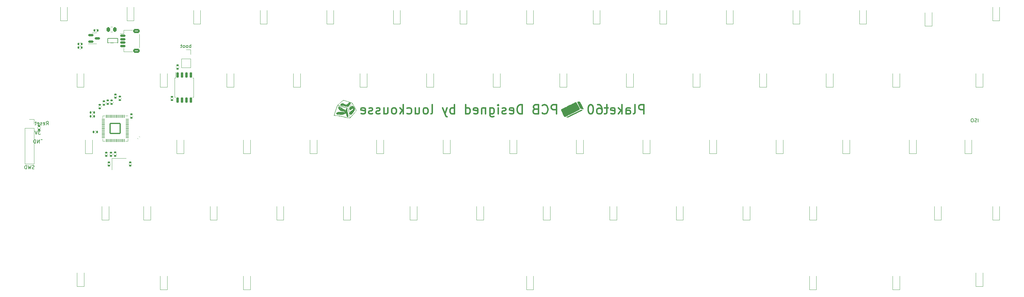
<source format=gbr>
%TF.GenerationSoftware,KiCad,Pcbnew,(6.0.10)*%
%TF.CreationDate,2023-01-19T12:44:57+01:00*%
%TF.ProjectId,SST60,53535436-302e-46b6-9963-61645f706362,0.1*%
%TF.SameCoordinates,Original*%
%TF.FileFunction,Legend,Bot*%
%TF.FilePolarity,Positive*%
%FSLAX46Y46*%
G04 Gerber Fmt 4.6, Leading zero omitted, Abs format (unit mm)*
G04 Created by KiCad (PCBNEW (6.0.10)) date 2023-01-19 12:44:57*
%MOMM*%
%LPD*%
G01*
G04 APERTURE LIST*
G04 Aperture macros list*
%AMRoundRect*
0 Rectangle with rounded corners*
0 $1 Rounding radius*
0 $2 $3 $4 $5 $6 $7 $8 $9 X,Y pos of 4 corners*
0 Add a 4 corners polygon primitive as box body*
4,1,4,$2,$3,$4,$5,$6,$7,$8,$9,$2,$3,0*
0 Add four circle primitives for the rounded corners*
1,1,$1+$1,$2,$3*
1,1,$1+$1,$4,$5*
1,1,$1+$1,$6,$7*
1,1,$1+$1,$8,$9*
0 Add four rect primitives between the rounded corners*
20,1,$1+$1,$2,$3,$4,$5,0*
20,1,$1+$1,$4,$5,$6,$7,0*
20,1,$1+$1,$6,$7,$8,$9,0*
20,1,$1+$1,$8,$9,$2,$3,0*%
G04 Aperture macros list end*
%ADD10C,0.150000*%
%ADD11C,0.400000*%
%ADD12C,0.120000*%
%ADD13C,3.987800*%
%ADD14C,1.750000*%
%ADD15C,2.250000*%
%ADD16C,1.000000*%
%ADD17C,7.001300*%
%ADD18C,7.000240*%
%ADD19C,3.048000*%
%ADD20C,1.701800*%
%ADD21R,1.000000X0.700000*%
%ADD22R,0.600000X0.700000*%
%ADD23R,1.200000X0.900000*%
%ADD24RoundRect,0.140000X-0.170000X0.140000X-0.170000X-0.140000X0.170000X-0.140000X0.170000X0.140000X0*%
%ADD25RoundRect,0.140000X0.170000X-0.140000X0.170000X0.140000X-0.170000X0.140000X-0.170000X-0.140000X0*%
%ADD26RoundRect,0.140000X-0.140000X-0.170000X0.140000X-0.170000X0.140000X0.170000X-0.140000X0.170000X0*%
%ADD27RoundRect,0.135000X0.185000X-0.135000X0.185000X0.135000X-0.185000X0.135000X-0.185000X-0.135000X0*%
%ADD28RoundRect,0.050000X0.387500X0.050000X-0.387500X0.050000X-0.387500X-0.050000X0.387500X-0.050000X0*%
%ADD29RoundRect,0.050000X0.050000X0.387500X-0.050000X0.387500X-0.050000X-0.387500X0.050000X-0.387500X0*%
%ADD30RoundRect,0.144000X1.456000X1.456000X-1.456000X1.456000X-1.456000X-1.456000X1.456000X-1.456000X0*%
%ADD31RoundRect,0.140000X0.140000X0.170000X-0.140000X0.170000X-0.140000X-0.170000X0.140000X-0.170000X0*%
%ADD32R,1.700000X1.700000*%
%ADD33O,1.700000X1.700000*%
%ADD34RoundRect,0.135000X-0.185000X0.135000X-0.185000X-0.135000X0.185000X-0.135000X0.185000X0.135000X0*%
%ADD35RoundRect,0.150000X-0.625000X0.150000X-0.625000X-0.150000X0.625000X-0.150000X0.625000X0.150000X0*%
%ADD36RoundRect,0.250000X-0.650000X0.350000X-0.650000X-0.350000X0.650000X-0.350000X0.650000X0.350000X0*%
%ADD37R,1.400000X1.200000*%
%ADD38RoundRect,0.150000X-0.587500X-0.150000X0.587500X-0.150000X0.587500X0.150000X-0.587500X0.150000X0*%
%ADD39RoundRect,0.150000X-0.150000X0.650000X-0.150000X-0.650000X0.150000X-0.650000X0.150000X0.650000X0*%
%ADD40RoundRect,0.243750X-0.243750X-0.456250X0.243750X-0.456250X0.243750X0.456250X-0.243750X0.456250X0*%
%ADD41RoundRect,0.140000X-0.219203X-0.021213X-0.021213X-0.219203X0.219203X0.021213X0.021213X0.219203X0*%
%ADD42C,0.800000*%
%ADD43C,0.600000*%
G04 APERTURE END LIST*
D10*
X37845904Y-86495000D02*
X37941142Y-86447380D01*
X38084000Y-86447380D01*
X38226857Y-86495000D01*
X38322095Y-86590238D01*
X38369714Y-86685476D01*
X38417333Y-86875952D01*
X38417333Y-87018809D01*
X38369714Y-87209285D01*
X38322095Y-87304523D01*
X38226857Y-87399761D01*
X38084000Y-87447380D01*
X37988761Y-87447380D01*
X37845904Y-87399761D01*
X37798285Y-87352142D01*
X37798285Y-87018809D01*
X37988761Y-87018809D01*
X37369714Y-87447380D02*
X37369714Y-86447380D01*
X36798285Y-87447380D01*
X36798285Y-86447380D01*
X36322095Y-87447380D02*
X36322095Y-86447380D01*
X36084000Y-86447380D01*
X35941142Y-86495000D01*
X35845904Y-86590238D01*
X35798285Y-86685476D01*
X35750666Y-86875952D01*
X35750666Y-87018809D01*
X35798285Y-87209285D01*
X35845904Y-87304523D01*
X35941142Y-87399761D01*
X36084000Y-87447380D01*
X36322095Y-87447380D01*
X39338095Y-82240380D02*
X39671428Y-81764190D01*
X39909523Y-82240380D02*
X39909523Y-81240380D01*
X39528571Y-81240380D01*
X39433333Y-81288000D01*
X39385714Y-81335619D01*
X39338095Y-81430857D01*
X39338095Y-81573714D01*
X39385714Y-81668952D01*
X39433333Y-81716571D01*
X39528571Y-81764190D01*
X39909523Y-81764190D01*
X38528571Y-82192761D02*
X38623809Y-82240380D01*
X38814285Y-82240380D01*
X38909523Y-82192761D01*
X38957142Y-82097523D01*
X38957142Y-81716571D01*
X38909523Y-81621333D01*
X38814285Y-81573714D01*
X38623809Y-81573714D01*
X38528571Y-81621333D01*
X38480952Y-81716571D01*
X38480952Y-81811809D01*
X38957142Y-81907047D01*
X38100000Y-82192761D02*
X38004761Y-82240380D01*
X37814285Y-82240380D01*
X37719047Y-82192761D01*
X37671428Y-82097523D01*
X37671428Y-82049904D01*
X37719047Y-81954666D01*
X37814285Y-81907047D01*
X37957142Y-81907047D01*
X38052380Y-81859428D01*
X38100000Y-81764190D01*
X38100000Y-81716571D01*
X38052380Y-81621333D01*
X37957142Y-81573714D01*
X37814285Y-81573714D01*
X37719047Y-81621333D01*
X36861904Y-82192761D02*
X36957142Y-82240380D01*
X37147619Y-82240380D01*
X37242857Y-82192761D01*
X37290476Y-82097523D01*
X37290476Y-81716571D01*
X37242857Y-81621333D01*
X37147619Y-81573714D01*
X36957142Y-81573714D01*
X36861904Y-81621333D01*
X36814285Y-81716571D01*
X36814285Y-81811809D01*
X37290476Y-81907047D01*
X36528571Y-81573714D02*
X36147619Y-81573714D01*
X36385714Y-81240380D02*
X36385714Y-82097523D01*
X36338095Y-82192761D01*
X36242857Y-82240380D01*
X36147619Y-82240380D01*
D11*
X210321952Y-79027190D02*
X210321952Y-76427190D01*
X209331476Y-76427190D01*
X209083857Y-76551000D01*
X208960047Y-76674809D01*
X208836238Y-76922428D01*
X208836238Y-77293857D01*
X208960047Y-77541476D01*
X209083857Y-77665285D01*
X209331476Y-77789095D01*
X210321952Y-77789095D01*
X207350523Y-79027190D02*
X207598142Y-78903380D01*
X207721952Y-78655761D01*
X207721952Y-76427190D01*
X205245761Y-79027190D02*
X205245761Y-77665285D01*
X205369571Y-77417666D01*
X205617190Y-77293857D01*
X206112428Y-77293857D01*
X206360047Y-77417666D01*
X205245761Y-78903380D02*
X205493380Y-79027190D01*
X206112428Y-79027190D01*
X206360047Y-78903380D01*
X206483857Y-78655761D01*
X206483857Y-78408142D01*
X206360047Y-78160523D01*
X206112428Y-78036714D01*
X205493380Y-78036714D01*
X205245761Y-77912904D01*
X204007666Y-79027190D02*
X204007666Y-76427190D01*
X203760047Y-78036714D02*
X203017190Y-79027190D01*
X203017190Y-77293857D02*
X204007666Y-78284333D01*
X200912428Y-78903380D02*
X201160047Y-79027190D01*
X201655285Y-79027190D01*
X201902904Y-78903380D01*
X202026714Y-78655761D01*
X202026714Y-77665285D01*
X201902904Y-77417666D01*
X201655285Y-77293857D01*
X201160047Y-77293857D01*
X200912428Y-77417666D01*
X200788619Y-77665285D01*
X200788619Y-77912904D01*
X202026714Y-78160523D01*
X200045761Y-77293857D02*
X199055285Y-77293857D01*
X199674333Y-76427190D02*
X199674333Y-78655761D01*
X199550523Y-78903380D01*
X199302904Y-79027190D01*
X199055285Y-79027190D01*
X197074333Y-76427190D02*
X197569571Y-76427190D01*
X197817190Y-76551000D01*
X197941000Y-76674809D01*
X198188619Y-77046238D01*
X198312428Y-77541476D01*
X198312428Y-78531952D01*
X198188619Y-78779571D01*
X198064809Y-78903380D01*
X197817190Y-79027190D01*
X197321952Y-79027190D01*
X197074333Y-78903380D01*
X196950523Y-78779571D01*
X196826714Y-78531952D01*
X196826714Y-77912904D01*
X196950523Y-77665285D01*
X197074333Y-77541476D01*
X197321952Y-77417666D01*
X197817190Y-77417666D01*
X198064809Y-77541476D01*
X198188619Y-77665285D01*
X198312428Y-77912904D01*
X195217190Y-76427190D02*
X194969571Y-76427190D01*
X194721952Y-76551000D01*
X194598142Y-76674809D01*
X194474333Y-76922428D01*
X194350523Y-77417666D01*
X194350523Y-78036714D01*
X194474333Y-78531952D01*
X194598142Y-78779571D01*
X194721952Y-78903380D01*
X194969571Y-79027190D01*
X195217190Y-79027190D01*
X195464809Y-78903380D01*
X195588619Y-78779571D01*
X195712428Y-78531952D01*
X195836238Y-78036714D01*
X195836238Y-77417666D01*
X195712428Y-76922428D01*
X195588619Y-76674809D01*
X195464809Y-76551000D01*
X195217190Y-76427190D01*
X185312428Y-79027190D02*
X185312428Y-76427190D01*
X184321952Y-76427190D01*
X184074333Y-76551000D01*
X183950523Y-76674809D01*
X183826714Y-76922428D01*
X183826714Y-77293857D01*
X183950523Y-77541476D01*
X184074333Y-77665285D01*
X184321952Y-77789095D01*
X185312428Y-77789095D01*
X181226714Y-78779571D02*
X181350523Y-78903380D01*
X181721952Y-79027190D01*
X181969571Y-79027190D01*
X182341000Y-78903380D01*
X182588619Y-78655761D01*
X182712428Y-78408142D01*
X182836238Y-77912904D01*
X182836238Y-77541476D01*
X182712428Y-77046238D01*
X182588619Y-76798619D01*
X182341000Y-76551000D01*
X181969571Y-76427190D01*
X181721952Y-76427190D01*
X181350523Y-76551000D01*
X181226714Y-76674809D01*
X179245761Y-77665285D02*
X178874333Y-77789095D01*
X178750523Y-77912904D01*
X178626714Y-78160523D01*
X178626714Y-78531952D01*
X178750523Y-78779571D01*
X178874333Y-78903380D01*
X179121952Y-79027190D01*
X180112428Y-79027190D01*
X180112428Y-76427190D01*
X179245761Y-76427190D01*
X178998142Y-76551000D01*
X178874333Y-76674809D01*
X178750523Y-76922428D01*
X178750523Y-77170047D01*
X178874333Y-77417666D01*
X178998142Y-77541476D01*
X179245761Y-77665285D01*
X180112428Y-77665285D01*
X175531476Y-79027190D02*
X175531476Y-76427190D01*
X174912428Y-76427190D01*
X174541000Y-76551000D01*
X174293380Y-76798619D01*
X174169571Y-77046238D01*
X174045761Y-77541476D01*
X174045761Y-77912904D01*
X174169571Y-78408142D01*
X174293380Y-78655761D01*
X174541000Y-78903380D01*
X174912428Y-79027190D01*
X175531476Y-79027190D01*
X171941000Y-78903380D02*
X172188619Y-79027190D01*
X172683857Y-79027190D01*
X172931476Y-78903380D01*
X173055285Y-78655761D01*
X173055285Y-77665285D01*
X172931476Y-77417666D01*
X172683857Y-77293857D01*
X172188619Y-77293857D01*
X171941000Y-77417666D01*
X171817190Y-77665285D01*
X171817190Y-77912904D01*
X173055285Y-78160523D01*
X170826714Y-78903380D02*
X170579095Y-79027190D01*
X170083857Y-79027190D01*
X169836238Y-78903380D01*
X169712428Y-78655761D01*
X169712428Y-78531952D01*
X169836238Y-78284333D01*
X170083857Y-78160523D01*
X170455285Y-78160523D01*
X170702904Y-78036714D01*
X170826714Y-77789095D01*
X170826714Y-77665285D01*
X170702904Y-77417666D01*
X170455285Y-77293857D01*
X170083857Y-77293857D01*
X169836238Y-77417666D01*
X168598142Y-79027190D02*
X168598142Y-77293857D01*
X168598142Y-76427190D02*
X168721952Y-76551000D01*
X168598142Y-76674809D01*
X168474333Y-76551000D01*
X168598142Y-76427190D01*
X168598142Y-76674809D01*
X166245761Y-77293857D02*
X166245761Y-79398619D01*
X166369571Y-79646238D01*
X166493380Y-79770047D01*
X166741000Y-79893857D01*
X167112428Y-79893857D01*
X167360047Y-79770047D01*
X166245761Y-78903380D02*
X166493380Y-79027190D01*
X166988619Y-79027190D01*
X167236238Y-78903380D01*
X167360047Y-78779571D01*
X167483857Y-78531952D01*
X167483857Y-77789095D01*
X167360047Y-77541476D01*
X167236238Y-77417666D01*
X166988619Y-77293857D01*
X166493380Y-77293857D01*
X166245761Y-77417666D01*
X165007666Y-77293857D02*
X165007666Y-79027190D01*
X165007666Y-77541476D02*
X164883857Y-77417666D01*
X164636238Y-77293857D01*
X164264809Y-77293857D01*
X164017190Y-77417666D01*
X163893380Y-77665285D01*
X163893380Y-79027190D01*
X161664809Y-78903380D02*
X161912428Y-79027190D01*
X162407666Y-79027190D01*
X162655285Y-78903380D01*
X162779095Y-78655761D01*
X162779095Y-77665285D01*
X162655285Y-77417666D01*
X162407666Y-77293857D01*
X161912428Y-77293857D01*
X161664809Y-77417666D01*
X161541000Y-77665285D01*
X161541000Y-77912904D01*
X162779095Y-78160523D01*
X159312428Y-79027190D02*
X159312428Y-76427190D01*
X159312428Y-78903380D02*
X159560047Y-79027190D01*
X160055285Y-79027190D01*
X160302904Y-78903380D01*
X160426714Y-78779571D01*
X160550523Y-78531952D01*
X160550523Y-77789095D01*
X160426714Y-77541476D01*
X160302904Y-77417666D01*
X160055285Y-77293857D01*
X159560047Y-77293857D01*
X159312428Y-77417666D01*
X156093380Y-79027190D02*
X156093380Y-76427190D01*
X156093380Y-77417666D02*
X155845761Y-77293857D01*
X155350523Y-77293857D01*
X155102904Y-77417666D01*
X154979095Y-77541476D01*
X154855285Y-77789095D01*
X154855285Y-78531952D01*
X154979095Y-78779571D01*
X155102904Y-78903380D01*
X155350523Y-79027190D01*
X155845761Y-79027190D01*
X156093380Y-78903380D01*
X153988619Y-77293857D02*
X153369571Y-79027190D01*
X152750523Y-77293857D02*
X153369571Y-79027190D01*
X153617190Y-79646238D01*
X153741000Y-79770047D01*
X153988619Y-79893857D01*
X149407666Y-79027190D02*
X149655285Y-78903380D01*
X149779095Y-78655761D01*
X149779095Y-76427190D01*
X148045761Y-79027190D02*
X148293380Y-78903380D01*
X148417190Y-78779571D01*
X148541000Y-78531952D01*
X148541000Y-77789095D01*
X148417190Y-77541476D01*
X148293380Y-77417666D01*
X148045761Y-77293857D01*
X147674333Y-77293857D01*
X147426714Y-77417666D01*
X147302904Y-77541476D01*
X147179095Y-77789095D01*
X147179095Y-78531952D01*
X147302904Y-78779571D01*
X147426714Y-78903380D01*
X147674333Y-79027190D01*
X148045761Y-79027190D01*
X144950523Y-77293857D02*
X144950523Y-79027190D01*
X146064809Y-77293857D02*
X146064809Y-78655761D01*
X145941000Y-78903380D01*
X145693380Y-79027190D01*
X145321952Y-79027190D01*
X145074333Y-78903380D01*
X144950523Y-78779571D01*
X142598142Y-78903380D02*
X142845761Y-79027190D01*
X143341000Y-79027190D01*
X143588619Y-78903380D01*
X143712428Y-78779571D01*
X143836238Y-78531952D01*
X143836238Y-77789095D01*
X143712428Y-77541476D01*
X143588619Y-77417666D01*
X143341000Y-77293857D01*
X142845761Y-77293857D01*
X142598142Y-77417666D01*
X141483857Y-79027190D02*
X141483857Y-76427190D01*
X141236238Y-78036714D02*
X140493380Y-79027190D01*
X140493380Y-77293857D02*
X141483857Y-78284333D01*
X139007666Y-79027190D02*
X139255285Y-78903380D01*
X139379095Y-78779571D01*
X139502904Y-78531952D01*
X139502904Y-77789095D01*
X139379095Y-77541476D01*
X139255285Y-77417666D01*
X139007666Y-77293857D01*
X138636238Y-77293857D01*
X138388619Y-77417666D01*
X138264809Y-77541476D01*
X138141000Y-77789095D01*
X138141000Y-78531952D01*
X138264809Y-78779571D01*
X138388619Y-78903380D01*
X138636238Y-79027190D01*
X139007666Y-79027190D01*
X135912428Y-77293857D02*
X135912428Y-79027190D01*
X137026714Y-77293857D02*
X137026714Y-78655761D01*
X136902904Y-78903380D01*
X136655285Y-79027190D01*
X136283857Y-79027190D01*
X136036238Y-78903380D01*
X135912428Y-78779571D01*
X134798142Y-78903380D02*
X134550523Y-79027190D01*
X134055285Y-79027190D01*
X133807666Y-78903380D01*
X133683857Y-78655761D01*
X133683857Y-78531952D01*
X133807666Y-78284333D01*
X134055285Y-78160523D01*
X134426714Y-78160523D01*
X134674333Y-78036714D01*
X134798142Y-77789095D01*
X134798142Y-77665285D01*
X134674333Y-77417666D01*
X134426714Y-77293857D01*
X134055285Y-77293857D01*
X133807666Y-77417666D01*
X132693380Y-78903380D02*
X132445761Y-79027190D01*
X131950523Y-79027190D01*
X131702904Y-78903380D01*
X131579095Y-78655761D01*
X131579095Y-78531952D01*
X131702904Y-78284333D01*
X131950523Y-78160523D01*
X132321952Y-78160523D01*
X132569571Y-78036714D01*
X132693380Y-77789095D01*
X132693380Y-77665285D01*
X132569571Y-77417666D01*
X132321952Y-77293857D01*
X131950523Y-77293857D01*
X131702904Y-77417666D01*
X129474333Y-78903380D02*
X129721952Y-79027190D01*
X130217190Y-79027190D01*
X130464809Y-78903380D01*
X130588619Y-78655761D01*
X130588619Y-77665285D01*
X130464809Y-77417666D01*
X130217190Y-77293857D01*
X129721952Y-77293857D01*
X129474333Y-77417666D01*
X129350523Y-77665285D01*
X129350523Y-77912904D01*
X130588619Y-78160523D01*
D10*
X37718904Y-83907380D02*
X37099857Y-83907380D01*
X37433190Y-84288333D01*
X37290333Y-84288333D01*
X37195095Y-84335952D01*
X37147476Y-84383571D01*
X37099857Y-84478809D01*
X37099857Y-84716904D01*
X37147476Y-84812142D01*
X37195095Y-84859761D01*
X37290333Y-84907380D01*
X37576047Y-84907380D01*
X37671285Y-84859761D01*
X37718904Y-84812142D01*
X36814142Y-83907380D02*
X36480809Y-84907380D01*
X36147476Y-83907380D01*
%TO.C,ISO*%
X306000000Y-81414880D02*
X306000000Y-80414880D01*
X305571428Y-81367261D02*
X305428571Y-81414880D01*
X305190476Y-81414880D01*
X305095238Y-81367261D01*
X305047619Y-81319642D01*
X305000000Y-81224404D01*
X305000000Y-81129166D01*
X305047619Y-81033928D01*
X305095238Y-80986309D01*
X305190476Y-80938690D01*
X305380952Y-80891071D01*
X305476190Y-80843452D01*
X305523809Y-80795833D01*
X305571428Y-80700595D01*
X305571428Y-80605357D01*
X305523809Y-80510119D01*
X305476190Y-80462500D01*
X305380952Y-80414880D01*
X305142857Y-80414880D01*
X305000000Y-80462500D01*
X304380952Y-80414880D02*
X304190476Y-80414880D01*
X304095238Y-80462500D01*
X304000000Y-80557738D01*
X303952380Y-80748214D01*
X303952380Y-81081547D01*
X304000000Y-81272023D01*
X304095238Y-81367261D01*
X304190476Y-81414880D01*
X304380952Y-81414880D01*
X304476190Y-81367261D01*
X304571428Y-81272023D01*
X304619047Y-81081547D01*
X304619047Y-80748214D01*
X304571428Y-80557738D01*
X304476190Y-80462500D01*
X304380952Y-80414880D01*
%TO.C,J2*%
X35907142Y-94819761D02*
X35764285Y-94867380D01*
X35526190Y-94867380D01*
X35430952Y-94819761D01*
X35383333Y-94772142D01*
X35335714Y-94676904D01*
X35335714Y-94581666D01*
X35383333Y-94486428D01*
X35430952Y-94438809D01*
X35526190Y-94391190D01*
X35716666Y-94343571D01*
X35811904Y-94295952D01*
X35859523Y-94248333D01*
X35907142Y-94153095D01*
X35907142Y-94057857D01*
X35859523Y-93962619D01*
X35811904Y-93915000D01*
X35716666Y-93867380D01*
X35478571Y-93867380D01*
X35335714Y-93915000D01*
X35002380Y-93867380D02*
X34764285Y-94867380D01*
X34573809Y-94153095D01*
X34383333Y-94867380D01*
X34145238Y-93867380D01*
X33764285Y-94867380D02*
X33764285Y-93867380D01*
X33526190Y-93867380D01*
X33383333Y-93915000D01*
X33288095Y-94010238D01*
X33240476Y-94105476D01*
X33192857Y-94295952D01*
X33192857Y-94438809D01*
X33240476Y-94629285D01*
X33288095Y-94724523D01*
X33383333Y-94819761D01*
X33526190Y-94867380D01*
X33764285Y-94867380D01*
%TO.C,boot*%
X80779761Y-60082380D02*
X80779761Y-59082380D01*
X80779761Y-59463333D02*
X80684523Y-59415714D01*
X80494047Y-59415714D01*
X80398809Y-59463333D01*
X80351190Y-59510952D01*
X80303571Y-59606190D01*
X80303571Y-59891904D01*
X80351190Y-59987142D01*
X80398809Y-60034761D01*
X80494047Y-60082380D01*
X80684523Y-60082380D01*
X80779761Y-60034761D01*
X79732142Y-60082380D02*
X79827380Y-60034761D01*
X79875000Y-59987142D01*
X79922619Y-59891904D01*
X79922619Y-59606190D01*
X79875000Y-59510952D01*
X79827380Y-59463333D01*
X79732142Y-59415714D01*
X79589285Y-59415714D01*
X79494047Y-59463333D01*
X79446428Y-59510952D01*
X79398809Y-59606190D01*
X79398809Y-59891904D01*
X79446428Y-59987142D01*
X79494047Y-60034761D01*
X79589285Y-60082380D01*
X79732142Y-60082380D01*
X78827380Y-60082380D02*
X78922619Y-60034761D01*
X78970238Y-59987142D01*
X79017857Y-59891904D01*
X79017857Y-59606190D01*
X78970238Y-59510952D01*
X78922619Y-59463333D01*
X78827380Y-59415714D01*
X78684523Y-59415714D01*
X78589285Y-59463333D01*
X78541666Y-59510952D01*
X78494047Y-59606190D01*
X78494047Y-59891904D01*
X78541666Y-59987142D01*
X78589285Y-60034761D01*
X78684523Y-60082380D01*
X78827380Y-60082380D01*
X78208333Y-59415714D02*
X77827380Y-59415714D01*
X78065476Y-59082380D02*
X78065476Y-59939523D01*
X78017857Y-60034761D01*
X77922619Y-60082380D01*
X77827380Y-60082380D01*
%TO.C,U4*%
X59870000Y-57389000D02*
X56970000Y-57389000D01*
X59870000Y-58689000D02*
X56970000Y-58689000D01*
X59870000Y-57389000D02*
X59870000Y-58689000D01*
X56970000Y-58689000D02*
X56970000Y-57389000D01*
D12*
%TO.C,D19*%
X107275000Y-109500000D02*
X105275000Y-109500000D01*
X107275000Y-109500000D02*
X107275000Y-105600000D01*
X105275000Y-109500000D02*
X105275000Y-105600000D01*
%TO.C,C_3V-Decoup8*%
X57540000Y-90542164D02*
X57540000Y-90757836D01*
X58260000Y-90542164D02*
X58260000Y-90757836D01*
%TO.C,G\u002A\u002A\u002A*%
G36*
X191732521Y-75573886D02*
G01*
X191985236Y-75576565D01*
X192034036Y-75599439D01*
X192040126Y-75602267D01*
X192053822Y-75608589D01*
X192066375Y-75614808D01*
X192078251Y-75621737D01*
X192089916Y-75630185D01*
X192101834Y-75640963D01*
X192114471Y-75654884D01*
X192128291Y-75672757D01*
X192143760Y-75695394D01*
X192161343Y-75723605D01*
X192181506Y-75758203D01*
X192204713Y-75799997D01*
X192231430Y-75849800D01*
X192262122Y-75908421D01*
X192297253Y-75976672D01*
X192337290Y-76055365D01*
X192382698Y-76145309D01*
X192433941Y-76247317D01*
X192491485Y-76362199D01*
X192555795Y-76490766D01*
X192627336Y-76633829D01*
X192647415Y-76673980D01*
X192716020Y-76811251D01*
X192777406Y-76934243D01*
X192831958Y-77043757D01*
X192880062Y-77140594D01*
X192922103Y-77225556D01*
X192958466Y-77299444D01*
X192989536Y-77363061D01*
X193015700Y-77417206D01*
X193037343Y-77462682D01*
X193054849Y-77500291D01*
X193068605Y-77530833D01*
X193078995Y-77555111D01*
X193086406Y-77573926D01*
X193091222Y-77588078D01*
X193093829Y-77598371D01*
X193094612Y-77605605D01*
X193087833Y-77644268D01*
X193066262Y-77678019D01*
X193031089Y-77701973D01*
X193021998Y-77705266D01*
X192988318Y-77710305D01*
X192940413Y-77709561D01*
X192940046Y-77709538D01*
X192914049Y-77708109D01*
X192873959Y-77706198D01*
X192822743Y-77703932D01*
X192763369Y-77701440D01*
X192698804Y-77698849D01*
X192632015Y-77696287D01*
X192556805Y-77693336D01*
X192492555Y-77690357D01*
X192441126Y-77687197D01*
X192400314Y-77683552D01*
X192367912Y-77679116D01*
X192341716Y-77673583D01*
X192319521Y-77666651D01*
X192299122Y-77658012D01*
X192278314Y-77647362D01*
X192266995Y-77641183D01*
X192255216Y-77634249D01*
X192243951Y-77626495D01*
X192232720Y-77617068D01*
X192221042Y-77605114D01*
X192208435Y-77589780D01*
X192194420Y-77570214D01*
X192178514Y-77545562D01*
X192160237Y-77514970D01*
X192139107Y-77477586D01*
X192114645Y-77432556D01*
X192086368Y-77379028D01*
X192053795Y-77316148D01*
X192016447Y-77243062D01*
X191973841Y-77158918D01*
X191925496Y-77062862D01*
X191870933Y-76954042D01*
X191809669Y-76831604D01*
X191741224Y-76694694D01*
X191312757Y-75837542D01*
X191312945Y-75779870D01*
X191312946Y-75779675D01*
X191317129Y-75728159D01*
X191328740Y-75687931D01*
X191345701Y-75659773D01*
X191376209Y-75625776D01*
X191411879Y-75597779D01*
X191447149Y-75580814D01*
X191448923Y-75580340D01*
X191472119Y-75577169D01*
X191511961Y-75574941D01*
X191568566Y-75573653D01*
X191642047Y-75573303D01*
X191732521Y-75573886D01*
G37*
G36*
X192493716Y-77880825D02*
G01*
X192517734Y-77881849D01*
X192586208Y-77884872D01*
X192640212Y-77887604D01*
X192681777Y-77890344D01*
X192712935Y-77893396D01*
X192735716Y-77897061D01*
X192752153Y-77901640D01*
X192764275Y-77907434D01*
X192774115Y-77914746D01*
X192783704Y-77923876D01*
X192785722Y-77925909D01*
X192802524Y-77945966D01*
X192810129Y-77966048D01*
X192811914Y-77994621D01*
X192811873Y-77999205D01*
X192807234Y-78034245D01*
X192793761Y-78060233D01*
X192792150Y-78061667D01*
X192780768Y-78068895D01*
X192758729Y-78081353D01*
X192725755Y-78099179D01*
X192681571Y-78122515D01*
X192625902Y-78151499D01*
X192558470Y-78186272D01*
X192479000Y-78226974D01*
X192387215Y-78273745D01*
X192282840Y-78326725D01*
X192165599Y-78386054D01*
X192035215Y-78451871D01*
X191891413Y-78524318D01*
X191733916Y-78603533D01*
X191562448Y-78689657D01*
X191376734Y-78782830D01*
X191176497Y-78883191D01*
X190961460Y-78990882D01*
X190731349Y-79106041D01*
X188687091Y-80128770D01*
X188487492Y-80129244D01*
X188452490Y-80129282D01*
X188393359Y-80129011D01*
X188348121Y-80128172D01*
X188314609Y-80126644D01*
X188290656Y-80124307D01*
X188274097Y-80121041D01*
X188262764Y-80116724D01*
X188249745Y-80108410D01*
X188225937Y-80080489D01*
X188213805Y-80045044D01*
X188214368Y-80006471D01*
X188228641Y-79969165D01*
X188231120Y-79966183D01*
X188236484Y-79961637D01*
X188245050Y-79955624D01*
X188257346Y-79947876D01*
X188273900Y-79938124D01*
X188295237Y-79926099D01*
X188321887Y-79911534D01*
X188354376Y-79894158D01*
X188393232Y-79873705D01*
X188438982Y-79849904D01*
X188492153Y-79822488D01*
X188553274Y-79791188D01*
X188622872Y-79755735D01*
X188701473Y-79715861D01*
X188789606Y-79671298D01*
X188887798Y-79621775D01*
X188996576Y-79567026D01*
X189116468Y-79506781D01*
X189248002Y-79440771D01*
X189391703Y-79368729D01*
X189548101Y-79290386D01*
X189717723Y-79205472D01*
X189901095Y-79113720D01*
X190098746Y-79014860D01*
X190311203Y-78908625D01*
X192376833Y-77875856D01*
X192493716Y-77880825D01*
G37*
G36*
X190938422Y-75731590D02*
G01*
X191003738Y-75758433D01*
X191062704Y-75799342D01*
X191066048Y-75802427D01*
X191072658Y-75809579D01*
X191080256Y-75819380D01*
X191089284Y-75832675D01*
X191100185Y-75850312D01*
X191113401Y-75873135D01*
X191129375Y-75901993D01*
X191148549Y-75937730D01*
X191171366Y-75981193D01*
X191198269Y-76033229D01*
X191229700Y-76094683D01*
X191266101Y-76166402D01*
X191307915Y-76249233D01*
X191355584Y-76344021D01*
X191409552Y-76451613D01*
X191470260Y-76572855D01*
X191538151Y-76708593D01*
X191976670Y-77585681D01*
X191976670Y-77669082D01*
X191976585Y-77687507D01*
X191975314Y-77724080D01*
X191971745Y-77751461D01*
X191964898Y-77775310D01*
X191953795Y-77801284D01*
X191952800Y-77803439D01*
X191948593Y-77813230D01*
X191945002Y-77822168D01*
X191941477Y-77830547D01*
X191937470Y-77838661D01*
X191932431Y-77846806D01*
X191925811Y-77855275D01*
X191917061Y-77864364D01*
X191905631Y-77874366D01*
X191890973Y-77885577D01*
X191872537Y-77898292D01*
X191849774Y-77912804D01*
X191822135Y-77929409D01*
X191789071Y-77948401D01*
X191750032Y-77970074D01*
X191704470Y-77994724D01*
X191651834Y-78022644D01*
X191591577Y-78054130D01*
X191523149Y-78089476D01*
X191446000Y-78128977D01*
X191359582Y-78172926D01*
X191263344Y-78221620D01*
X191156740Y-78275353D01*
X191039218Y-78334418D01*
X190910229Y-78399111D01*
X190769226Y-78469726D01*
X190615657Y-78546559D01*
X190448975Y-78629903D01*
X190268630Y-78720053D01*
X190074073Y-78817303D01*
X189864754Y-78921949D01*
X189746691Y-78980963D01*
X189575102Y-79066668D01*
X189407690Y-79150211D01*
X189245110Y-79231267D01*
X189088017Y-79309513D01*
X188937067Y-79384624D01*
X188792914Y-79456276D01*
X188656215Y-79524144D01*
X188527624Y-79587904D01*
X188407798Y-79647232D01*
X188297390Y-79701802D01*
X188197058Y-79751292D01*
X188107455Y-79795376D01*
X188029238Y-79833729D01*
X187963061Y-79866029D01*
X187909580Y-79891950D01*
X187869451Y-79911167D01*
X187843328Y-79923357D01*
X187831868Y-79928195D01*
X187815729Y-79932226D01*
X187786521Y-79938125D01*
X187765208Y-79940689D01*
X187739743Y-79939402D01*
X187696055Y-79932097D01*
X187650947Y-79920058D01*
X187612504Y-79905166D01*
X187608430Y-79903200D01*
X187595828Y-79897037D01*
X187584175Y-79890736D01*
X187572992Y-79883456D01*
X187561798Y-79874352D01*
X187550113Y-79862582D01*
X187537457Y-79847304D01*
X187523350Y-79827673D01*
X187507312Y-79802848D01*
X187488862Y-79771986D01*
X187467522Y-79734243D01*
X187442811Y-79688776D01*
X187414248Y-79634743D01*
X187381354Y-79571301D01*
X187343648Y-79497607D01*
X187300651Y-79412818D01*
X187251882Y-79316091D01*
X187196862Y-79206583D01*
X187135110Y-79083451D01*
X187066146Y-78945852D01*
X186631192Y-78078015D01*
X186631149Y-77988066D01*
X186631437Y-77951224D01*
X186633068Y-77919401D01*
X186636921Y-77895301D01*
X186643864Y-77873840D01*
X186654767Y-77849933D01*
X186658900Y-77841115D01*
X186662869Y-77832142D01*
X186666723Y-77823736D01*
X186671013Y-77815603D01*
X186676290Y-77807447D01*
X186683105Y-77798974D01*
X186692009Y-77789889D01*
X186703553Y-77779898D01*
X186718289Y-77768705D01*
X186736766Y-77756015D01*
X186759536Y-77741535D01*
X186787150Y-77724970D01*
X186820159Y-77706023D01*
X186859114Y-77684402D01*
X186904566Y-77659811D01*
X186957066Y-77631955D01*
X187017165Y-77600540D01*
X187085413Y-77565271D01*
X187162363Y-77525853D01*
X187248564Y-77481992D01*
X187344568Y-77433392D01*
X187450926Y-77379759D01*
X187568189Y-77320799D01*
X187696907Y-77256216D01*
X187837632Y-77185716D01*
X187990915Y-77109004D01*
X188157307Y-77025785D01*
X188337358Y-76935765D01*
X188531621Y-76838648D01*
X188740645Y-76734141D01*
X188849180Y-76679885D01*
X189020632Y-76594243D01*
X189187981Y-76510729D01*
X189350566Y-76429669D01*
X189507728Y-76351390D01*
X189658808Y-76276219D01*
X189803146Y-76204481D01*
X189940082Y-76136503D01*
X190068957Y-76072611D01*
X190189111Y-76013133D01*
X190299885Y-75958393D01*
X190400619Y-75908720D01*
X190490653Y-75864439D01*
X190569327Y-75825876D01*
X190635983Y-75793358D01*
X190689960Y-75767212D01*
X190730599Y-75747763D01*
X190757240Y-75735339D01*
X190769224Y-75730266D01*
X190801032Y-75722995D01*
X190869829Y-75719536D01*
X190938422Y-75731590D01*
G37*
%TO.C,D46*%
X221575000Y-109500000D02*
X219575000Y-109500000D01*
X221575000Y-109500000D02*
X221575000Y-105600000D01*
X219575000Y-109500000D02*
X219575000Y-105600000D01*
%TO.C,G\u002A\u002A\u002A*%
G36*
X125864222Y-77653779D02*
G01*
X125868658Y-77662458D01*
X125873395Y-77683873D01*
X125871064Y-77690164D01*
X125864222Y-77678858D01*
X125861373Y-77671875D01*
X125855750Y-77653193D01*
X125856700Y-77645900D01*
X125864222Y-77653779D01*
G37*
G36*
X123426545Y-75953423D02*
G01*
X123421529Y-75958439D01*
X123416513Y-75953423D01*
X123421529Y-75948407D01*
X123426545Y-75953423D01*
G37*
G36*
X126427271Y-76934012D02*
G01*
X126417006Y-76944460D01*
X126403028Y-76951567D01*
X126400030Y-76951431D01*
X126396733Y-76948728D01*
X126404064Y-76943496D01*
X126420976Y-76931173D01*
X126431080Y-76923927D01*
X126435819Y-76922279D01*
X126427271Y-76934012D01*
G37*
G36*
X124556771Y-80014547D02*
G01*
X124558340Y-80017565D01*
X124550083Y-80021235D01*
X124544773Y-80020511D01*
X124543396Y-80014547D01*
X124544866Y-80013347D01*
X124556771Y-80014547D01*
G37*
G36*
X127489341Y-78792365D02*
G01*
X127484325Y-78797380D01*
X127479309Y-78792365D01*
X127484325Y-78787349D01*
X127489341Y-78792365D01*
G37*
G36*
X123175755Y-79243786D02*
G01*
X123170739Y-79248802D01*
X123165723Y-79243786D01*
X123170739Y-79238771D01*
X123175755Y-79243786D01*
G37*
G36*
X126391741Y-76963339D02*
G01*
X126383898Y-76973956D01*
X126365423Y-76991286D01*
X126343984Y-77009104D01*
X126329019Y-77019720D01*
X126328281Y-77016414D01*
X126341676Y-76999217D01*
X126353714Y-76985592D01*
X126374212Y-76967314D01*
X126390502Y-76961752D01*
X126391741Y-76963339D01*
G37*
G36*
X126391666Y-75870779D02*
G01*
X126395553Y-75878034D01*
X126385865Y-75873920D01*
X126382670Y-75873048D01*
X126387190Y-75880554D01*
X126403020Y-75897207D01*
X126412335Y-75905710D01*
X126433636Y-75921094D01*
X126448075Y-75925970D01*
X126449084Y-75925892D01*
X126460849Y-75934441D01*
X126475545Y-75955444D01*
X126490032Y-75983013D01*
X126501174Y-76011263D01*
X126501304Y-76011907D01*
X126505831Y-76034307D01*
X126505311Y-76039000D01*
X126495192Y-76060746D01*
X126476150Y-76083834D01*
X126469466Y-76090502D01*
X126459908Y-76101757D01*
X126452713Y-76110229D01*
X126445957Y-76123329D01*
X126445378Y-76128204D01*
X126440304Y-76143187D01*
X126437007Y-76152921D01*
X126420694Y-76187790D01*
X126404059Y-76218607D01*
X126399025Y-76227932D01*
X126374583Y-76268471D01*
X126349953Y-76304529D01*
X126325606Y-76338005D01*
X126313827Y-76354687D01*
X126294766Y-76381682D01*
X126268679Y-76419892D01*
X126258278Y-76434614D01*
X126250961Y-76444971D01*
X126247391Y-76450025D01*
X126235841Y-76465035D01*
X126229804Y-76472881D01*
X126215014Y-76492103D01*
X126183409Y-76529891D01*
X126156860Y-76562212D01*
X126123606Y-76607473D01*
X126105256Y-76635572D01*
X126098705Y-76645603D01*
X126095657Y-76650270D01*
X126089712Y-76659664D01*
X126088982Y-76660651D01*
X126061604Y-76697658D01*
X126021323Y-76745793D01*
X125975974Y-76796077D01*
X125970987Y-76801607D01*
X125941548Y-76832441D01*
X125912720Y-76862636D01*
X125902176Y-76873304D01*
X125885040Y-76890641D01*
X125826177Y-76947779D01*
X125776473Y-76991646D01*
X125769739Y-76996709D01*
X125743052Y-77016772D01*
X125733535Y-77023927D01*
X125694973Y-77046311D01*
X125658394Y-77060485D01*
X125621407Y-77068135D01*
X125573981Y-77074424D01*
X125517221Y-77082427D01*
X125477732Y-77088763D01*
X125453893Y-77093699D01*
X125444088Y-77097505D01*
X125435336Y-77099083D01*
X125410063Y-77099539D01*
X125372736Y-77098499D01*
X125327676Y-77096018D01*
X125290455Y-77093652D01*
X125248255Y-77091309D01*
X125216147Y-77089920D01*
X125199091Y-77089727D01*
X125188840Y-77088182D01*
X125175468Y-77076437D01*
X125171777Y-77070112D01*
X125161768Y-77067080D01*
X125153645Y-77066956D01*
X125138099Y-77056633D01*
X125127624Y-77047610D01*
X125116796Y-77042532D01*
X125114673Y-77042800D01*
X125098227Y-77039097D01*
X125078185Y-77029798D01*
X125062068Y-77018948D01*
X125060852Y-77016772D01*
X125563274Y-77016772D01*
X125568290Y-77021788D01*
X125573306Y-77016772D01*
X125593369Y-77016772D01*
X125598385Y-77021788D01*
X125603401Y-77016772D01*
X125598385Y-77011756D01*
X125593369Y-77016772D01*
X125573306Y-77016772D01*
X125568290Y-77011756D01*
X125563274Y-77016772D01*
X125060852Y-77016772D01*
X125057398Y-77010592D01*
X125054687Y-77003892D01*
X125039080Y-76999946D01*
X125017249Y-77001141D01*
X125012297Y-77000800D01*
X124992414Y-76993986D01*
X124966846Y-76981939D01*
X124943377Y-76968529D01*
X124929788Y-76957629D01*
X124925068Y-76954108D01*
X124908527Y-76954303D01*
X124906649Y-76954825D01*
X124887219Y-76952218D01*
X124862684Y-76941055D01*
X124850812Y-76935038D01*
X124846663Y-76933796D01*
X125116248Y-76933796D01*
X125118361Y-76941158D01*
X125133565Y-76951926D01*
X125146953Y-76958547D01*
X125150827Y-76958234D01*
X125139678Y-76945812D01*
X125126769Y-76935404D01*
X125116248Y-76933796D01*
X124846663Y-76933796D01*
X124822248Y-76926488D01*
X125091789Y-76926488D01*
X125096805Y-76931504D01*
X125101821Y-76926488D01*
X125096805Y-76921472D01*
X125091789Y-76926488D01*
X124822248Y-76926488D01*
X124822178Y-76926467D01*
X124780964Y-76920178D01*
X124723440Y-76915488D01*
X124705903Y-76914142D01*
X125119112Y-76914142D01*
X125126718Y-76920821D01*
X125135696Y-76926488D01*
X125146963Y-76933600D01*
X125158961Y-76941240D01*
X125179122Y-76957611D01*
X125179529Y-76958234D01*
X125187090Y-76969807D01*
X125191044Y-76980707D01*
X125207953Y-76995162D01*
X125230316Y-77001571D01*
X125235492Y-77000592D01*
X125236258Y-76996709D01*
X125272358Y-76996709D01*
X125277374Y-77001725D01*
X125282390Y-76996709D01*
X125533180Y-76996709D01*
X125538195Y-77001725D01*
X125543211Y-76996709D01*
X125538195Y-76991693D01*
X125533180Y-76996709D01*
X125282390Y-76996709D01*
X125277374Y-76991693D01*
X125272358Y-76996709D01*
X125236258Y-76996709D01*
X125237248Y-76991693D01*
X125236630Y-76989621D01*
X125245928Y-76983816D01*
X125270930Y-76981662D01*
X125279268Y-76981851D01*
X125302984Y-76984856D01*
X125314156Y-76990360D01*
X125320754Y-76993747D01*
X125334663Y-76990513D01*
X125514070Y-76990513D01*
X125518764Y-76989551D01*
X125538710Y-76985985D01*
X125568054Y-76980988D01*
X125585102Y-76977331D01*
X125613541Y-76967342D01*
X125630084Y-76956085D01*
X125639271Y-76947654D01*
X125653057Y-76946241D01*
X125655222Y-76946997D01*
X125670941Y-76942353D01*
X125691343Y-76927372D01*
X125693356Y-76925504D01*
X125717210Y-76904498D01*
X125737189Y-76888558D01*
X125747015Y-76880856D01*
X125748098Y-76873304D01*
X125731990Y-76864563D01*
X125730593Y-76863935D01*
X125714379Y-76859676D01*
X125700854Y-76866438D01*
X125683470Y-76887288D01*
X125675644Y-76896393D01*
X125666702Y-76906797D01*
X125636139Y-76931128D01*
X125629693Y-76933754D01*
X125606275Y-76943295D01*
X125581908Y-76940770D01*
X125571508Y-76936874D01*
X125558174Y-76941672D01*
X125554510Y-76945279D01*
X125540010Y-76945106D01*
X125535217Y-76942865D01*
X125535709Y-76946637D01*
X125536591Y-76956506D01*
X125526631Y-76973324D01*
X125516642Y-76985198D01*
X125514070Y-76990513D01*
X125334663Y-76990513D01*
X125338065Y-76989722D01*
X125339951Y-76988743D01*
X125352109Y-76974794D01*
X125358939Y-76954359D01*
X125360002Y-76933754D01*
X125354862Y-76919293D01*
X125343081Y-76917291D01*
X125313947Y-76927317D01*
X125291286Y-76927860D01*
X125273024Y-76917059D01*
X125259314Y-76907735D01*
X125247683Y-76910787D01*
X125236696Y-76918428D01*
X125213685Y-76921218D01*
X125189625Y-76916690D01*
X125174150Y-76905532D01*
X125172567Y-76902793D01*
X125166809Y-76897739D01*
X125274133Y-76897739D01*
X125282390Y-76901409D01*
X125287700Y-76900685D01*
X125289077Y-76894721D01*
X125287607Y-76893521D01*
X125275702Y-76894721D01*
X125274133Y-76897739D01*
X125166809Y-76897739D01*
X125163580Y-76894905D01*
X125150991Y-76903830D01*
X125140668Y-76910994D01*
X125121795Y-76914023D01*
X125119112Y-76914142D01*
X124705903Y-76914142D01*
X124690190Y-76912936D01*
X124644031Y-76907767D01*
X124606063Y-76901641D01*
X124582214Y-76895403D01*
X124573809Y-76892327D01*
X124555570Y-76887435D01*
X125071726Y-76887435D01*
X125074507Y-76891172D01*
X125086005Y-76889776D01*
X125096734Y-76881461D01*
X125097650Y-76876817D01*
X125087295Y-76877518D01*
X125079595Y-76880992D01*
X125071726Y-76887435D01*
X124555570Y-76887435D01*
X124538978Y-76882985D01*
X124501961Y-76876630D01*
X124456864Y-76871158D01*
X124422103Y-76866298D01*
X125121884Y-76866298D01*
X125126900Y-76871314D01*
X125131916Y-76866298D01*
X125126900Y-76861283D01*
X125121884Y-76866298D01*
X124422103Y-76866298D01*
X124397584Y-76862870D01*
X124345472Y-76854360D01*
X124345401Y-76854346D01*
X125296591Y-76854346D01*
X125302453Y-76866298D01*
X125306084Y-76870686D01*
X125306035Y-76876817D01*
X125305957Y-76886683D01*
X125305234Y-76894721D01*
X125304937Y-76898026D01*
X125315002Y-76900396D01*
X125323608Y-76896393D01*
X125362643Y-76896393D01*
X125367658Y-76901409D01*
X125372674Y-76896393D01*
X125367658Y-76891377D01*
X125362643Y-76896393D01*
X125323608Y-76896393D01*
X125334122Y-76891502D01*
X125358895Y-76872269D01*
X125365864Y-76866105D01*
X125388271Y-76848446D01*
X125404037Y-76839084D01*
X125412598Y-76832441D01*
X125405364Y-76819357D01*
X125399622Y-76809453D01*
X125400348Y-76796704D01*
X125400603Y-76796077D01*
X125824096Y-76796077D01*
X125829112Y-76801093D01*
X125834127Y-76796077D01*
X125829112Y-76791061D01*
X125824096Y-76796077D01*
X125400603Y-76796077D01*
X125400918Y-76795303D01*
X125391364Y-76797765D01*
X125370166Y-76807008D01*
X125361355Y-76811450D01*
X125340773Y-76824459D01*
X125339327Y-76826157D01*
X125332548Y-76834119D01*
X125330743Y-76837921D01*
X125318331Y-76837910D01*
X125316051Y-76837245D01*
X125302856Y-76841564D01*
X125300567Y-76846235D01*
X125296591Y-76854346D01*
X124345401Y-76854346D01*
X124304795Y-76846340D01*
X124279821Y-76839523D01*
X124277298Y-76838661D01*
X124252384Y-76833455D01*
X124215585Y-76828788D01*
X124173898Y-76825581D01*
X124162775Y-76824941D01*
X124101990Y-76819401D01*
X124044816Y-76811070D01*
X123996736Y-76800879D01*
X123963235Y-76789761D01*
X123940294Y-76782731D01*
X123910589Y-76778251D01*
X123908196Y-76778066D01*
X123886789Y-76774221D01*
X123877986Y-76768490D01*
X123877801Y-76767707D01*
X123867695Y-76763306D01*
X124194319Y-76763306D01*
X124204434Y-76767654D01*
X124210922Y-76766779D01*
X124219041Y-76759295D01*
X124218859Y-76757666D01*
X124209601Y-76750935D01*
X124208226Y-76751018D01*
X124194995Y-76759295D01*
X124194319Y-76763306D01*
X123867695Y-76763306D01*
X123866813Y-76762922D01*
X123844084Y-76760967D01*
X123842697Y-76760954D01*
X123815808Y-76756273D01*
X123797526Y-76745693D01*
X123788157Y-76738281D01*
X123764946Y-76736736D01*
X123753207Y-76738819D01*
X123751329Y-76732882D01*
X123751465Y-76727437D01*
X123738104Y-76727814D01*
X123718360Y-76725410D01*
X123710695Y-76719847D01*
X124103964Y-76719847D01*
X124146273Y-76726612D01*
X124157790Y-76728745D01*
X124178226Y-76734665D01*
X124184383Y-76740170D01*
X124184246Y-76741428D01*
X124194442Y-76745360D01*
X124217168Y-76746927D01*
X124235116Y-76747481D01*
X124273162Y-76750329D01*
X124312958Y-76754791D01*
X124322974Y-76756090D01*
X124351515Y-76758631D01*
X124364199Y-76756764D01*
X124364055Y-76750217D01*
X124363264Y-76748870D01*
X124363900Y-76741852D01*
X124380485Y-76744202D01*
X124397804Y-76748306D01*
X124414657Y-76750952D01*
X124417911Y-76752431D01*
X124411645Y-76759295D01*
X124411182Y-76759802D01*
X124410808Y-76765340D01*
X124428929Y-76772391D01*
X124466356Y-76780142D01*
X124466500Y-76780167D01*
X124519230Y-76789138D01*
X124554880Y-76794891D01*
X124576124Y-76797674D01*
X124585639Y-76797734D01*
X124586098Y-76795319D01*
X124580178Y-76790677D01*
X124575259Y-76786818D01*
X124576370Y-76782562D01*
X124595225Y-76783167D01*
X124595936Y-76783238D01*
X124616035Y-76788772D01*
X124623069Y-76797814D01*
X124628273Y-76803799D01*
X124650612Y-76810704D01*
X124687878Y-76816693D01*
X124737238Y-76821334D01*
X124795857Y-76824192D01*
X124813573Y-76825093D01*
X124838917Y-76828050D01*
X124851031Y-76831936D01*
X124857845Y-76837331D01*
X124869243Y-76833225D01*
X124877062Y-76816202D01*
X124901339Y-76816202D01*
X124901749Y-76833691D01*
X124910400Y-76841219D01*
X124914803Y-76841597D01*
X124933326Y-76846482D01*
X124938882Y-76846235D01*
X124961379Y-76846235D01*
X124966394Y-76851251D01*
X124971410Y-76846235D01*
X124966394Y-76841219D01*
X124961379Y-76846235D01*
X124938882Y-76846235D01*
X124942369Y-76846080D01*
X124948627Y-76830676D01*
X124948899Y-76826157D01*
X124946531Y-76815644D01*
X124935491Y-76821827D01*
X124930531Y-76825524D01*
X124917098Y-76829249D01*
X124914252Y-76820144D01*
X124924658Y-76802872D01*
X124927054Y-76800177D01*
X124939663Y-76782229D01*
X124938024Y-76776606D01*
X125402769Y-76776606D01*
X125403030Y-76777607D01*
X125412800Y-76781030D01*
X125415550Y-76780622D01*
X125417001Y-76778587D01*
X125844374Y-76778587D01*
X125844528Y-76781167D01*
X125855255Y-76771471D01*
X125875084Y-76750838D01*
X125902544Y-76720607D01*
X125910601Y-76711443D01*
X125932126Y-76685533D01*
X125945222Y-76667448D01*
X125947303Y-76660651D01*
X125940835Y-76664207D01*
X125939356Y-76665666D01*
X125932434Y-76672493D01*
X125924099Y-76680714D01*
X125922105Y-76682681D01*
X125902211Y-76705793D01*
X125893352Y-76716085D01*
X125885530Y-76725856D01*
X125869470Y-76745919D01*
X125855418Y-76763474D01*
X125850352Y-76770406D01*
X125844374Y-76778587D01*
X125417001Y-76778587D01*
X125422832Y-76770406D01*
X125422044Y-76766778D01*
X125412800Y-76765982D01*
X125409798Y-76768041D01*
X125402769Y-76776606D01*
X124938024Y-76776606D01*
X124937646Y-76775310D01*
X124921252Y-76781030D01*
X124919728Y-76781933D01*
X124917024Y-76785210D01*
X124907791Y-76796401D01*
X124901339Y-76816202D01*
X124877062Y-76816202D01*
X124877771Y-76814659D01*
X124881126Y-76785210D01*
X124879833Y-76759370D01*
X124878138Y-76755346D01*
X125433931Y-76755346D01*
X125435481Y-76756033D01*
X125446703Y-76749690D01*
X125450191Y-76745919D01*
X125834127Y-76745919D01*
X125839143Y-76750935D01*
X125844159Y-76745919D01*
X125839143Y-76740903D01*
X125834127Y-76745919D01*
X125450191Y-76745919D01*
X125462359Y-76732764D01*
X125467028Y-76725856D01*
X125854191Y-76725856D01*
X125859206Y-76730872D01*
X125864222Y-76725856D01*
X125859206Y-76720840D01*
X125854191Y-76725856D01*
X125467028Y-76725856D01*
X125477492Y-76710374D01*
X125478660Y-76707462D01*
X125472915Y-76709470D01*
X125457327Y-76723044D01*
X125451421Y-76728938D01*
X125437263Y-76745919D01*
X125437176Y-76746023D01*
X125433931Y-76755346D01*
X124878138Y-76755346D01*
X124874167Y-76745919D01*
X124921252Y-76745919D01*
X124926268Y-76750935D01*
X124931284Y-76745919D01*
X124926268Y-76740903D01*
X124921252Y-76745919D01*
X124874167Y-76745919D01*
X124873330Y-76743932D01*
X124859246Y-76746386D01*
X124835279Y-76765757D01*
X124824270Y-76774688D01*
X124788039Y-76792726D01*
X124749912Y-76799055D01*
X124717455Y-76791991D01*
X124707163Y-76785338D01*
X124713046Y-76785401D01*
X124729544Y-76783702D01*
X124757664Y-76774074D01*
X124790791Y-76758573D01*
X124820474Y-76741877D01*
X124844360Y-76725174D01*
X124851495Y-76714539D01*
X124841000Y-76710809D01*
X124838636Y-76711059D01*
X124830968Y-76719670D01*
X124827167Y-76725838D01*
X124810905Y-76733778D01*
X124803786Y-76735022D01*
X124790707Y-76728797D01*
X124790064Y-76707070D01*
X124789453Y-76705793D01*
X125583338Y-76705793D01*
X125585007Y-76707462D01*
X125588353Y-76710809D01*
X125593369Y-76705793D01*
X125588353Y-76700777D01*
X125583338Y-76705793D01*
X124789453Y-76705793D01*
X124788262Y-76703302D01*
X124775384Y-76704562D01*
X124766695Y-76707694D01*
X124755225Y-76710809D01*
X124754066Y-76712806D01*
X124757119Y-76725856D01*
X124758322Y-76733925D01*
X124749281Y-76741057D01*
X124740791Y-76742649D01*
X124744624Y-76745919D01*
X124749048Y-76749693D01*
X124751194Y-76751192D01*
X124754757Y-76759683D01*
X124745120Y-76765171D01*
X124728187Y-76766016D01*
X124709862Y-76760578D01*
X124701951Y-76756792D01*
X124692603Y-76758103D01*
X124690526Y-76775661D01*
X124690372Y-76781949D01*
X124685881Y-76797304D01*
X124672284Y-76799388D01*
X124645711Y-76789385D01*
X124634168Y-76783279D01*
X124625791Y-76772623D01*
X124627081Y-76754962D01*
X124630130Y-76745919D01*
X124670462Y-76745919D01*
X124675478Y-76750935D01*
X124680494Y-76745919D01*
X124675478Y-76740903D01*
X124670462Y-76745919D01*
X124630130Y-76745919D01*
X124637305Y-76724643D01*
X124637336Y-76718204D01*
X124626171Y-76707507D01*
X124615269Y-76707961D01*
X124598817Y-76719775D01*
X124587089Y-76737988D01*
X124586376Y-76755078D01*
X124586737Y-76755868D01*
X124583897Y-76755804D01*
X124571753Y-76743340D01*
X124562914Y-76734145D01*
X124546379Y-76726026D01*
X124524059Y-76731231D01*
X124523025Y-76731603D01*
X124500066Y-76735457D01*
X124466979Y-76736480D01*
X124429797Y-76735066D01*
X124394556Y-76731609D01*
X124367290Y-76726502D01*
X124354034Y-76720139D01*
X124354589Y-76713056D01*
X124366796Y-76700811D01*
X124372517Y-76695761D01*
X124509957Y-76695761D01*
X124514973Y-76700777D01*
X124518642Y-76697107D01*
X124812679Y-76697107D01*
X124820936Y-76700777D01*
X124826247Y-76700053D01*
X124827101Y-76696353D01*
X124871094Y-76696353D01*
X124871192Y-76697756D01*
X124876999Y-76699965D01*
X124887100Y-76689195D01*
X124889540Y-76683589D01*
X124882676Y-76684772D01*
X124878220Y-76687868D01*
X124872995Y-76694089D01*
X124871094Y-76696353D01*
X124827101Y-76696353D01*
X124827624Y-76694089D01*
X124826154Y-76692889D01*
X124814249Y-76694089D01*
X124813379Y-76695761D01*
X124812679Y-76697107D01*
X124518642Y-76697107D01*
X124519988Y-76695761D01*
X124514973Y-76690745D01*
X124509957Y-76695761D01*
X124372517Y-76695761D01*
X124377297Y-76691542D01*
X124372022Y-76684311D01*
X124367488Y-76680714D01*
X124540052Y-76680714D01*
X124540367Y-76686868D01*
X124545020Y-76689473D01*
X124560115Y-76680714D01*
X124562036Y-76679457D01*
X124566124Y-76675496D01*
X125635639Y-76675496D01*
X125636455Y-76683589D01*
X125636839Y-76687402D01*
X125639857Y-76688971D01*
X125643527Y-76680714D01*
X125642803Y-76675403D01*
X125636839Y-76674026D01*
X125635639Y-76675496D01*
X124566124Y-76675496D01*
X124569223Y-76672493D01*
X124557607Y-76670836D01*
X124548323Y-76672282D01*
X124540052Y-76680714D01*
X124367488Y-76680714D01*
X124361005Y-76675571D01*
X124361641Y-76666936D01*
X124374530Y-76667055D01*
X124383410Y-76668098D01*
X124384727Y-76665666D01*
X124399609Y-76665666D01*
X124404625Y-76670682D01*
X124408295Y-76667012D01*
X124511731Y-76667012D01*
X124519988Y-76670682D01*
X124525299Y-76669958D01*
X124526290Y-76665666D01*
X124861063Y-76665666D01*
X124866079Y-76670682D01*
X124871094Y-76665666D01*
X124866079Y-76660651D01*
X124862735Y-76663994D01*
X124861063Y-76665666D01*
X124526290Y-76665666D01*
X124526676Y-76663994D01*
X124525206Y-76662794D01*
X124513301Y-76663994D01*
X124512431Y-76665666D01*
X124511731Y-76667012D01*
X124408295Y-76667012D01*
X124409641Y-76665666D01*
X124404625Y-76660651D01*
X124399609Y-76665666D01*
X124384727Y-76665666D01*
X124389578Y-76656708D01*
X124388316Y-76648788D01*
X124385032Y-76645603D01*
X125633496Y-76645603D01*
X125638511Y-76650619D01*
X125643527Y-76645603D01*
X125638511Y-76640587D01*
X125633496Y-76645603D01*
X124385032Y-76645603D01*
X124379861Y-76640587D01*
X124375710Y-76638457D01*
X124375756Y-76635572D01*
X124911221Y-76635572D01*
X124916236Y-76640587D01*
X124921252Y-76635572D01*
X124916236Y-76630556D01*
X124911221Y-76635572D01*
X124375756Y-76635572D01*
X124375918Y-76625540D01*
X124377582Y-76617871D01*
X124372594Y-76610493D01*
X124361520Y-76614069D01*
X124352361Y-76623868D01*
X124346100Y-76630567D01*
X124344584Y-76635572D01*
X124339420Y-76652625D01*
X124337821Y-76662376D01*
X124329388Y-76670682D01*
X124324773Y-76668985D01*
X124319357Y-76655635D01*
X124318787Y-76648770D01*
X124314214Y-76640587D01*
X124296906Y-76643392D01*
X124265607Y-76651767D01*
X124253255Y-76655635D01*
X124233756Y-76661741D01*
X124227573Y-76663677D01*
X124189044Y-76677051D01*
X124156257Y-76689819D01*
X124135452Y-76699911D01*
X124103964Y-76719847D01*
X123710695Y-76719847D01*
X123691843Y-76706166D01*
X123687333Y-76701882D01*
X123667413Y-76687642D01*
X124085760Y-76687642D01*
X124093646Y-76690034D01*
X124109491Y-76687148D01*
X124133181Y-76675379D01*
X124141159Y-76669045D01*
X124146925Y-76661741D01*
X124135789Y-76663828D01*
X124107337Y-76675305D01*
X124096502Y-76680280D01*
X124085760Y-76687642D01*
X123667413Y-76687642D01*
X123667242Y-76687520D01*
X123652812Y-76684128D01*
X123648230Y-76684803D01*
X123628069Y-76677153D01*
X123601776Y-76657434D01*
X123599977Y-76655635D01*
X124158851Y-76655635D01*
X124163867Y-76660651D01*
X124168883Y-76655635D01*
X124163867Y-76650619D01*
X124158851Y-76655635D01*
X123599977Y-76655635D01*
X123579917Y-76635572D01*
X124219041Y-76635572D01*
X124224056Y-76640587D01*
X124229072Y-76635572D01*
X124224056Y-76630556D01*
X124219041Y-76635572D01*
X123579917Y-76635572D01*
X123573333Y-76628987D01*
X123571680Y-76626885D01*
X124240878Y-76626885D01*
X124249135Y-76630556D01*
X124254446Y-76629832D01*
X124255823Y-76623868D01*
X124254353Y-76622668D01*
X124242448Y-76623868D01*
X124240878Y-76626885D01*
X123571680Y-76626885D01*
X123555595Y-76606433D01*
X124272542Y-76606433D01*
X124272624Y-76612394D01*
X124273378Y-76619732D01*
X124281918Y-76616272D01*
X124301801Y-76608865D01*
X124321026Y-76599227D01*
X124324483Y-76595244D01*
X124923396Y-76595244D01*
X124924596Y-76607149D01*
X124927613Y-76608718D01*
X124931284Y-76600461D01*
X124930560Y-76595150D01*
X124924596Y-76593773D01*
X124923396Y-76595244D01*
X124324483Y-76595244D01*
X124329388Y-76589593D01*
X124327898Y-76585414D01*
X124941315Y-76585414D01*
X124945495Y-76589593D01*
X124946331Y-76590429D01*
X124951347Y-76585414D01*
X124946331Y-76580398D01*
X124941315Y-76585414D01*
X124327898Y-76585414D01*
X124327099Y-76583175D01*
X124315985Y-76581387D01*
X124303887Y-76591113D01*
X124300436Y-76594829D01*
X124284903Y-76597086D01*
X124279147Y-76596508D01*
X124272542Y-76606433D01*
X123555595Y-76606433D01*
X123546723Y-76595153D01*
X123536547Y-76578546D01*
X123516711Y-76522182D01*
X123515901Y-76505303D01*
X123628107Y-76505303D01*
X123637561Y-76540931D01*
X123645383Y-76553123D01*
X123656609Y-76559411D01*
X123658990Y-76555319D01*
X124319357Y-76555319D01*
X124324372Y-76560335D01*
X124329388Y-76555319D01*
X124324372Y-76550303D01*
X124319357Y-76555319D01*
X123658990Y-76555319D01*
X123663666Y-76547284D01*
X123664384Y-76535054D01*
X123689509Y-76535054D01*
X123690710Y-76546959D01*
X123693727Y-76548529D01*
X123697398Y-76540271D01*
X123696674Y-76534961D01*
X123690710Y-76533584D01*
X123689509Y-76535054D01*
X123664384Y-76535054D01*
X123665403Y-76517700D01*
X123665310Y-76504959D01*
X123809888Y-76504959D01*
X123811089Y-76516864D01*
X123814106Y-76518434D01*
X123817777Y-76510177D01*
X123817053Y-76504866D01*
X123811089Y-76503489D01*
X123809888Y-76504959D01*
X123665310Y-76504959D01*
X123665300Y-76503577D01*
X123665708Y-76495129D01*
X123707429Y-76495129D01*
X123712445Y-76500145D01*
X123717461Y-76495129D01*
X123857903Y-76495129D01*
X123862919Y-76500145D01*
X123867935Y-76495129D01*
X123862919Y-76490113D01*
X123857903Y-76495129D01*
X123717461Y-76495129D01*
X123712445Y-76490113D01*
X123707429Y-76495129D01*
X123665708Y-76495129D01*
X123666538Y-76477935D01*
X124720620Y-76477935D01*
X124728012Y-76489680D01*
X124743522Y-76494923D01*
X124756002Y-76489675D01*
X124757682Y-76486526D01*
X124757422Y-76483419D01*
X125041292Y-76483419D01*
X125044158Y-76486526D01*
X125052094Y-76495129D01*
X125052667Y-76495750D01*
X125055112Y-76498201D01*
X125057621Y-76510177D01*
X125059383Y-76518585D01*
X125057999Y-76540271D01*
X125057038Y-76555319D01*
X125056961Y-76556532D01*
X125054583Y-76578370D01*
X125054152Y-76585414D01*
X125053232Y-76600461D01*
X125053168Y-76601511D01*
X125054285Y-76610493D01*
X125055991Y-76610339D01*
X125067241Y-76599485D01*
X125071880Y-76576218D01*
X125071923Y-76573405D01*
X125074137Y-76562423D01*
X125081145Y-76569718D01*
X125082403Y-76571524D01*
X125091177Y-76575752D01*
X125105661Y-76568621D01*
X125129775Y-76548414D01*
X125144404Y-76535586D01*
X125158475Y-76524153D01*
X126027236Y-76524153D01*
X126028020Y-76541661D01*
X126030267Y-76550303D01*
X126031730Y-76549625D01*
X126042322Y-76539082D01*
X126058152Y-76520285D01*
X126074621Y-76499085D01*
X126087134Y-76481333D01*
X126091092Y-76472881D01*
X126089594Y-76471744D01*
X126076246Y-76473368D01*
X126061680Y-76485098D01*
X126060894Y-76485731D01*
X126050796Y-76503347D01*
X126050032Y-76506028D01*
X126043823Y-76517912D01*
X126036014Y-76511614D01*
X126034880Y-76509945D01*
X126029023Y-76507686D01*
X126027236Y-76524153D01*
X125158475Y-76524153D01*
X125169935Y-76514841D01*
X125188224Y-76502037D01*
X125192413Y-76499579D01*
X125201302Y-76489925D01*
X125197943Y-76485098D01*
X126034759Y-76485098D01*
X126039587Y-76489925D01*
X126039775Y-76490113D01*
X126044791Y-76485098D01*
X126039775Y-76480082D01*
X126034759Y-76485098D01*
X125197943Y-76485098D01*
X125193142Y-76478199D01*
X125184114Y-76470962D01*
X125186210Y-76477574D01*
X125183365Y-76483664D01*
X125166311Y-76488351D01*
X125139891Y-76490398D01*
X125109764Y-76489708D01*
X125081592Y-76486185D01*
X125061035Y-76479729D01*
X125045678Y-76476103D01*
X125041292Y-76483419D01*
X124757422Y-76483419D01*
X124757143Y-76480082D01*
X124752831Y-76479316D01*
X124736488Y-76473993D01*
X124728022Y-76472302D01*
X124720620Y-76477935D01*
X123666538Y-76477935D01*
X123667161Y-76465035D01*
X124750715Y-76465035D01*
X124755731Y-76470050D01*
X124760747Y-76465035D01*
X124755731Y-76460019D01*
X124750715Y-76465035D01*
X123667161Y-76465035D01*
X123667265Y-76462888D01*
X123670241Y-76434940D01*
X124489894Y-76434940D01*
X124494909Y-76439956D01*
X124499925Y-76434940D01*
X124494909Y-76429924D01*
X124489894Y-76434940D01*
X123670241Y-76434940D01*
X123671310Y-76424908D01*
X124540052Y-76424908D01*
X124545067Y-76429924D01*
X124550083Y-76424908D01*
X124545067Y-76419892D01*
X124540052Y-76424908D01*
X123671310Y-76424908D01*
X123671577Y-76422400D01*
X123673728Y-76404845D01*
X124499925Y-76404845D01*
X124504941Y-76409861D01*
X124509957Y-76404845D01*
X124540052Y-76404845D01*
X124545067Y-76409861D01*
X124550083Y-76404845D01*
X124545144Y-76399906D01*
X124737800Y-76399906D01*
X124740996Y-76404845D01*
X124742104Y-76406557D01*
X124758000Y-76420501D01*
X124765030Y-76424908D01*
X124781034Y-76434940D01*
X124782089Y-76435601D01*
X124804534Y-76445715D01*
X124819846Y-76449987D01*
X124831284Y-76445920D01*
X124831740Y-76444971D01*
X125192105Y-76444971D01*
X125197121Y-76449987D01*
X125202137Y-76444971D01*
X125197121Y-76439956D01*
X125192105Y-76444971D01*
X124831740Y-76444971D01*
X124836714Y-76434614D01*
X124829096Y-76425195D01*
X124824212Y-76423496D01*
X124781570Y-76408892D01*
X124754786Y-76400484D01*
X124741112Y-76397685D01*
X124737800Y-76399906D01*
X124545144Y-76399906D01*
X124545067Y-76399829D01*
X124540052Y-76404845D01*
X124509957Y-76404845D01*
X124504941Y-76399829D01*
X124499925Y-76404845D01*
X123673728Y-76404845D01*
X123674120Y-76401646D01*
X123675337Y-76379174D01*
X124509957Y-76379174D01*
X124512254Y-76387674D01*
X124523451Y-76395323D01*
X124535036Y-76389798D01*
X124537913Y-76386504D01*
X124550776Y-76385210D01*
X124554069Y-76386559D01*
X124555802Y-76384782D01*
X124680494Y-76384782D01*
X124685510Y-76389798D01*
X124690526Y-76384782D01*
X124685510Y-76379766D01*
X124680494Y-76384782D01*
X124555802Y-76384782D01*
X124560115Y-76380358D01*
X124553885Y-76373369D01*
X124535036Y-76369734D01*
X124518545Y-76372077D01*
X124510568Y-76378669D01*
X124509957Y-76379174D01*
X123675337Y-76379174D01*
X123675364Y-76378669D01*
X123673464Y-76369734D01*
X123671006Y-76371362D01*
X123660834Y-76385508D01*
X123647444Y-76409461D01*
X123643796Y-76417099D01*
X123630376Y-76461475D01*
X123628107Y-76505303D01*
X123515901Y-76505303D01*
X123513721Y-76459882D01*
X123526720Y-76393889D01*
X123542025Y-76357195D01*
X123687589Y-76357195D01*
X123688039Y-76361786D01*
X123694985Y-76369734D01*
X123699400Y-76368263D01*
X123711724Y-76354687D01*
X124650399Y-76354687D01*
X124655415Y-76359703D01*
X124660431Y-76354687D01*
X124655415Y-76349671D01*
X124650399Y-76354687D01*
X123711724Y-76354687D01*
X123711899Y-76354494D01*
X123722755Y-76333010D01*
X123727269Y-76312189D01*
X123726460Y-76304680D01*
X123720891Y-76304270D01*
X123707429Y-76319576D01*
X123693520Y-76340951D01*
X123687589Y-76357195D01*
X123542025Y-76357195D01*
X123554851Y-76326445D01*
X123594325Y-76264403D01*
X124690526Y-76264403D01*
X124695541Y-76269418D01*
X124700557Y-76264403D01*
X124695541Y-76259387D01*
X124690526Y-76264403D01*
X123594325Y-76264403D01*
X123597259Y-76259791D01*
X123653085Y-76196169D01*
X123721474Y-76137822D01*
X123740710Y-76124404D01*
X123763075Y-76111720D01*
X123774784Y-76109253D01*
X123773213Y-76118009D01*
X123774423Y-76122528D01*
X123788516Y-76121633D01*
X123790200Y-76121181D01*
X123802299Y-76115186D01*
X123796054Y-76107216D01*
X123795108Y-76106564D01*
X123793651Y-76102230D01*
X123810253Y-76104680D01*
X123829399Y-76106594D01*
X123837840Y-76100284D01*
X123839997Y-76095555D01*
X123852887Y-76095254D01*
X123860697Y-76096475D01*
X123867935Y-76088753D01*
X123870820Y-76083834D01*
X123998346Y-76083834D01*
X124003361Y-76088850D01*
X124008377Y-76083834D01*
X124003361Y-76078818D01*
X123998346Y-76083834D01*
X123870820Y-76083834D01*
X123871901Y-76081991D01*
X123889620Y-76082149D01*
X123905136Y-76083504D01*
X123931022Y-76077267D01*
X123945012Y-76071940D01*
X123957252Y-76077253D01*
X123962264Y-76081776D01*
X123978547Y-76078442D01*
X123988928Y-76073730D01*
X124014246Y-76069380D01*
X124038889Y-76071153D01*
X124053620Y-76078982D01*
X124057469Y-76082627D01*
X124071768Y-76081726D01*
X124088062Y-76076052D01*
X124113709Y-76072155D01*
X124166702Y-76067680D01*
X124210905Y-76061699D01*
X124241282Y-76054164D01*
X124261147Y-76044453D01*
X124280169Y-76034262D01*
X124302517Y-76028660D01*
X124325054Y-76032434D01*
X124354780Y-76044946D01*
X124379846Y-76062147D01*
X124392735Y-76079777D01*
X124394486Y-76083834D01*
X124397497Y-76090808D01*
X124406912Y-76096661D01*
X124407189Y-76096598D01*
X124420251Y-76100807D01*
X124444597Y-76113541D01*
X124475184Y-76132175D01*
X124507689Y-76151690D01*
X124538798Y-76167641D01*
X124560320Y-76175664D01*
X124574716Y-76181233D01*
X124601929Y-76197913D01*
X124630661Y-76220671D01*
X124651390Y-76237835D01*
X124669954Y-76249903D01*
X124678344Y-76250790D01*
X124687134Y-76248525D01*
X124710505Y-76252314D01*
X124743735Y-76261948D01*
X124751143Y-76264403D01*
X124774721Y-76272217D01*
X124803503Y-76281474D01*
X124819864Y-76286384D01*
X124825765Y-76288575D01*
X124829042Y-76294751D01*
X124823820Y-76295463D01*
X124803771Y-76292227D01*
X124774940Y-76284592D01*
X124760083Y-76280228D01*
X124731501Y-76272938D01*
X124715592Y-76270555D01*
X124714571Y-76273248D01*
X124730652Y-76281188D01*
X124732801Y-76282077D01*
X124762296Y-76292778D01*
X124793486Y-76302024D01*
X124821195Y-76308576D01*
X124840245Y-76311196D01*
X124845460Y-76308647D01*
X124844935Y-76303841D01*
X124856047Y-76299513D01*
X124863743Y-76300862D01*
X124866728Y-76308494D01*
X124865528Y-76312189D01*
X124865400Y-76312584D01*
X124873170Y-76321588D01*
X124893113Y-76326108D01*
X124919542Y-76324429D01*
X124929123Y-76322697D01*
X124936885Y-76322516D01*
X124926638Y-76327827D01*
X124920275Y-76332052D01*
X124923457Y-76338052D01*
X124941524Y-76345969D01*
X124969009Y-76354687D01*
X124976796Y-76357157D01*
X125016411Y-76368670D01*
X125061298Y-76380505D01*
X125083475Y-76384782D01*
X125090776Y-76386190D01*
X125106931Y-76386089D01*
X125111853Y-76380563D01*
X125112301Y-76377455D01*
X125122476Y-76369734D01*
X125125793Y-76370303D01*
X125127413Y-76378937D01*
X125128201Y-76382604D01*
X125142160Y-76390547D01*
X125167937Y-76397995D01*
X125178497Y-76400109D01*
X125206427Y-76402751D01*
X125232310Y-76397950D01*
X125265825Y-76384355D01*
X125287655Y-76373848D01*
X125304803Y-76364026D01*
X125307469Y-76359837D01*
X125306249Y-76358570D01*
X125315045Y-76350774D01*
X125336002Y-76338471D01*
X125346612Y-76333184D01*
X125368702Y-76324488D01*
X125380028Y-76323586D01*
X125380143Y-76323711D01*
X125375533Y-76330673D01*
X125357627Y-76339640D01*
X125356976Y-76339889D01*
X125339459Y-76348926D01*
X125335481Y-76355948D01*
X125340589Y-76356154D01*
X125344320Y-76354687D01*
X126285549Y-76354687D01*
X126290565Y-76359703D01*
X126295581Y-76354687D01*
X126290565Y-76349671D01*
X126285549Y-76354687D01*
X125344320Y-76354687D01*
X125358893Y-76348957D01*
X125384522Y-76334604D01*
X125400738Y-76324011D01*
X125412777Y-76314580D01*
X125410293Y-76313246D01*
X125407087Y-76314260D01*
X125393629Y-76316849D01*
X125397351Y-76311335D01*
X125417502Y-76298324D01*
X125453332Y-76278424D01*
X125458366Y-76275673D01*
X125513686Y-76237207D01*
X125552122Y-76199850D01*
X125836587Y-76199850D01*
X125839143Y-76209229D01*
X125841204Y-76212198D01*
X125850359Y-76219260D01*
X125851731Y-76218607D01*
X125849175Y-76209229D01*
X125847114Y-76206259D01*
X125837959Y-76199197D01*
X125836587Y-76199850D01*
X125552122Y-76199850D01*
X125564126Y-76188183D01*
X125588262Y-76162514D01*
X125611077Y-76142928D01*
X126337283Y-76142928D01*
X126339678Y-76156354D01*
X126343103Y-76156199D01*
X126344947Y-76143187D01*
X126343340Y-76133327D01*
X126338886Y-76137127D01*
X126337283Y-76142928D01*
X125611077Y-76142928D01*
X125621099Y-76134324D01*
X125648167Y-76119068D01*
X125648763Y-76118869D01*
X125656651Y-76114521D01*
X126335707Y-76114521D01*
X126335805Y-76115923D01*
X126341612Y-76118132D01*
X126351713Y-76107363D01*
X126354153Y-76101757D01*
X126347289Y-76102939D01*
X126342833Y-76106036D01*
X126335707Y-76114521D01*
X125656651Y-76114521D01*
X125677544Y-76103004D01*
X125699636Y-76080819D01*
X125706681Y-76070372D01*
X125737613Y-76029559D01*
X125775931Y-75984498D01*
X125798547Y-75959990D01*
X126278660Y-75959990D01*
X126280595Y-75978181D01*
X126291069Y-76001616D01*
X126308750Y-76025220D01*
X126309528Y-76026037D01*
X126326186Y-76041895D01*
X126336209Y-76048550D01*
X126346453Y-76043730D01*
X126359647Y-76028414D01*
X126365802Y-76011907D01*
X126365422Y-76009516D01*
X126354667Y-75994092D01*
X126334017Y-75975939D01*
X126310118Y-75960258D01*
X126289611Y-75952251D01*
X126286594Y-75952121D01*
X126278660Y-75959990D01*
X125798547Y-75959990D01*
X125818347Y-75938534D01*
X125861575Y-75895011D01*
X125895993Y-75863139D01*
X126355770Y-75863139D01*
X126360786Y-75868155D01*
X126365802Y-75863139D01*
X126360786Y-75858123D01*
X126355770Y-75863139D01*
X125895993Y-75863139D01*
X125902327Y-75857274D01*
X125937316Y-75828669D01*
X125963255Y-75812541D01*
X125977768Y-75806503D01*
X125998610Y-75799279D01*
X126004853Y-75799676D01*
X125994633Y-75807965D01*
X125992075Y-75809634D01*
X125984648Y-75816164D01*
X125994633Y-75816843D01*
X126009741Y-75814506D01*
X126034759Y-75807965D01*
X126059838Y-75799933D01*
X126034759Y-75797933D01*
X126009680Y-75795934D01*
X126022360Y-75791873D01*
X126077603Y-75791873D01*
X126077758Y-75795297D01*
X126090769Y-75797141D01*
X126100630Y-75795535D01*
X126096830Y-75791081D01*
X126091029Y-75789478D01*
X126077603Y-75791873D01*
X126022360Y-75791873D01*
X126034759Y-75787902D01*
X126080093Y-75779897D01*
X126143409Y-75782889D01*
X126205353Y-75795535D01*
X126220842Y-75798697D01*
X126232463Y-75801798D01*
X126268011Y-75812066D01*
X126294009Y-75820768D01*
X126305492Y-75826284D01*
X126309029Y-75829112D01*
X126325676Y-75833044D01*
X126332577Y-75834442D01*
X126338558Y-75844555D01*
X126340463Y-75850358D01*
X126354306Y-75851381D01*
X126368020Y-75852151D01*
X126384702Y-75863139D01*
X126386566Y-75864367D01*
X126391666Y-75870779D01*
G37*
G36*
X123373688Y-78509544D02*
G01*
X123375413Y-78510040D01*
X123376898Y-78513094D01*
X123361339Y-78514540D01*
X123358964Y-78514554D01*
X123343260Y-78513209D01*
X123343593Y-78509916D01*
X123351836Y-78508075D01*
X123373688Y-78509544D01*
G37*
G36*
X121913655Y-79613119D02*
G01*
X121918298Y-79616729D01*
X121907594Y-79619179D01*
X121897419Y-79618470D01*
X121894427Y-79613911D01*
X121897976Y-79611923D01*
X121913655Y-79613119D01*
G37*
G36*
X124707245Y-77817628D02*
G01*
X124708814Y-77820645D01*
X124700557Y-77824316D01*
X124695246Y-77823592D01*
X124693869Y-77817628D01*
X124695340Y-77816427D01*
X124707245Y-77817628D01*
G37*
G36*
X125437879Y-77493273D02*
G01*
X125446293Y-77500853D01*
X125452927Y-77509234D01*
X125450938Y-77510191D01*
X125437879Y-77506932D01*
X125430845Y-77503044D01*
X125422832Y-77490971D01*
X125425659Y-77487169D01*
X125437879Y-77493273D01*
G37*
G36*
X127027887Y-79334071D02*
G01*
X127022872Y-79339087D01*
X127017856Y-79334071D01*
X127022872Y-79329055D01*
X127027887Y-79334071D01*
G37*
G36*
X125081758Y-76364719D02*
G01*
X125076742Y-76369734D01*
X125071726Y-76364719D01*
X125076742Y-76359703D01*
X125081758Y-76364719D01*
G37*
G36*
X124391459Y-79091476D02*
G01*
X124396102Y-79095086D01*
X124385398Y-79097536D01*
X124375223Y-79096827D01*
X124372231Y-79092268D01*
X124375780Y-79090280D01*
X124391459Y-79091476D01*
G37*
G36*
X125804033Y-77347815D02*
G01*
X125799017Y-77352831D01*
X125794001Y-77347815D01*
X125799017Y-77342799D01*
X125804033Y-77347815D01*
G37*
G36*
X124058535Y-78541575D02*
G01*
X124053519Y-78546591D01*
X124048503Y-78541575D01*
X124053519Y-78536559D01*
X124058535Y-78541575D01*
G37*
G36*
X123217762Y-77004904D02*
G01*
X123222405Y-77008515D01*
X123211701Y-77010965D01*
X123201527Y-77010255D01*
X123198535Y-77005696D01*
X123202084Y-77003708D01*
X123217762Y-77004904D01*
G37*
G36*
X125342579Y-77448131D02*
G01*
X125337564Y-77453147D01*
X125332548Y-77448131D01*
X125337564Y-77443115D01*
X125342579Y-77448131D01*
G37*
G36*
X122012090Y-79624987D02*
G01*
X122007074Y-79630003D01*
X122002058Y-79624987D01*
X122007074Y-79619971D01*
X122012090Y-79624987D01*
G37*
G36*
X127093060Y-76173086D02*
G01*
X127112777Y-76211737D01*
X127135001Y-76255779D01*
X127164580Y-76311517D01*
X127196914Y-76370293D01*
X127228108Y-76424908D01*
X127232180Y-76431876D01*
X127260457Y-76480613D01*
X127286983Y-76526873D01*
X127308942Y-76565723D01*
X127323521Y-76592227D01*
X127333433Y-76609935D01*
X127340563Y-76621116D01*
X127348502Y-76633566D01*
X127358739Y-76645485D01*
X127363419Y-76650205D01*
X127368962Y-76668176D01*
X127368696Y-76674057D01*
X127364652Y-76677433D01*
X127352816Y-76665076D01*
X127343393Y-76653969D01*
X127342304Y-76654395D01*
X127352009Y-76670682D01*
X127365594Y-76687510D01*
X127377520Y-76693476D01*
X127384108Y-76695818D01*
X127400586Y-76710394D01*
X127421199Y-76734078D01*
X127441939Y-76762117D01*
X127458795Y-76789764D01*
X127460874Y-76793808D01*
X127465788Y-76807139D01*
X127459418Y-76806215D01*
X127457538Y-76805331D01*
X127455705Y-76811086D01*
X127463691Y-76830084D01*
X127470619Y-76842751D01*
X127481468Y-76858470D01*
X127486229Y-76859225D01*
X127483076Y-76843727D01*
X127482170Y-76840419D01*
X127485105Y-76837359D01*
X127498757Y-76851251D01*
X127511594Y-76867663D01*
X127527172Y-76890883D01*
X127538851Y-76911605D01*
X127544084Y-76925190D01*
X127540327Y-76927000D01*
X127538121Y-76925729D01*
X127530192Y-76926060D01*
X127534141Y-76941062D01*
X127549722Y-76969619D01*
X127553945Y-76976174D01*
X127568214Y-76993325D01*
X127577939Y-76997751D01*
X127579604Y-76997375D01*
X127590703Y-77005318D01*
X127604732Y-77024842D01*
X127615506Y-77044248D01*
X127616177Y-77049778D01*
X127606573Y-77043131D01*
X127600372Y-77038593D01*
X127590927Y-77036651D01*
X127592561Y-77047955D01*
X127605390Y-77069882D01*
X127618677Y-77083662D01*
X127630469Y-77086569D01*
X127636818Y-77089521D01*
X127639815Y-77106465D01*
X127642521Y-77123537D01*
X127650438Y-77132136D01*
X127654626Y-77130565D01*
X127653528Y-77119596D01*
X127651505Y-77113029D01*
X127662466Y-77120408D01*
X127676799Y-77137031D01*
X127692622Y-77163227D01*
X127706325Y-77192107D01*
X127714871Y-77217236D01*
X127715221Y-77232177D01*
X127713505Y-77236252D01*
X127718641Y-77242483D01*
X127721197Y-77244503D01*
X127732332Y-77259995D01*
X127749581Y-77287582D01*
X127770784Y-77323446D01*
X127793781Y-77363768D01*
X127816412Y-77404730D01*
X127836517Y-77442513D01*
X127851936Y-77473301D01*
X127860510Y-77493273D01*
X127864314Y-77502074D01*
X127876708Y-77525794D01*
X127893431Y-77554888D01*
X127902965Y-77572414D01*
X127917039Y-77605824D01*
X127923526Y-77632613D01*
X127923616Y-77633803D01*
X127927563Y-77655014D01*
X127933751Y-77663790D01*
X127935903Y-77664724D01*
X127945705Y-77677817D01*
X127957117Y-77701429D01*
X127966793Y-77724071D01*
X127983567Y-77761301D01*
X128001543Y-77799611D01*
X128008962Y-77815732D01*
X128021436Y-77847326D01*
X128032773Y-77883678D01*
X128043968Y-77928563D01*
X128056016Y-77985757D01*
X128069913Y-78059036D01*
X128070662Y-78063372D01*
X128073708Y-78121554D01*
X128072477Y-78131915D01*
X128066356Y-78183432D01*
X128050058Y-78241396D01*
X128026265Y-78287839D01*
X128016301Y-78302741D01*
X127995564Y-78336813D01*
X127975703Y-78372494D01*
X127971123Y-78380638D01*
X127947977Y-78415039D01*
X127917307Y-78454304D01*
X127893368Y-78481385D01*
X127884480Y-78491439D01*
X127869965Y-78507049D01*
X127844523Y-78536479D01*
X127826944Y-78559710D01*
X127820383Y-78572742D01*
X127818648Y-78579238D01*
X127805336Y-78586717D01*
X127798430Y-78588263D01*
X127792797Y-78599256D01*
X127792777Y-78604298D01*
X127783713Y-78609604D01*
X127781843Y-78609751D01*
X127767870Y-78618983D01*
X127747200Y-78638652D01*
X127723953Y-78664065D01*
X127702248Y-78690529D01*
X127686204Y-78713350D01*
X127679941Y-78727835D01*
X127679045Y-78730899D01*
X127668059Y-78747362D01*
X127647201Y-78772248D01*
X127619806Y-78801472D01*
X127611827Y-78809594D01*
X127564906Y-78858139D01*
X127551552Y-78872617D01*
X127530619Y-78895312D01*
X127507176Y-78923120D01*
X127496772Y-78937899D01*
X127492782Y-78943567D01*
X127483237Y-78954800D01*
X127469465Y-78960145D01*
X127465134Y-78959900D01*
X127463841Y-78967237D01*
X127461384Y-78976378D01*
X127448059Y-78996891D01*
X127443307Y-79003028D01*
X127426657Y-79024531D01*
X127400466Y-79055550D01*
X127372775Y-79086199D01*
X127346872Y-79112732D01*
X127326047Y-79131399D01*
X127313588Y-79138455D01*
X127307097Y-79140194D01*
X127293267Y-79152248D01*
X127283925Y-79168747D01*
X127284732Y-79181292D01*
X127285044Y-79181714D01*
X127280303Y-79191079D01*
X127263846Y-79205182D01*
X127251120Y-79214234D01*
X127222350Y-79235879D01*
X127205633Y-79251825D01*
X127197396Y-79266030D01*
X127194065Y-79282451D01*
X127193589Y-79283913D01*
X127185917Y-79307451D01*
X127168224Y-79332517D01*
X127165479Y-79335079D01*
X127153940Y-79343914D01*
X127153452Y-79340045D01*
X127156717Y-79331740D01*
X127149133Y-79333536D01*
X127144379Y-79338104D01*
X127142070Y-79354675D01*
X127142385Y-79358673D01*
X127133971Y-79375524D01*
X127127713Y-79382089D01*
X127115167Y-79395249D01*
X127107501Y-79401872D01*
X127089984Y-79418695D01*
X127082922Y-79428326D01*
X127080902Y-79434879D01*
X127069090Y-79453444D01*
X127051536Y-79474750D01*
X127033834Y-79492298D01*
X127021577Y-79499592D01*
X127016688Y-79500339D01*
X127001850Y-79511174D01*
X126999516Y-79517442D01*
X127008782Y-79514465D01*
X127010014Y-79513783D01*
X127012194Y-79516077D01*
X127000448Y-79532213D01*
X127000149Y-79532562D01*
X126975034Y-79561906D01*
X126936207Y-79604873D01*
X126898883Y-79645050D01*
X126884225Y-79660829D01*
X126842258Y-79705240D01*
X126819343Y-79729490D01*
X126741818Y-79810572D01*
X126716167Y-79837670D01*
X126710769Y-79843542D01*
X126675119Y-79882320D01*
X126636575Y-79925593D01*
X126626587Y-79937304D01*
X126606337Y-79961046D01*
X126598679Y-79970277D01*
X126563351Y-80011491D01*
X126523560Y-80056346D01*
X126523261Y-80056683D01*
X126485685Y-80097617D01*
X126474487Y-80109687D01*
X126438083Y-80150622D01*
X126403273Y-80191926D01*
X126376292Y-80226262D01*
X126373950Y-80229168D01*
X126354050Y-80253855D01*
X126333599Y-80273428D01*
X126320626Y-80278416D01*
X126312790Y-80278087D01*
X126301165Y-80289209D01*
X126296737Y-80296990D01*
X126287683Y-80296368D01*
X126270396Y-80281957D01*
X126258944Y-80272054D01*
X126241758Y-80264532D01*
X126223007Y-80269744D01*
X126200281Y-80280699D01*
X126248129Y-80282057D01*
X126224161Y-80300910D01*
X126202861Y-80314988D01*
X126180174Y-80325233D01*
X126166225Y-80327479D01*
X126139717Y-80327509D01*
X126100384Y-80324132D01*
X126044791Y-80317144D01*
X126029000Y-80315486D01*
X125991980Y-80313305D01*
X125952765Y-80312530D01*
X125928572Y-80311753D01*
X125902502Y-80308427D01*
X125890057Y-80303343D01*
X125884355Y-80299103D01*
X125866677Y-80298571D01*
X125853107Y-80299451D01*
X125824075Y-80297262D01*
X125788942Y-80291957D01*
X125762443Y-80287341D01*
X125723141Y-80281478D01*
X125693000Y-80278102D01*
X125689900Y-80277849D01*
X125662774Y-80273724D01*
X125644969Y-80267901D01*
X125636169Y-80264986D01*
X125610836Y-80261437D01*
X125577941Y-80259847D01*
X125555599Y-80258791D01*
X125532218Y-80255026D01*
X125523148Y-80249569D01*
X125520973Y-80245369D01*
X125507991Y-80245600D01*
X125488805Y-80247902D01*
X125462040Y-80245258D01*
X125453291Y-80243303D01*
X125440126Y-80237288D01*
X125444594Y-80229671D01*
X125446031Y-80228610D01*
X125447106Y-80224047D01*
X125429515Y-80226474D01*
X125428857Y-80226616D01*
X125410808Y-80228253D01*
X125406641Y-80223718D01*
X125403106Y-80218900D01*
X125385927Y-80219755D01*
X125369252Y-80220713D01*
X125365119Y-80215798D01*
X125364383Y-80212760D01*
X125350462Y-80207630D01*
X125324563Y-80204648D01*
X125311997Y-80203853D01*
X125282150Y-80200397D01*
X125262914Y-80195946D01*
X125259032Y-80194586D01*
X125235658Y-80189444D01*
X125205339Y-80185345D01*
X125194173Y-80184042D01*
X125157589Y-80177856D01*
X125116426Y-80168898D01*
X125075542Y-80158466D01*
X125039797Y-80147858D01*
X125014048Y-80138374D01*
X125003156Y-80131311D01*
X125001792Y-80128660D01*
X124991078Y-80126811D01*
X124978533Y-80128699D01*
X124955871Y-80125547D01*
X124949686Y-80123871D01*
X124938258Y-80117881D01*
X124963153Y-80117881D01*
X124971410Y-80121551D01*
X124976721Y-80120827D01*
X124978098Y-80114863D01*
X124976628Y-80113663D01*
X124964723Y-80114863D01*
X124963153Y-80117881D01*
X124938258Y-80117881D01*
X124937451Y-80117458D01*
X124942870Y-80109536D01*
X124943213Y-80109297D01*
X124948046Y-80103788D01*
X124934930Y-80106161D01*
X124926991Y-80106888D01*
X124900217Y-80104472D01*
X124862578Y-80097859D01*
X124819567Y-80087917D01*
X124803453Y-80083808D01*
X124751852Y-80071154D01*
X124701828Y-80059515D01*
X124662282Y-80050981D01*
X124631931Y-80043661D01*
X124613103Y-80036637D01*
X124609974Y-80031452D01*
X124611366Y-80028823D01*
X124602041Y-80020947D01*
X124579491Y-80012183D01*
X124570198Y-80009368D01*
X124541499Y-80000313D01*
X124522314Y-79993736D01*
X124512589Y-79991932D01*
X124514973Y-80001172D01*
X124518022Y-80009738D01*
X124507631Y-80008608D01*
X124503294Y-80007026D01*
X124480122Y-79999346D01*
X124450454Y-79990161D01*
X124438566Y-79986208D01*
X124438392Y-79986125D01*
X124479862Y-79986125D01*
X124484878Y-79991140D01*
X124489894Y-79986125D01*
X124484878Y-79981109D01*
X124479862Y-79986125D01*
X124438392Y-79986125D01*
X124421002Y-79977852D01*
X124418357Y-79971890D01*
X124419327Y-79970244D01*
X124409370Y-79967072D01*
X124386112Y-79965601D01*
X124359813Y-79964009D01*
X124322577Y-79958989D01*
X124283906Y-79951584D01*
X124248058Y-79942854D01*
X124219289Y-79933857D01*
X124201858Y-79925653D01*
X124200020Y-79919300D01*
X124202804Y-79917140D01*
X124200848Y-79913571D01*
X124180167Y-79916367D01*
X124176880Y-79916992D01*
X124156028Y-79918606D01*
X124152523Y-79913011D01*
X124153410Y-79906805D01*
X124142926Y-79896891D01*
X124134450Y-79894033D01*
X124118445Y-79891408D01*
X124113406Y-79894360D01*
X124123740Y-79901767D01*
X124132520Y-79906104D01*
X124134830Y-79908955D01*
X124118725Y-79906215D01*
X124100002Y-79903012D01*
X124078598Y-79900839D01*
X124075778Y-79900761D01*
X124068625Y-79898478D01*
X124078598Y-79890014D01*
X124082029Y-79887537D01*
X124085615Y-79882726D01*
X124071690Y-79885632D01*
X124059510Y-79886522D01*
X124029689Y-79884462D01*
X123989226Y-79879175D01*
X123943278Y-79871242D01*
X123907912Y-79864484D01*
X123869467Y-79857316D01*
X123868029Y-79857059D01*
X123929899Y-79857059D01*
X123938156Y-79860730D01*
X123943467Y-79860006D01*
X123944844Y-79854042D01*
X123943373Y-79852841D01*
X123931468Y-79854042D01*
X123929899Y-79857059D01*
X123868029Y-79857059D01*
X123841976Y-79852403D01*
X123829807Y-79850544D01*
X123828501Y-79848649D01*
X123831784Y-79845682D01*
X123877966Y-79845682D01*
X123882982Y-79850698D01*
X123887998Y-79845682D01*
X123882982Y-79840666D01*
X123877966Y-79845682D01*
X123831784Y-79845682D01*
X123837840Y-79840208D01*
X123841677Y-79837427D01*
X123842594Y-79833487D01*
X123825828Y-79836301D01*
X123820196Y-79837137D01*
X123796321Y-79836801D01*
X123764499Y-79833192D01*
X123729372Y-79827270D01*
X123695583Y-79819995D01*
X123675319Y-79814408D01*
X123742443Y-79814408D01*
X123752571Y-79820603D01*
X123766349Y-79825146D01*
X123792698Y-79828930D01*
X123799659Y-79828652D01*
X123802968Y-79826360D01*
X123787682Y-79820603D01*
X123764375Y-79814473D01*
X123747769Y-79812365D01*
X123742443Y-79814408D01*
X123675319Y-79814408D01*
X123667775Y-79812328D01*
X123650589Y-79805228D01*
X123650342Y-79804511D01*
X123680051Y-79804511D01*
X123680207Y-79807935D01*
X123693218Y-79809780D01*
X123703078Y-79808173D01*
X123699279Y-79803719D01*
X123693478Y-79802116D01*
X123680051Y-79804511D01*
X123650342Y-79804511D01*
X123648669Y-79799657D01*
X123650491Y-79797568D01*
X123641693Y-79795708D01*
X123619131Y-79797533D01*
X123608893Y-79798646D01*
X123585910Y-79798441D01*
X123577018Y-79793567D01*
X123576905Y-79792775D01*
X123566518Y-79787491D01*
X123544416Y-79786985D01*
X123524512Y-79788497D01*
X123521988Y-79786947D01*
X123536892Y-79781232D01*
X123547453Y-79777331D01*
X123553552Y-79773054D01*
X123541908Y-79771308D01*
X123524749Y-79769458D01*
X123496766Y-79764422D01*
X123489228Y-79762804D01*
X123479532Y-79762510D01*
X123486734Y-79769421D01*
X123489449Y-79771387D01*
X123496377Y-79778680D01*
X123485711Y-79780323D01*
X123483942Y-79780239D01*
X123465278Y-79777948D01*
X123430830Y-79772895D01*
X123383822Y-79765581D01*
X123327476Y-79756505D01*
X123320790Y-79755398D01*
X123406481Y-79755398D01*
X123411497Y-79760414D01*
X123416513Y-79755398D01*
X123411497Y-79750382D01*
X123406481Y-79755398D01*
X123320790Y-79755398D01*
X123268326Y-79746712D01*
X123348066Y-79746712D01*
X123356323Y-79750382D01*
X123361634Y-79749658D01*
X123363011Y-79743694D01*
X123361541Y-79742494D01*
X123349636Y-79743694D01*
X123348066Y-79746712D01*
X123268326Y-79746712D01*
X123265016Y-79746164D01*
X123262028Y-79745664D01*
X123206592Y-79736680D01*
X123277845Y-79736680D01*
X123286102Y-79740350D01*
X123291413Y-79739627D01*
X123292790Y-79733663D01*
X123291320Y-79732462D01*
X123279414Y-79733663D01*
X123277845Y-79736680D01*
X123206592Y-79736680D01*
X123193837Y-79734613D01*
X123126601Y-79724347D01*
X123065020Y-79715539D01*
X123062963Y-79715271D01*
X123165723Y-79715271D01*
X123170739Y-79720287D01*
X123175755Y-79715271D01*
X123170739Y-79710256D01*
X123165723Y-79715271D01*
X123062963Y-79715271D01*
X123013796Y-79708864D01*
X122979939Y-79705240D01*
X123105533Y-79705240D01*
X123110549Y-79710256D01*
X123115565Y-79705240D01*
X123110549Y-79700224D01*
X123105533Y-79705240D01*
X122979939Y-79705240D01*
X122977631Y-79704993D01*
X122963995Y-79703765D01*
X122928700Y-79699527D01*
X122904105Y-79694969D01*
X122894870Y-79690886D01*
X122894746Y-79690269D01*
X122884325Y-79687033D01*
X122862267Y-79688194D01*
X122858328Y-79688695D01*
X122840357Y-79689033D01*
X122838102Y-79686522D01*
X122906676Y-79686522D01*
X122914933Y-79690192D01*
X122920244Y-79689469D01*
X122921621Y-79683505D01*
X122920151Y-79682304D01*
X122908245Y-79683505D01*
X122906676Y-79686522D01*
X122838102Y-79686522D01*
X122836848Y-79685125D01*
X122835615Y-79675215D01*
X122821801Y-79660849D01*
X122819042Y-79658924D01*
X122807612Y-79653503D01*
X122790776Y-79649666D01*
X122765603Y-79647207D01*
X122729164Y-79645920D01*
X122678529Y-79645599D01*
X122610769Y-79646040D01*
X122601031Y-79646124D01*
X122545338Y-79646108D01*
X122490076Y-79645092D01*
X122432702Y-79642892D01*
X122370675Y-79639323D01*
X122330692Y-79636364D01*
X122595697Y-79636364D01*
X122603954Y-79640035D01*
X122609264Y-79639311D01*
X122610641Y-79633347D01*
X122609171Y-79632146D01*
X122597266Y-79633347D01*
X122595697Y-79636364D01*
X122330692Y-79636364D01*
X122301452Y-79634200D01*
X122222490Y-79627338D01*
X122198077Y-79624987D01*
X122714301Y-79624987D01*
X122719317Y-79630003D01*
X122724333Y-79624987D01*
X122719317Y-79619971D01*
X122714301Y-79624987D01*
X122198077Y-79624987D01*
X122131245Y-79618551D01*
X122025177Y-79607656D01*
X121901742Y-79594467D01*
X121894234Y-79593680D01*
X121867238Y-79591839D01*
X121857158Y-79593845D01*
X121857913Y-79594892D01*
X121861616Y-79600028D01*
X121867152Y-79604794D01*
X121865407Y-79607990D01*
X121846568Y-79604570D01*
X121805109Y-79597146D01*
X121773962Y-79598021D01*
X121758724Y-79609008D01*
X121758489Y-79630372D01*
X121756660Y-79644421D01*
X121743961Y-79650558D01*
X121726875Y-79646725D01*
X121712388Y-79632587D01*
X121704101Y-79623065D01*
X121684303Y-79615032D01*
X121680626Y-79614815D01*
X121671419Y-79609504D01*
X121667449Y-79594892D01*
X121691079Y-79594892D01*
X121696094Y-79599908D01*
X121701110Y-79594892D01*
X121696094Y-79589877D01*
X121691079Y-79594892D01*
X121667449Y-79594892D01*
X121667084Y-79593548D01*
X121666783Y-79584861D01*
X121951900Y-79584861D01*
X121956916Y-79589877D01*
X121961932Y-79584861D01*
X121956916Y-79579845D01*
X121951900Y-79584861D01*
X121666783Y-79584861D01*
X121666000Y-79562272D01*
X121665669Y-79541895D01*
X121664135Y-79518649D01*
X121661774Y-79509606D01*
X121654696Y-79513559D01*
X121639141Y-79526282D01*
X121634065Y-79530443D01*
X121618554Y-79537050D01*
X121612126Y-79531454D01*
X121619601Y-79516153D01*
X121624656Y-79506978D01*
X121625338Y-79486769D01*
X121625096Y-79486107D01*
X121627737Y-79473305D01*
X121648127Y-79465102D01*
X121658260Y-79462258D01*
X121668149Y-79455999D01*
X121672658Y-79449434D01*
X121829243Y-79449434D01*
X121890756Y-79449434D01*
X121928079Y-79451687D01*
X121977948Y-79458637D01*
X122024813Y-79468646D01*
X122065045Y-79478027D01*
X122119297Y-79488110D01*
X122167579Y-79494636D01*
X122202993Y-79498810D01*
X122255683Y-79506851D01*
X122301963Y-79515746D01*
X122339673Y-79521843D01*
X122394478Y-79526299D01*
X122465953Y-79528728D01*
X122555751Y-79529217D01*
X122589127Y-79529074D01*
X122646976Y-79529027D01*
X122689638Y-79529630D01*
X122720431Y-79531251D01*
X122742670Y-79534255D01*
X122759674Y-79539010D01*
X122774760Y-79545881D01*
X122791243Y-79555235D01*
X122817559Y-79569348D01*
X122835631Y-79574590D01*
X122844949Y-79569430D01*
X122857489Y-79565075D01*
X122887039Y-79563695D01*
X122930550Y-79565231D01*
X122985074Y-79569456D01*
X123047659Y-79576137D01*
X123113944Y-79584861D01*
X123115357Y-79585047D01*
X123185218Y-79595953D01*
X123224674Y-79602481D01*
X123280902Y-79611532D01*
X123342400Y-79621235D01*
X123366673Y-79624987D01*
X123401466Y-79630365D01*
X123406069Y-79631070D01*
X123419904Y-79633347D01*
X123488993Y-79644718D01*
X123583578Y-79661781D01*
X123686968Y-79681632D01*
X123696273Y-79683505D01*
X123796308Y-79703640D01*
X123803951Y-79705240D01*
X123851868Y-79715271D01*
X123908741Y-79727177D01*
X123938648Y-79733663D01*
X123984902Y-79743694D01*
X124021412Y-79751612D01*
X124038277Y-79755398D01*
X124131465Y-79776317D01*
X124236043Y-79800662D01*
X124266998Y-79808173D01*
X124332291Y-79824016D01*
X124341464Y-79826360D01*
X124417078Y-79845682D01*
X124417352Y-79845752D01*
X124447565Y-79854042D01*
X124488372Y-79865239D01*
X124542493Y-79881849D01*
X124583636Y-79894671D01*
X124640398Y-79910775D01*
X124702132Y-79927066D01*
X124761196Y-79941460D01*
X124816369Y-79954683D01*
X124875249Y-79969649D01*
X124928613Y-79984015D01*
X124935834Y-79986125D01*
X124969418Y-79995938D01*
X125050868Y-80020679D01*
X125173078Y-80054199D01*
X125288790Y-80081063D01*
X125295613Y-80082517D01*
X125352793Y-80095709D01*
X125414799Y-80111358D01*
X125427525Y-80114863D01*
X125469358Y-80126385D01*
X125511056Y-80137079D01*
X125571882Y-80150090D01*
X125644616Y-80163809D01*
X125725062Y-80177521D01*
X125809019Y-80190515D01*
X125892290Y-80202077D01*
X125970675Y-80211495D01*
X125976477Y-80212141D01*
X126020968Y-80217948D01*
X126061897Y-80224577D01*
X126091054Y-80230718D01*
X126100891Y-80232898D01*
X126131931Y-80236838D01*
X126167557Y-80238679D01*
X126201638Y-80238394D01*
X126228042Y-80235958D01*
X126240636Y-80231345D01*
X126241168Y-80229168D01*
X126239638Y-80212313D01*
X126234078Y-80186203D01*
X126232591Y-80180374D01*
X126224590Y-80148702D01*
X126218477Y-80124059D01*
X126213080Y-80109934D01*
X126204127Y-80101488D01*
X126198002Y-80093651D01*
X126195265Y-80073399D01*
X126192940Y-80052175D01*
X126186242Y-80035781D01*
X126183895Y-80031924D01*
X126176186Y-80010156D01*
X126166103Y-79973475D01*
X126154364Y-79925311D01*
X126141684Y-79869094D01*
X126128778Y-79808254D01*
X126116361Y-79746222D01*
X126105150Y-79686427D01*
X126095859Y-79632299D01*
X126089205Y-79587269D01*
X126085902Y-79554766D01*
X126085303Y-79543048D01*
X126083918Y-79513690D01*
X126082347Y-79478562D01*
X126080517Y-79455546D01*
X126075447Y-79425782D01*
X126068895Y-79408341D01*
X126064960Y-79399025D01*
X126058496Y-79372287D01*
X126051756Y-79333960D01*
X126045687Y-79288929D01*
X126039490Y-79237463D01*
X126031449Y-79173671D01*
X126022664Y-79106190D01*
X126014180Y-79043155D01*
X126013462Y-79037904D01*
X126005793Y-78978254D01*
X125998855Y-78918359D01*
X125993384Y-78864918D01*
X125990118Y-78824625D01*
X125989601Y-78816567D01*
X125986506Y-78779467D01*
X125983014Y-78751259D01*
X125979788Y-78737519D01*
X125977310Y-78731258D01*
X125971067Y-78706694D01*
X125963185Y-78668645D01*
X125960036Y-78651721D01*
X126056966Y-78651721D01*
X126058166Y-78663626D01*
X126061184Y-78665195D01*
X126064854Y-78656938D01*
X126064130Y-78651627D01*
X126058166Y-78650250D01*
X126056966Y-78651721D01*
X125960036Y-78651721D01*
X125954364Y-78621236D01*
X125945303Y-78568595D01*
X125936699Y-78514846D01*
X125929253Y-78464117D01*
X125923662Y-78420533D01*
X125920869Y-78390798D01*
X126009669Y-78390798D01*
X126011749Y-78416701D01*
X126013506Y-78429449D01*
X126017735Y-78453884D01*
X126021092Y-78465502D01*
X126021351Y-78465776D01*
X126024518Y-78461708D01*
X126024985Y-78444982D01*
X126023258Y-78422373D01*
X126019839Y-78400656D01*
X126015231Y-78386606D01*
X126012309Y-78383387D01*
X126009669Y-78390798D01*
X125920869Y-78390798D01*
X125920627Y-78388221D01*
X125920448Y-78385386D01*
X125916646Y-78347871D01*
X125911691Y-78320880D01*
X125994633Y-78320880D01*
X125999649Y-78325895D01*
X126004665Y-78320880D01*
X125999649Y-78315864D01*
X125994633Y-78320880D01*
X125911691Y-78320880D01*
X125911139Y-78317876D01*
X125905056Y-78301669D01*
X125902320Y-78297263D01*
X125900136Y-78290583D01*
X125996776Y-78290583D01*
X125997977Y-78302488D01*
X126000994Y-78304058D01*
X126004665Y-78295801D01*
X126003941Y-78290490D01*
X125997977Y-78289113D01*
X125996776Y-78290583D01*
X125900136Y-78290583D01*
X125894898Y-78274564D01*
X125892699Y-78260690D01*
X125984601Y-78260690D01*
X125989617Y-78265706D01*
X125994633Y-78260690D01*
X125989617Y-78255674D01*
X125984601Y-78260690D01*
X125892699Y-78260690D01*
X125890110Y-78244359D01*
X125889085Y-78233829D01*
X125885042Y-78204473D01*
X125880704Y-78185453D01*
X125876850Y-78172091D01*
X125868867Y-78140258D01*
X125861700Y-78110216D01*
X125954507Y-78110216D01*
X125959522Y-78115232D01*
X125964538Y-78110216D01*
X125959522Y-78105200D01*
X125954507Y-78110216D01*
X125861700Y-78110216D01*
X125857536Y-78092760D01*
X125843348Y-78031694D01*
X125826884Y-77959541D01*
X125926555Y-77959541D01*
X125927756Y-77971446D01*
X125930773Y-77973015D01*
X125934443Y-77964758D01*
X125933719Y-77959447D01*
X125927756Y-77958070D01*
X125926555Y-77959541D01*
X125826884Y-77959541D01*
X125826797Y-77959158D01*
X125808832Y-77879288D01*
X125906492Y-77879288D01*
X125907693Y-77891193D01*
X125910710Y-77892762D01*
X125914380Y-77884505D01*
X125913656Y-77879195D01*
X125907693Y-77877818D01*
X125906492Y-77879288D01*
X125808832Y-77879288D01*
X125808374Y-77877252D01*
X125802609Y-77846741D01*
X125799305Y-77816886D01*
X125800301Y-77799507D01*
X125801635Y-77791484D01*
X125794482Y-77784189D01*
X125790229Y-77783247D01*
X125789257Y-77773718D01*
X125790888Y-77766016D01*
X125783970Y-77749079D01*
X125778734Y-77739984D01*
X125778682Y-77724439D01*
X125780489Y-77720247D01*
X125775834Y-77713968D01*
X125769674Y-77706594D01*
X125760295Y-77686049D01*
X125750459Y-77658967D01*
X125742579Y-77632046D01*
X125739069Y-77611980D01*
X125738879Y-77610542D01*
X125731304Y-77597769D01*
X125726894Y-77589145D01*
X125723780Y-77568191D01*
X125723638Y-77565001D01*
X125713228Y-77535946D01*
X125688992Y-77503910D01*
X125654684Y-77474011D01*
X125645974Y-77468890D01*
X125616571Y-77456129D01*
X125576637Y-77442146D01*
X125532230Y-77429159D01*
X125506207Y-77422491D01*
X125467999Y-77413595D01*
X125428427Y-77405744D01*
X125383769Y-77398340D01*
X125330304Y-77390785D01*
X125264313Y-77382479D01*
X125182074Y-77372825D01*
X125172490Y-77371679D01*
X125113883Y-77363392D01*
X125051206Y-77352862D01*
X124996489Y-77342080D01*
X124976995Y-77337783D01*
X125633496Y-77337783D01*
X125638511Y-77342799D01*
X125643527Y-77337783D01*
X125638511Y-77332768D01*
X125633496Y-77337783D01*
X124976995Y-77337783D01*
X124884559Y-77317407D01*
X124789201Y-77296068D01*
X124709613Y-77277851D01*
X124643844Y-77262296D01*
X124589946Y-77248941D01*
X124545967Y-77237325D01*
X124509957Y-77226986D01*
X124495137Y-77222546D01*
X124441802Y-77207013D01*
X124381001Y-77189992D01*
X124309728Y-77170667D01*
X124224976Y-77148217D01*
X124123740Y-77121825D01*
X124029002Y-77097025D01*
X124299293Y-77097025D01*
X124304309Y-77102041D01*
X124309325Y-77097025D01*
X124304309Y-77092009D01*
X124299293Y-77097025D01*
X124029002Y-77097025D01*
X124028043Y-77096774D01*
X123920446Y-77067969D01*
X123821968Y-77040901D01*
X123734089Y-77016007D01*
X123658289Y-76993723D01*
X123596050Y-76974487D01*
X123548851Y-76958735D01*
X123518173Y-76946903D01*
X123505496Y-76939430D01*
X123501978Y-76935825D01*
X123487797Y-76935862D01*
X123486948Y-76936315D01*
X123469311Y-76937570D01*
X123444041Y-76932249D01*
X123394285Y-76916456D01*
X123506797Y-76916456D01*
X123511813Y-76921472D01*
X123516829Y-76916456D01*
X123536892Y-76916456D01*
X123541908Y-76921472D01*
X123546924Y-76916456D01*
X123627176Y-76916456D01*
X123632192Y-76921472D01*
X123637208Y-76916456D01*
X123632192Y-76911441D01*
X123627176Y-76916456D01*
X123546924Y-76916456D01*
X123541908Y-76911441D01*
X123536892Y-76916456D01*
X123516829Y-76916456D01*
X123511813Y-76911441D01*
X123506797Y-76916456D01*
X123394285Y-76916456D01*
X123384115Y-76913228D01*
X123361728Y-76906425D01*
X123486734Y-76906425D01*
X123491750Y-76911441D01*
X123496766Y-76906425D01*
X123491750Y-76901409D01*
X123486734Y-76906425D01*
X123361728Y-76906425D01*
X123291796Y-76885174D01*
X123195745Y-76857249D01*
X123099759Y-76830483D01*
X123007634Y-76805904D01*
X122923166Y-76784543D01*
X122850151Y-76767427D01*
X122792388Y-76755587D01*
X122782737Y-76753609D01*
X122762708Y-76745565D01*
X122748064Y-76729461D01*
X122732954Y-76699805D01*
X122732819Y-76699507D01*
X122718038Y-76669473D01*
X122708385Y-76657882D01*
X122702402Y-76664235D01*
X122698633Y-76688031D01*
X122697013Y-76703592D01*
X122689380Y-76761181D01*
X122679848Y-76815947D01*
X122669506Y-76862158D01*
X122667845Y-76867428D01*
X122659445Y-76894085D01*
X122657252Y-76899542D01*
X122647883Y-76928714D01*
X122644080Y-76951126D01*
X122643856Y-76953578D01*
X122639329Y-76971038D01*
X122638580Y-76973927D01*
X122627355Y-77007734D01*
X122611593Y-77050922D01*
X122593637Y-77097025D01*
X122592707Y-77099414D01*
X122572213Y-77151543D01*
X122546562Y-77218985D01*
X122521996Y-77285602D01*
X122501825Y-77342543D01*
X122486346Y-77386890D01*
X122470362Y-77431176D01*
X122457033Y-77466567D01*
X122448222Y-77488002D01*
X122446992Y-77490744D01*
X122437313Y-77514603D01*
X122423066Y-77551933D01*
X122413226Y-77578542D01*
X122405966Y-77598173D01*
X122402194Y-77608636D01*
X122387730Y-77648763D01*
X122368525Y-77702662D01*
X122344644Y-77769525D01*
X122321324Y-77834677D01*
X122301639Y-77889521D01*
X122300139Y-77893693D01*
X122290825Y-77919616D01*
X122273167Y-77968759D01*
X122260241Y-78004884D01*
X122252071Y-78027718D01*
X122235951Y-78073199D01*
X122223903Y-78107832D01*
X122215025Y-78134245D01*
X122208415Y-78155070D01*
X122203171Y-78172934D01*
X122198391Y-78190469D01*
X122196342Y-78197892D01*
X122185020Y-78234866D01*
X122174776Y-78265706D01*
X122169944Y-78280251D01*
X122164444Y-78295801D01*
X122153799Y-78325895D01*
X122147436Y-78343554D01*
X122134648Y-78381190D01*
X122125748Y-78410476D01*
X122122365Y-78426211D01*
X122122189Y-78427770D01*
X122121318Y-78431227D01*
X122117753Y-78445382D01*
X122108062Y-78478197D01*
X122102766Y-78495204D01*
X122094075Y-78523116D01*
X122088337Y-78540981D01*
X122076754Y-78577042D01*
X122057059Y-78636875D01*
X122052494Y-78650592D01*
X122032982Y-78709411D01*
X122015757Y-78761620D01*
X122001840Y-78804114D01*
X121992246Y-78833788D01*
X121987994Y-78847538D01*
X121982484Y-78868179D01*
X121964690Y-78931255D01*
X121952298Y-78972933D01*
X121943578Y-79002260D01*
X121927733Y-79053186D01*
X121921490Y-79073249D01*
X121916757Y-79088297D01*
X121913921Y-79097316D01*
X121892620Y-79168583D01*
X121872962Y-79239268D01*
X121856145Y-79304766D01*
X121843371Y-79360473D01*
X121835839Y-79401784D01*
X121829243Y-79449434D01*
X121672658Y-79449434D01*
X121676673Y-79443587D01*
X121685426Y-79421704D01*
X121696000Y-79387030D01*
X121709989Y-79336247D01*
X121723175Y-79288015D01*
X121738044Y-79234578D01*
X121751378Y-79187583D01*
X121761359Y-79153502D01*
X121762268Y-79150496D01*
X121771545Y-79119811D01*
X121782652Y-79083079D01*
X121803569Y-79083079D01*
X121804770Y-79094984D01*
X121807787Y-79096554D01*
X121811458Y-79088297D01*
X121810734Y-79082986D01*
X121804770Y-79081609D01*
X121803569Y-79083079D01*
X121782652Y-79083079D01*
X121785232Y-79074545D01*
X121791691Y-79053186D01*
X121811458Y-79053186D01*
X121816473Y-79058202D01*
X121821489Y-79053186D01*
X121816473Y-79048170D01*
X121811458Y-79053186D01*
X121791691Y-79053186D01*
X121802109Y-79018736D01*
X121815960Y-78972933D01*
X121831521Y-78972933D01*
X121836537Y-78977949D01*
X121841552Y-78972933D01*
X121836537Y-78967918D01*
X121831521Y-78972933D01*
X121815960Y-78972933D01*
X121820954Y-78956420D01*
X121840547Y-78891636D01*
X121857758Y-78835016D01*
X121879529Y-78764770D01*
X121896967Y-78710828D01*
X121910762Y-78671390D01*
X121921600Y-78644656D01*
X121930168Y-78628827D01*
X121937155Y-78622101D01*
X121943247Y-78622679D01*
X121949368Y-78622810D01*
X121947098Y-78607454D01*
X121946652Y-78605794D01*
X121946327Y-78583065D01*
X121951122Y-78550194D01*
X121963290Y-78550194D01*
X121964469Y-78562503D01*
X121968339Y-78562432D01*
X121975976Y-78550603D01*
X121978630Y-78540981D01*
X121977451Y-78528672D01*
X121973581Y-78528743D01*
X121965944Y-78540572D01*
X121963290Y-78550194D01*
X121951122Y-78550194D01*
X121951493Y-78547649D01*
X121960080Y-78507693D01*
X121971963Y-78507693D01*
X121973652Y-78511732D01*
X121987011Y-78516496D01*
X121996068Y-78512501D01*
X122002058Y-78495204D01*
X122001975Y-78490337D01*
X121998541Y-78479940D01*
X121987011Y-78486401D01*
X121978826Y-78494619D01*
X121971963Y-78507693D01*
X121960080Y-78507693D01*
X121961060Y-78503132D01*
X121973935Y-78453100D01*
X121980288Y-78431227D01*
X122002058Y-78431227D01*
X122007074Y-78436243D01*
X122012090Y-78431227D01*
X122007074Y-78426211D01*
X122002058Y-78431227D01*
X121980288Y-78431227D01*
X121989028Y-78401139D01*
X122005247Y-78350836D01*
X122021500Y-78305778D01*
X122027874Y-78290583D01*
X122044328Y-78290583D01*
X122045528Y-78302488D01*
X122048546Y-78304058D01*
X122052216Y-78295801D01*
X122051492Y-78290490D01*
X122045528Y-78289113D01*
X122044328Y-78290583D01*
X122027874Y-78290583D01*
X122036696Y-78269550D01*
X122041662Y-78260488D01*
X122054359Y-78260488D01*
X122055560Y-78272394D01*
X122058577Y-78273963D01*
X122062248Y-78265706D01*
X122061524Y-78260395D01*
X122055560Y-78259018D01*
X122054359Y-78260488D01*
X122041662Y-78260488D01*
X122049743Y-78245740D01*
X122059551Y-78237933D01*
X122065533Y-78237143D01*
X122076844Y-78222969D01*
X122087655Y-78190469D01*
X122090905Y-78177433D01*
X122096572Y-78150001D01*
X122097058Y-78138153D01*
X122092598Y-78143212D01*
X122083425Y-78166505D01*
X122081997Y-78170458D01*
X122073402Y-78188930D01*
X122067326Y-78193875D01*
X122066571Y-78191543D01*
X122068876Y-78175084D01*
X122076557Y-78149614D01*
X122082612Y-78132005D01*
X122095117Y-78093246D01*
X122107124Y-78053658D01*
X122117278Y-78023182D01*
X122127198Y-77999667D01*
X122144644Y-77999667D01*
X122145844Y-78011572D01*
X122148862Y-78013142D01*
X122152532Y-78004884D01*
X122151808Y-77999574D01*
X122145844Y-77998197D01*
X122144644Y-77999667D01*
X122127198Y-77999667D01*
X122129324Y-77994626D01*
X122140473Y-77974373D01*
X122148758Y-77965948D01*
X122152213Y-77972874D01*
X122152792Y-77976975D01*
X122159409Y-77981008D01*
X122168203Y-77973729D01*
X122172595Y-77959465D01*
X122170507Y-77952541D01*
X122157548Y-77951099D01*
X122150456Y-77952435D01*
X122142317Y-77945794D01*
X122148116Y-77932391D01*
X122148955Y-77930974D01*
X122153652Y-77919616D01*
X122172595Y-77919616D01*
X122177611Y-77924632D01*
X122182627Y-77919616D01*
X122177611Y-77914600D01*
X122172595Y-77919616D01*
X122153652Y-77919616D01*
X122155573Y-77914970D01*
X122167333Y-77883751D01*
X122183183Y-77840194D01*
X122202071Y-77787178D01*
X122222947Y-77727579D01*
X122244824Y-77665064D01*
X122264811Y-77608636D01*
X122282943Y-77608636D01*
X122287958Y-77613652D01*
X122292974Y-77608636D01*
X122287958Y-77603621D01*
X122282943Y-77608636D01*
X122264811Y-77608636D01*
X122272134Y-77587962D01*
X122275507Y-77578542D01*
X122292974Y-77578542D01*
X122297990Y-77583557D01*
X122303006Y-77578542D01*
X122297990Y-77573526D01*
X122292974Y-77578542D01*
X122275507Y-77578542D01*
X122299672Y-77511066D01*
X122325196Y-77440635D01*
X122346463Y-77382926D01*
X122353039Y-77365184D01*
X122373811Y-77306494D01*
X122386770Y-77264424D01*
X122392285Y-77237653D01*
X122390727Y-77224860D01*
X122386624Y-77211495D01*
X122388944Y-77182718D01*
X122398362Y-77146060D01*
X122413108Y-77106846D01*
X122418040Y-77097025D01*
X122483575Y-77097025D01*
X122488590Y-77102041D01*
X122493606Y-77097025D01*
X122488590Y-77092009D01*
X122483575Y-77097025D01*
X122418040Y-77097025D01*
X122431412Y-77070397D01*
X122451505Y-77042037D01*
X122461110Y-77031307D01*
X122481251Y-77006805D01*
X122492590Y-76987739D01*
X122496078Y-76977238D01*
X122523701Y-76977238D01*
X122523962Y-76978239D01*
X122533733Y-76981662D01*
X122536482Y-76981253D01*
X122543764Y-76971038D01*
X122542977Y-76967410D01*
X122533733Y-76966614D01*
X122530730Y-76968673D01*
X122523701Y-76977238D01*
X122496078Y-76977238D01*
X122499249Y-76967689D01*
X122501854Y-76958818D01*
X122513461Y-76929049D01*
X122530267Y-76892829D01*
X122541289Y-76871314D01*
X122573859Y-76871314D01*
X122573974Y-76873584D01*
X122578283Y-76881346D01*
X122579892Y-76880884D01*
X122588906Y-76871314D01*
X122590474Y-76867428D01*
X122584483Y-76861283D01*
X122581571Y-76861668D01*
X122573859Y-76871314D01*
X122541289Y-76871314D01*
X122550017Y-76854277D01*
X122570460Y-76817511D01*
X122589341Y-76786648D01*
X122604406Y-76765805D01*
X122613403Y-76759100D01*
X122621152Y-76758033D01*
X122619572Y-76742701D01*
X122618431Y-76726504D01*
X122632838Y-76711456D01*
X122635138Y-76710256D01*
X122650244Y-76706618D01*
X122657610Y-76718369D01*
X122657772Y-76718935D01*
X122661080Y-76724488D01*
X122661794Y-76710809D01*
X122661973Y-76676970D01*
X122665723Y-76657395D01*
X122673453Y-76655188D01*
X122678919Y-76656550D01*
X122684540Y-76649841D01*
X122690748Y-76630685D01*
X122690779Y-76630556D01*
X122760927Y-76630556D01*
X122795296Y-76630996D01*
X122800759Y-76631227D01*
X122835024Y-76636642D01*
X122869791Y-76646860D01*
X122877563Y-76649791D01*
X122908604Y-76660594D01*
X122932488Y-76667653D01*
X122946646Y-76672429D01*
X122955120Y-76679375D01*
X122959238Y-76681919D01*
X122978357Y-76685160D01*
X123007786Y-76686919D01*
X123033402Y-76689103D01*
X123065324Y-76695719D01*
X123091706Y-76704978D01*
X123107767Y-76715108D01*
X123108726Y-76724336D01*
X123107164Y-76727144D01*
X123114966Y-76730872D01*
X123120852Y-76732999D01*
X123121969Y-76745919D01*
X123120392Y-76753613D01*
X123125912Y-76760967D01*
X123128567Y-76760561D01*
X123131753Y-76755951D01*
X123215881Y-76755951D01*
X123220897Y-76760967D01*
X123225913Y-76755951D01*
X123220897Y-76750935D01*
X123215881Y-76755951D01*
X123131753Y-76755951D01*
X123135628Y-76750343D01*
X123137055Y-76746159D01*
X123148168Y-76746071D01*
X123151154Y-76745584D01*
X123140644Y-76735378D01*
X123128829Y-76724969D01*
X123128367Y-76720927D01*
X123145660Y-76724738D01*
X123152209Y-76726273D01*
X123181890Y-76731858D01*
X123215881Y-76736927D01*
X123242067Y-76741138D01*
X123283151Y-76749921D01*
X123306725Y-76755951D01*
X123326640Y-76761045D01*
X123368131Y-76773198D01*
X123403220Y-76785066D01*
X123427503Y-76795337D01*
X123436576Y-76802699D01*
X123439444Y-76807241D01*
X123454633Y-76811125D01*
X123464616Y-76812425D01*
X123483173Y-76821607D01*
X123487221Y-76824337D01*
X123508399Y-76831046D01*
X123537845Y-76835196D01*
X123542335Y-76835555D01*
X123578794Y-76840591D01*
X123621519Y-76849208D01*
X123666183Y-76860181D01*
X123708457Y-76872284D01*
X123744012Y-76884290D01*
X123768519Y-76894974D01*
X123777650Y-76903109D01*
X123778986Y-76905988D01*
X123790637Y-76905828D01*
X123796580Y-76905079D01*
X123805838Y-76906425D01*
X123819093Y-76908352D01*
X123846521Y-76916456D01*
X123848318Y-76916987D01*
X123858141Y-76920330D01*
X123897429Y-76931083D01*
X123933140Y-76937648D01*
X123938139Y-76938253D01*
X123971447Y-76943881D01*
X123998346Y-76950719D01*
X124021189Y-76958137D01*
X124087342Y-76976904D01*
X124163867Y-76995500D01*
X124197138Y-77003407D01*
X124247371Y-77016651D01*
X124296066Y-77030805D01*
X124339640Y-77044708D01*
X124374508Y-77057198D01*
X124397088Y-77067112D01*
X124403795Y-77073290D01*
X124403200Y-77076868D01*
X124413049Y-77076191D01*
X124421907Y-77075991D01*
X124447804Y-77079858D01*
X124486302Y-77087686D01*
X124527162Y-77097025D01*
X124533826Y-77098548D01*
X124586802Y-77111516D01*
X124641654Y-77125660D01*
X124694806Y-77140054D01*
X124742683Y-77153769D01*
X124781709Y-77165877D01*
X124808310Y-77175449D01*
X124818909Y-77181557D01*
X124824346Y-77185620D01*
X124841534Y-77185060D01*
X124854375Y-77184107D01*
X124874892Y-77191314D01*
X124883768Y-77196101D01*
X124904933Y-77196441D01*
X124913785Y-77194507D01*
X124921252Y-77199264D01*
X124921869Y-77200900D01*
X124934685Y-77206162D01*
X124958871Y-77208216D01*
X124959826Y-77208218D01*
X124989230Y-77210569D01*
X125029326Y-77216501D01*
X125071726Y-77224784D01*
X125115690Y-77233709D01*
X125163345Y-77241954D01*
X125202137Y-77247260D01*
X125209781Y-77248075D01*
X125253390Y-77253104D01*
X125304363Y-77259451D01*
X125358153Y-77266496D01*
X125410213Y-77273618D01*
X125455996Y-77280200D01*
X125490953Y-77285622D01*
X125510539Y-77289264D01*
X125523501Y-77295309D01*
X125526545Y-77305293D01*
X125524670Y-77310009D01*
X125532106Y-77308352D01*
X125533753Y-77307531D01*
X125553317Y-77306011D01*
X125582066Y-77310329D01*
X125612708Y-77318580D01*
X125637950Y-77328861D01*
X125648711Y-77337783D01*
X125650501Y-77339267D01*
X125657033Y-77346960D01*
X125677318Y-77346868D01*
X125689420Y-77344476D01*
X125691358Y-77348060D01*
X125690803Y-77352870D01*
X125699028Y-77369618D01*
X125716437Y-77392031D01*
X125725111Y-77401872D01*
X125748882Y-77430096D01*
X125766978Y-77453237D01*
X125772362Y-77460429D01*
X125780329Y-77468219D01*
X125779288Y-77459251D01*
X125777829Y-77454237D01*
X125777905Y-77445834D01*
X125789231Y-77453350D01*
X125798876Y-77464840D01*
X125792609Y-77474070D01*
X125787503Y-77479875D01*
X125788115Y-77495255D01*
X125798839Y-77522973D01*
X125807499Y-77540571D01*
X125818292Y-77554279D01*
X125826596Y-77551322D01*
X125826777Y-77551069D01*
X125832109Y-77548061D01*
X125830292Y-77563769D01*
X125829755Y-77568996D01*
X125831664Y-77590707D01*
X125837378Y-77620132D01*
X125845574Y-77652715D01*
X125854928Y-77683896D01*
X125864115Y-77709119D01*
X125871812Y-77723826D01*
X125876693Y-77723459D01*
X125878850Y-77719593D01*
X125877616Y-77731523D01*
X125876803Y-77752099D01*
X125880704Y-77781316D01*
X125884849Y-77796129D01*
X125889514Y-77800875D01*
X125896018Y-77788839D01*
X125899568Y-77781509D01*
X125902371Y-77782135D01*
X125901224Y-77801215D01*
X125900947Y-77804260D01*
X125901393Y-77823268D01*
X125905870Y-77828391D01*
X125913247Y-77833094D01*
X125919993Y-77851492D01*
X125923637Y-77867495D01*
X125927627Y-77884505D01*
X125931466Y-77900874D01*
X125940350Y-77937981D01*
X125944456Y-77955149D01*
X125946548Y-77964758D01*
X125951627Y-77988082D01*
X125953665Y-78005943D01*
X125950678Y-78011830D01*
X125942770Y-78008847D01*
X125935911Y-78007125D01*
X125937754Y-78019107D01*
X125940967Y-78029082D01*
X125945475Y-78053355D01*
X125945489Y-78053578D01*
X125948336Y-78058336D01*
X125953992Y-78045011D01*
X125956175Y-78038186D01*
X125960409Y-78031338D01*
X125964225Y-78040199D01*
X125969072Y-78066870D01*
X125971046Y-78081566D01*
X125972451Y-78108887D01*
X125972243Y-78110216D01*
X125969994Y-78124551D01*
X125968195Y-78129057D01*
X125973978Y-78135295D01*
X125980270Y-78139335D01*
X125984601Y-78155950D01*
X125982411Y-78168125D01*
X125972865Y-78169352D01*
X125966006Y-78167630D01*
X125967849Y-78179612D01*
X125971035Y-78189611D01*
X125975275Y-78213860D01*
X125975427Y-78216653D01*
X125977754Y-78222876D01*
X125983822Y-78210532D01*
X125991664Y-78190469D01*
X125997569Y-78210532D01*
X126000095Y-78221447D01*
X126005549Y-78250315D01*
X126007325Y-78260690D01*
X126012375Y-78290202D01*
X126013267Y-78295801D01*
X126017261Y-78320880D01*
X126019658Y-78335927D01*
X126022664Y-78355209D01*
X126033025Y-78419101D01*
X126037399Y-78444982D01*
X126044469Y-78486817D01*
X126055019Y-78546591D01*
X126061658Y-78584603D01*
X126073211Y-78656938D01*
X126073524Y-78658899D01*
X126085868Y-78742948D01*
X126098231Y-78833054D01*
X126110159Y-78925521D01*
X126121195Y-79016655D01*
X126130883Y-79102760D01*
X126138766Y-79180140D01*
X126144388Y-79245100D01*
X126147294Y-79293944D01*
X126147723Y-79304455D01*
X126150216Y-79340921D01*
X126153602Y-79367689D01*
X126157277Y-79379577D01*
X126157723Y-79380040D01*
X126161953Y-79393968D01*
X126166257Y-79421841D01*
X126169769Y-79458203D01*
X126170086Y-79462464D01*
X126173277Y-79498432D01*
X126176567Y-79525545D01*
X126179291Y-79538219D01*
X126180188Y-79540998D01*
X126184037Y-79560102D01*
X126189804Y-79593822D01*
X126196875Y-79638460D01*
X126204633Y-79690320D01*
X126205299Y-79694862D01*
X126215457Y-79758684D01*
X126227359Y-79825671D01*
X126239577Y-79888134D01*
X126250685Y-79938383D01*
X126258411Y-79970938D01*
X126266961Y-80008974D01*
X126272540Y-80036377D01*
X126274206Y-80048731D01*
X126274140Y-80049219D01*
X126275593Y-80064454D01*
X126280445Y-80088948D01*
X126281167Y-80091922D01*
X126288084Y-80112707D01*
X126294327Y-80120818D01*
X126300600Y-80115927D01*
X126317953Y-80098370D01*
X126343318Y-80070971D01*
X126356440Y-80056346D01*
X126375834Y-80056346D01*
X126380849Y-80061362D01*
X126385865Y-80056346D01*
X126380849Y-80051330D01*
X126375834Y-80056346D01*
X126356440Y-80056346D01*
X126373972Y-80036805D01*
X126407194Y-79998949D01*
X126440260Y-79960478D01*
X126444129Y-79955863D01*
X126467623Y-79955863D01*
X126471324Y-79957743D01*
X126481235Y-79952013D01*
X126486181Y-79937304D01*
X126484410Y-79933154D01*
X126474310Y-79938809D01*
X126469007Y-79945556D01*
X126467623Y-79955863D01*
X126444129Y-79955863D01*
X126470451Y-79924470D01*
X126495043Y-79893998D01*
X126501744Y-79885619D01*
X126526646Y-79856306D01*
X126546371Y-79856306D01*
X126546468Y-79857708D01*
X126552275Y-79859917D01*
X126562376Y-79849148D01*
X126564817Y-79843542D01*
X126557952Y-79844724D01*
X126553496Y-79847821D01*
X126546371Y-79856306D01*
X126526646Y-79856306D01*
X126531248Y-79850889D01*
X126566877Y-79811209D01*
X126602354Y-79773619D01*
X126637365Y-79737481D01*
X126668264Y-79705240D01*
X126686813Y-79705240D01*
X126691829Y-79710256D01*
X126696845Y-79705240D01*
X126691829Y-79700224D01*
X126686813Y-79705240D01*
X126668264Y-79705240D01*
X126689358Y-79683230D01*
X126725577Y-79645050D01*
X126747003Y-79645050D01*
X126752018Y-79650066D01*
X126757034Y-79645050D01*
X126752018Y-79640035D01*
X126747003Y-79645050D01*
X126725577Y-79645050D01*
X126742851Y-79626840D01*
X126795640Y-79570678D01*
X126819250Y-79545326D01*
X126837287Y-79545326D01*
X126837385Y-79546729D01*
X126843192Y-79548938D01*
X126853292Y-79538169D01*
X126855733Y-79532562D01*
X126848869Y-79533745D01*
X126844412Y-79536841D01*
X126837287Y-79545326D01*
X126819250Y-79545326D01*
X126845523Y-79517114D01*
X126890295Y-79468518D01*
X126927753Y-79427259D01*
X126955694Y-79395706D01*
X126956405Y-79394852D01*
X126977729Y-79394852D01*
X126977827Y-79396255D01*
X126983634Y-79398464D01*
X126993735Y-79387695D01*
X126996176Y-79382089D01*
X126989311Y-79383271D01*
X126984855Y-79386368D01*
X126977729Y-79394852D01*
X126956405Y-79394852D01*
X126971914Y-79376228D01*
X126981985Y-79364164D01*
X127000646Y-79347437D01*
X127013661Y-79343029D01*
X127023632Y-79342784D01*
X127039693Y-79331549D01*
X127047082Y-79320626D01*
X127040427Y-79322706D01*
X127031805Y-79326326D01*
X127028712Y-79320163D01*
X127037625Y-79301017D01*
X127049022Y-79283913D01*
X127068014Y-79283913D01*
X127073030Y-79288929D01*
X127078045Y-79283913D01*
X127073030Y-79278897D01*
X127068014Y-79283913D01*
X127049022Y-79283913D01*
X127058045Y-79270371D01*
X127069585Y-79255496D01*
X127087687Y-79236264D01*
X127099726Y-79228739D01*
X127100038Y-79228747D01*
X127102200Y-79235353D01*
X127092140Y-79250621D01*
X127073030Y-79272504D01*
X127099931Y-79253129D01*
X127102888Y-79250872D01*
X127118266Y-79235897D01*
X127132420Y-79218147D01*
X127142426Y-79202156D01*
X127145363Y-79192457D01*
X127138311Y-79193581D01*
X127134491Y-79195317D01*
X127128203Y-79191437D01*
X127130369Y-79182800D01*
X127141867Y-79163581D01*
X127157562Y-79146091D01*
X127170905Y-79138455D01*
X127176886Y-79140411D01*
X127170336Y-79150493D01*
X127164608Y-79157266D01*
X127158298Y-79171148D01*
X127158466Y-79173109D01*
X127164719Y-79175425D01*
X127176576Y-79165395D01*
X127189340Y-79146717D01*
X127189637Y-79146160D01*
X127195366Y-79132218D01*
X127189394Y-79132820D01*
X127187978Y-79133667D01*
X127179124Y-79135112D01*
X127182943Y-79122612D01*
X127199108Y-79097369D01*
X127202723Y-79092468D01*
X127219477Y-79074467D01*
X127230641Y-79068888D01*
X127232997Y-79075937D01*
X127223325Y-79095820D01*
X127216940Y-79105924D01*
X127211540Y-79115642D01*
X127216956Y-79111541D01*
X127234711Y-79093278D01*
X127238352Y-79089453D01*
X127262945Y-79062419D01*
X127283536Y-79038105D01*
X127286512Y-79034335D01*
X127293967Y-79023869D01*
X127289171Y-79026466D01*
X127270997Y-79042523D01*
X127253770Y-79057537D01*
X127239875Y-79067358D01*
X127237663Y-79064869D01*
X127246105Y-79051596D01*
X127264172Y-79029065D01*
X127287112Y-79003028D01*
X127308772Y-79003028D01*
X127313788Y-79008044D01*
X127318804Y-79003028D01*
X127313788Y-78998012D01*
X127308772Y-79003028D01*
X127287112Y-79003028D01*
X127290835Y-78998802D01*
X127323379Y-78964130D01*
X127338867Y-78964130D01*
X127339032Y-78965890D01*
X127345567Y-78965958D01*
X127360210Y-78950362D01*
X127365813Y-78943094D01*
X127368304Y-78937899D01*
X127356422Y-78946575D01*
X127345722Y-78955756D01*
X127338867Y-78964130D01*
X127323379Y-78964130D01*
X127325067Y-78962332D01*
X127331453Y-78955720D01*
X127361187Y-78925275D01*
X127383073Y-78903442D01*
X127395108Y-78892186D01*
X127395288Y-78893471D01*
X127384588Y-78909133D01*
X127378993Y-78922286D01*
X127382382Y-78925163D01*
X127394575Y-78916984D01*
X127412233Y-78898650D01*
X127431735Y-78873508D01*
X127432335Y-78872617D01*
X127539499Y-78872617D01*
X127544515Y-78877633D01*
X127549530Y-78872617D01*
X127544515Y-78867602D01*
X127539499Y-78872617D01*
X127432335Y-78872617D01*
X127439859Y-78861445D01*
X127444320Y-78851748D01*
X127436283Y-78856290D01*
X127425476Y-78863013D01*
X127419343Y-78861306D01*
X127421502Y-78852852D01*
X127435265Y-78832106D01*
X127455480Y-78812973D01*
X127474783Y-78803173D01*
X127485670Y-78798686D01*
X127491841Y-78785585D01*
X127492028Y-78781676D01*
X127501093Y-78763558D01*
X127519428Y-78742214D01*
X127535540Y-78728275D01*
X127547895Y-78722198D01*
X127547209Y-78730518D01*
X127531975Y-78752053D01*
X127530756Y-78753551D01*
X127530138Y-78755763D01*
X127541200Y-78745680D01*
X127561929Y-78725113D01*
X127587084Y-78701231D01*
X127608660Y-78683698D01*
X127621282Y-78677001D01*
X127625427Y-78676440D01*
X127626347Y-78670222D01*
X127625735Y-78669310D01*
X127628834Y-78656645D01*
X127642231Y-78637691D01*
X127664894Y-78611939D01*
X127642261Y-78631033D01*
X127636194Y-78636000D01*
X127620181Y-78646379D01*
X127616583Y-78643395D01*
X127625177Y-78628783D01*
X127645736Y-78604273D01*
X127658671Y-78591194D01*
X127679179Y-78574619D01*
X127692584Y-78569196D01*
X127697606Y-78569059D01*
X127702512Y-78559130D01*
X127702637Y-78554058D01*
X127712544Y-78549098D01*
X127718165Y-78548568D01*
X127722046Y-78537478D01*
X127724520Y-78527598D01*
X127737780Y-78507488D01*
X127758100Y-78483977D01*
X127760767Y-78481385D01*
X127780257Y-78481385D01*
X127785273Y-78486401D01*
X127790289Y-78481385D01*
X127785273Y-78476369D01*
X127780257Y-78481385D01*
X127760767Y-78481385D01*
X127780753Y-78461961D01*
X127801013Y-78446341D01*
X127814153Y-78442014D01*
X127823971Y-78437909D01*
X127839850Y-78421816D01*
X127856715Y-78399360D01*
X127870137Y-78376504D01*
X127875685Y-78359206D01*
X127876024Y-78355876D01*
X127884817Y-78339143D01*
X127888670Y-78336734D01*
X127885647Y-78345001D01*
X127882215Y-78353164D01*
X127889218Y-78351831D01*
X127893611Y-78347921D01*
X127895205Y-78335255D01*
X127894197Y-78332227D01*
X127897920Y-78314733D01*
X127909501Y-78292655D01*
X127924240Y-78273733D01*
X127937438Y-78265706D01*
X127938565Y-78265580D01*
X127949492Y-78255154D01*
X127958908Y-78233103D01*
X127961444Y-78225671D01*
X127977347Y-78195704D01*
X127999159Y-78167207D01*
X128014550Y-78149651D01*
X128023137Y-78131915D01*
X128019144Y-78113005D01*
X128002915Y-78085428D01*
X128000267Y-78084892D01*
X127991472Y-78094277D01*
X127990201Y-78096206D01*
X127982920Y-78099283D01*
X127976203Y-78083955D01*
X127966313Y-78050399D01*
X127940050Y-77968407D01*
X127914292Y-77897742D01*
X127890536Y-77842619D01*
X127876319Y-77810828D01*
X127867423Y-77786037D01*
X127865811Y-77773696D01*
X127866621Y-77772077D01*
X127863080Y-77762475D01*
X127861011Y-77760513D01*
X127850954Y-77744648D01*
X127836029Y-77717071D01*
X127818575Y-77682586D01*
X127800929Y-77645997D01*
X127785430Y-77612110D01*
X127774416Y-77585730D01*
X127770225Y-77571660D01*
X127767699Y-77562272D01*
X127755990Y-77544221D01*
X127746359Y-77531508D01*
X127726733Y-77500126D01*
X127702946Y-77458003D01*
X127677337Y-77409711D01*
X127652249Y-77359826D01*
X127630023Y-77312921D01*
X127612998Y-77273568D01*
X127603518Y-77246343D01*
X127597374Y-77230900D01*
X127587977Y-77222420D01*
X127584794Y-77221640D01*
X127584685Y-77212318D01*
X127585618Y-77206137D01*
X127575245Y-77196197D01*
X127567612Y-77191909D01*
X127559562Y-77179502D01*
X127555252Y-77167587D01*
X127542007Y-77148756D01*
X127538770Y-77144990D01*
X127531941Y-77134819D01*
X127539499Y-77137160D01*
X127542553Y-77138392D01*
X127540516Y-77132726D01*
X127526776Y-77117269D01*
X127508183Y-77092763D01*
X127504896Y-77070345D01*
X127506090Y-77058797D01*
X127495048Y-77045744D01*
X127487400Y-77041226D01*
X127479309Y-77027218D01*
X127478376Y-77023161D01*
X127467794Y-77005364D01*
X127449214Y-76983241D01*
X127441619Y-76974964D01*
X127425529Y-76954561D01*
X127419120Y-76941627D01*
X127419113Y-76939977D01*
X127418590Y-76926982D01*
X127417428Y-76924707D01*
X127406698Y-76911129D01*
X127388496Y-76890811D01*
X127381434Y-76882845D01*
X127365352Y-76860727D01*
X127358930Y-76845174D01*
X127358167Y-76839265D01*
X127350830Y-76831188D01*
X127346618Y-76829191D01*
X127332733Y-76814885D01*
X127315031Y-76791642D01*
X127297478Y-76765239D01*
X127284038Y-76741453D01*
X127278677Y-76726061D01*
X127277490Y-76719404D01*
X127265634Y-76703783D01*
X127257303Y-76697234D01*
X127239310Y-76675943D01*
X127216672Y-76641086D01*
X127196060Y-76604632D01*
X127314275Y-76604632D01*
X127314976Y-76614987D01*
X127318214Y-76622279D01*
X127325612Y-76630231D01*
X127328835Y-76621116D01*
X127328479Y-76618392D01*
X127318919Y-76605548D01*
X127314275Y-76604632D01*
X127196060Y-76604632D01*
X127188359Y-76591012D01*
X127153342Y-76524074D01*
X127133380Y-76485095D01*
X127106669Y-76433359D01*
X127081980Y-76385957D01*
X127062831Y-76349671D01*
X127044781Y-76312981D01*
X127025501Y-76267809D01*
X127011931Y-76229292D01*
X127005008Y-76206929D01*
X126993058Y-76172931D01*
X126982909Y-76149039D01*
X126975650Y-76133992D01*
X127057982Y-76133992D01*
X127062998Y-76139008D01*
X127068014Y-76133992D01*
X127062998Y-76128976D01*
X127057982Y-76133992D01*
X126975650Y-76133992D01*
X126972188Y-76126817D01*
X126959012Y-76096373D01*
X126949105Y-76077130D01*
X126940326Y-76069115D01*
X126936074Y-76072364D01*
X126922063Y-76088999D01*
X126901586Y-76116541D01*
X126877413Y-76151373D01*
X126868420Y-76164560D01*
X126835618Y-76210691D01*
X126801475Y-76256354D01*
X126772082Y-76293341D01*
X126761475Y-76306052D01*
X126708076Y-76370566D01*
X126665025Y-76423539D01*
X126633274Y-76463784D01*
X126613779Y-76490113D01*
X126612302Y-76492175D01*
X126596390Y-76511758D01*
X126568835Y-76543527D01*
X126531463Y-76585465D01*
X126486101Y-76635551D01*
X126434575Y-76691768D01*
X126378710Y-76752095D01*
X126320335Y-76814513D01*
X126314014Y-76820915D01*
X126291928Y-76841909D01*
X126261565Y-76869772D01*
X126227543Y-76900240D01*
X126220703Y-76906425D01*
X126208980Y-76917025D01*
X126181226Y-76943747D01*
X126162074Y-76964384D01*
X126154862Y-76975477D01*
X126153774Y-76978919D01*
X126141500Y-76993793D01*
X126120028Y-77011756D01*
X126111563Y-77018178D01*
X126092807Y-77034993D01*
X126085194Y-77046157D01*
X126084441Y-77047974D01*
X126073448Y-77061811D01*
X126051394Y-77085816D01*
X126020904Y-77117198D01*
X125984601Y-77153165D01*
X125972641Y-77164884D01*
X125937914Y-77199805D01*
X125909867Y-77229347D01*
X125891117Y-77250695D01*
X125884285Y-77261031D01*
X125881316Y-77268045D01*
X125867003Y-77282649D01*
X125846839Y-77297269D01*
X125827587Y-77307257D01*
X125816010Y-77307963D01*
X125816410Y-77299781D01*
X125829053Y-77286428D01*
X125846753Y-77268824D01*
X125864148Y-77243506D01*
X125871952Y-77229460D01*
X125919138Y-77159006D01*
X125978888Y-77088317D01*
X126001539Y-77062944D01*
X126018317Y-77041668D01*
X126024728Y-77030035D01*
X126025719Y-77026555D01*
X126037173Y-77009731D01*
X126058236Y-76985387D01*
X126084855Y-76957642D01*
X126112975Y-76930612D01*
X126138545Y-76908415D01*
X126141394Y-76906425D01*
X126175202Y-76906425D01*
X126180218Y-76911441D01*
X126185233Y-76906425D01*
X126180218Y-76901409D01*
X126175202Y-76906425D01*
X126141394Y-76906425D01*
X126157510Y-76895167D01*
X126176880Y-76879834D01*
X126185233Y-76861753D01*
X126190589Y-76846863D01*
X126207725Y-76825956D01*
X126229760Y-76808439D01*
X126249510Y-76801093D01*
X126252407Y-76800258D01*
X126265506Y-76787820D01*
X126280242Y-76765221D01*
X126280538Y-76764677D01*
X126298103Y-76739480D01*
X126325089Y-76708136D01*
X126355781Y-76677299D01*
X126359692Y-76673651D01*
X126387253Y-76646365D01*
X126408349Y-76622847D01*
X126418681Y-76607839D01*
X126424333Y-76598605D01*
X126439114Y-76590429D01*
X126451592Y-76583555D01*
X126464550Y-76564785D01*
X126475513Y-76548690D01*
X126486224Y-76545314D01*
X126490100Y-76546836D01*
X126496213Y-76540408D01*
X126496380Y-76538972D01*
X126504711Y-76523673D01*
X126521731Y-76503810D01*
X126527249Y-76498007D01*
X126550375Y-76469909D01*
X126572015Y-76439060D01*
X126579882Y-76427187D01*
X126595094Y-76407575D01*
X126604686Y-76399829D01*
X126609934Y-76396336D01*
X126623791Y-76379954D01*
X126641125Y-76354687D01*
X126652739Y-76337358D01*
X126668504Y-76317342D01*
X126678236Y-76309545D01*
X126682087Y-76307965D01*
X126686813Y-76294798D01*
X126687069Y-76292677D01*
X126696901Y-76276297D01*
X126716579Y-76258044D01*
X126733874Y-76242403D01*
X126759535Y-76213641D01*
X126784292Y-76180987D01*
X126804587Y-76151596D01*
X126839566Y-76100829D01*
X126864501Y-76063375D01*
X126880091Y-76036916D01*
X126887034Y-76019131D01*
X126886028Y-76007704D01*
X126877772Y-76000315D01*
X126862964Y-75994645D01*
X126842303Y-75988376D01*
X126831426Y-75984727D01*
X126793770Y-75970097D01*
X126757034Y-75953603D01*
X126754684Y-75952474D01*
X126725952Y-75940295D01*
X126683999Y-75924252D01*
X126634087Y-75906302D01*
X126581481Y-75888398D01*
X126526568Y-75870038D01*
X126463555Y-75848535D01*
X126404020Y-75827823D01*
X126355770Y-75810593D01*
X126317239Y-75797042D01*
X126256210Y-75776732D01*
X126186172Y-75754341D01*
X126111792Y-75731292D01*
X126037739Y-75709005D01*
X125968681Y-75688901D01*
X125909286Y-75672402D01*
X125864222Y-75660929D01*
X125860970Y-75660165D01*
X125840361Y-75655111D01*
X125816749Y-75648894D01*
X125788114Y-75640914D01*
X125752438Y-75630571D01*
X125707700Y-75617266D01*
X125651882Y-75600400D01*
X125582965Y-75579373D01*
X125559665Y-75572223D01*
X125884285Y-75572223D01*
X125889301Y-75577238D01*
X125894317Y-75572223D01*
X125889301Y-75567207D01*
X125884285Y-75572223D01*
X125559665Y-75572223D01*
X125498928Y-75553585D01*
X125397753Y-75522437D01*
X125330896Y-75501653D01*
X125220894Y-75466723D01*
X125113779Y-75431851D01*
X125013653Y-75398398D01*
X124924618Y-75367722D01*
X124850776Y-75341183D01*
X124848590Y-75340375D01*
X124762139Y-75310440D01*
X124676859Y-75284565D01*
X124596184Y-75263565D01*
X124523547Y-75248256D01*
X124462383Y-75239453D01*
X124416124Y-75237971D01*
X124413793Y-75238131D01*
X124383884Y-75242225D01*
X124354052Y-75251077D01*
X124321217Y-75266326D01*
X124282300Y-75289611D01*
X124234221Y-75322571D01*
X124173898Y-75366844D01*
X124161897Y-75375808D01*
X124132632Y-75397572D01*
X124109949Y-75414322D01*
X124100765Y-75421586D01*
X124075848Y-75443723D01*
X124049540Y-75469399D01*
X124035347Y-75483079D01*
X124013931Y-75500290D01*
X124000042Y-75507017D01*
X123995044Y-75508024D01*
X123993330Y-75517049D01*
X123994273Y-75522217D01*
X123983890Y-75527080D01*
X123976416Y-75528308D01*
X123968251Y-75537112D01*
X123966436Y-75541826D01*
X123952880Y-75547144D01*
X123942196Y-75551239D01*
X123929887Y-75567750D01*
X123919108Y-75583969D01*
X123897607Y-75600649D01*
X123881022Y-75612178D01*
X123872951Y-75625403D01*
X123870022Y-75631391D01*
X123854844Y-75649256D01*
X123829641Y-75674393D01*
X123797714Y-75703380D01*
X123780317Y-75718605D01*
X123744142Y-75750697D01*
X123712510Y-75779293D01*
X123690752Y-75799596D01*
X123681582Y-75807806D01*
X123661303Y-75821355D01*
X123648245Y-75823634D01*
X123641913Y-75824006D01*
X123623755Y-75835011D01*
X123599225Y-75855792D01*
X123572291Y-75882860D01*
X123546924Y-75912725D01*
X123540479Y-75921265D01*
X123537298Y-75927986D01*
X123546924Y-75923328D01*
X123550985Y-75920998D01*
X123556811Y-75919531D01*
X123548698Y-75930838D01*
X123538415Y-75939425D01*
X123522034Y-75942076D01*
X123514731Y-75942640D01*
X123495211Y-75953247D01*
X123471748Y-75972767D01*
X123457990Y-75985203D01*
X123435169Y-76002009D01*
X123419594Y-76008597D01*
X123411917Y-76010625D01*
X123409971Y-76023284D01*
X123410081Y-76023584D01*
X123405923Y-76039914D01*
X123385965Y-76059078D01*
X123380807Y-76062640D01*
X123363365Y-76072604D01*
X123356323Y-76072950D01*
X123356197Y-76072386D01*
X123349501Y-76075974D01*
X123336587Y-76088555D01*
X123322982Y-76104295D01*
X123314216Y-76117364D01*
X123314029Y-76117699D01*
X123304265Y-76127860D01*
X123283533Y-76146668D01*
X123256007Y-76170326D01*
X123227689Y-76194874D01*
X123187672Y-76231300D01*
X123153184Y-76264439D01*
X123152210Y-76265412D01*
X123128659Y-76288005D01*
X123111910Y-76302273D01*
X123105533Y-76305166D01*
X123105003Y-76304235D01*
X123094675Y-76307519D01*
X123075321Y-76319660D01*
X123070324Y-76323384D01*
X123054120Y-76338892D01*
X123050144Y-76349322D01*
X123049764Y-76353455D01*
X123038720Y-76367650D01*
X123017659Y-76385905D01*
X123011015Y-76391208D01*
X122985866Y-76413126D01*
X122951645Y-76444556D01*
X122911988Y-76482122D01*
X122870533Y-76522447D01*
X122760927Y-76630556D01*
X122690779Y-76630556D01*
X122699103Y-76595445D01*
X122703876Y-76579566D01*
X122717244Y-76554162D01*
X122733043Y-76538377D01*
X122747287Y-76537042D01*
X122751114Y-76538787D01*
X122751315Y-76533319D01*
X122753219Y-76525599D01*
X122767438Y-76506195D01*
X122792448Y-76478430D01*
X122825578Y-76444754D01*
X122864159Y-76407617D01*
X122905522Y-76369470D01*
X122946998Y-76332763D01*
X122985917Y-76299948D01*
X123019609Y-76273475D01*
X123045406Y-76255794D01*
X123060637Y-76249355D01*
X123069838Y-76248211D01*
X123072416Y-76242988D01*
X123072330Y-76239366D01*
X123082414Y-76225801D01*
X123102672Y-76207517D01*
X123111307Y-76200295D01*
X123137380Y-76174661D01*
X123155899Y-76151109D01*
X123160106Y-76144881D01*
X123182048Y-76119854D01*
X123208808Y-76096115D01*
X123211391Y-76094129D01*
X123238346Y-76072497D01*
X123272658Y-76043898D01*
X123307555Y-76013966D01*
X123317600Y-76005348D01*
X123345745Y-75982818D01*
X123367045Y-75968140D01*
X123377515Y-75964152D01*
X123380557Y-75965120D01*
X123391434Y-75958439D01*
X123394325Y-75955149D01*
X123407338Y-75953953D01*
X123410661Y-75957509D01*
X123409735Y-75971672D01*
X123409322Y-75976003D01*
X123419856Y-75969540D01*
X123424447Y-75965654D01*
X123431641Y-75953737D01*
X123422586Y-75939445D01*
X123416259Y-75931414D01*
X123414565Y-75918604D01*
X123426449Y-75900757D01*
X123443180Y-75885432D01*
X123460755Y-75878186D01*
X123468556Y-75876573D01*
X123476701Y-75865647D01*
X123476756Y-75865206D01*
X123484791Y-75853389D01*
X123504350Y-75831241D01*
X123532419Y-75801722D01*
X123565986Y-75767792D01*
X123602037Y-75732413D01*
X123637558Y-75698546D01*
X123669537Y-75669150D01*
X123694961Y-75647186D01*
X123710816Y-75635615D01*
X123719964Y-75629214D01*
X123742468Y-75610479D01*
X123772547Y-75583565D01*
X123806250Y-75551933D01*
X123810759Y-75547606D01*
X123888133Y-75474420D01*
X123956299Y-75412433D01*
X124019364Y-75358224D01*
X124081438Y-75308368D01*
X124146629Y-75259443D01*
X124219046Y-75208027D01*
X124253777Y-75184428D01*
X124286493Y-75164834D01*
X124315550Y-75152281D01*
X124347670Y-75143973D01*
X124389578Y-75137114D01*
X124405682Y-75135509D01*
X124459662Y-75136167D01*
X124526723Y-75143390D01*
X124602877Y-75156426D01*
X124684135Y-75174527D01*
X124766511Y-75196943D01*
X124846015Y-75222923D01*
X124880053Y-75235117D01*
X124988888Y-75273933D01*
X125081416Y-75306616D01*
X125159587Y-75333833D01*
X125225348Y-75356249D01*
X125280648Y-75374531D01*
X125327435Y-75389346D01*
X125367658Y-75401360D01*
X125392657Y-75408691D01*
X125440512Y-75423176D01*
X125483022Y-75436522D01*
X125543681Y-75455970D01*
X125637675Y-75485466D01*
X125730267Y-75513621D01*
X125825636Y-75541655D01*
X125927960Y-75570787D01*
X125933140Y-75572223D01*
X126041417Y-75602240D01*
X126170186Y-75637232D01*
X126176528Y-75638975D01*
X126226662Y-75654196D01*
X126287146Y-75674406D01*
X126350925Y-75697178D01*
X126410944Y-75720084D01*
X126431658Y-75728230D01*
X126482984Y-75747720D01*
X126528800Y-75764188D01*
X126564754Y-75776102D01*
X126586497Y-75781928D01*
X126619420Y-75790257D01*
X126651703Y-75802558D01*
X126660078Y-75806552D01*
X126701220Y-75825184D01*
X126751995Y-75847147D01*
X126805437Y-75869513D01*
X126854581Y-75889354D01*
X126892461Y-75903744D01*
X126914083Y-75912129D01*
X126956763Y-75935289D01*
X126979700Y-75960286D01*
X126982767Y-75987002D01*
X126982166Y-75989801D01*
X126985161Y-76016308D01*
X127003670Y-76049966D01*
X127008217Y-76056416D01*
X127023725Y-76076673D01*
X127034481Y-76088342D01*
X127037943Y-76089021D01*
X127031570Y-76076310D01*
X127029482Y-76069654D01*
X127040413Y-76077044D01*
X127048925Y-76087486D01*
X127051297Y-76104631D01*
X127050033Y-76111705D01*
X127056832Y-76118944D01*
X127062242Y-76123264D01*
X127069675Y-76133992D01*
X127075445Y-76142319D01*
X127093060Y-76173086D01*
G37*
G36*
X126281491Y-77080428D02*
G01*
X126278395Y-77084884D01*
X126269910Y-77092009D01*
X126268507Y-77091912D01*
X126266298Y-77086105D01*
X126277068Y-77076004D01*
X126282674Y-77073563D01*
X126281491Y-77080428D01*
G37*
G36*
X123092158Y-77005069D02*
G01*
X123093727Y-77008086D01*
X123085470Y-77011756D01*
X123080160Y-77011033D01*
X123078783Y-77005069D01*
X123080253Y-77003868D01*
X123092158Y-77005069D01*
G37*
G36*
X124760747Y-78190469D02*
G01*
X124755731Y-78195485D01*
X124750715Y-78190469D01*
X124755731Y-78185453D01*
X124760747Y-78190469D01*
G37*
G36*
X124188946Y-76715824D02*
G01*
X124183930Y-76720840D01*
X124178914Y-76715824D01*
X124183930Y-76710809D01*
X124188946Y-76715824D01*
G37*
G36*
X127301899Y-76976646D02*
G01*
X127304782Y-76981784D01*
X127322538Y-77007120D01*
X127330657Y-77016772D01*
X127344097Y-77032751D01*
X127363307Y-77054647D01*
X127384187Y-77081386D01*
X127386929Y-77084897D01*
X127402338Y-77108718D01*
X127418002Y-77133704D01*
X127434374Y-77152371D01*
X127438281Y-77156099D01*
X127447752Y-77167246D01*
X127455520Y-77176388D01*
X127479947Y-77208196D01*
X127508794Y-77247630D01*
X127524305Y-77269583D01*
X127539292Y-77290794D01*
X127568673Y-77333795D01*
X127577853Y-77347815D01*
X127590989Y-77367878D01*
X127594171Y-77372738D01*
X127613018Y-77403729D01*
X127614932Y-77408004D01*
X127647280Y-77480235D01*
X127649290Y-77484724D01*
X127658163Y-77518395D01*
X127673597Y-77576962D01*
X127684087Y-77673842D01*
X127684414Y-77687682D01*
X127683788Y-77743846D01*
X127682102Y-77770829D01*
X127680425Y-77797666D01*
X127674819Y-77844715D01*
X127672680Y-77855139D01*
X127667461Y-77880568D01*
X127658844Y-77900799D01*
X127651965Y-77912611D01*
X127644602Y-77936692D01*
X127643308Y-77944324D01*
X127632967Y-77987150D01*
X127618140Y-78031505D01*
X127610323Y-78050027D01*
X127601007Y-78072102D01*
X127595258Y-78082616D01*
X127583752Y-78103659D01*
X127568555Y-78120890D01*
X127564196Y-78125747D01*
X127563019Y-78130279D01*
X127560491Y-78140014D01*
X127559562Y-78143590D01*
X127558885Y-78148574D01*
X127550279Y-78170638D01*
X127549053Y-78172743D01*
X127534944Y-78196961D01*
X127528417Y-78207161D01*
X127517850Y-78228179D01*
X127516553Y-78239416D01*
X127518018Y-78241966D01*
X127510484Y-78245643D01*
X127505973Y-78246356D01*
X127503361Y-78254013D01*
X127500545Y-78263083D01*
X127487421Y-78280753D01*
X127486407Y-78282118D01*
X127463958Y-78306131D01*
X127459647Y-78310848D01*
X127444589Y-78327325D01*
X127421561Y-78358823D01*
X127421302Y-78359334D01*
X127410276Y-78381069D01*
X127408882Y-78383817D01*
X127408009Y-78385537D01*
X127407787Y-78386224D01*
X127392179Y-78419224D01*
X127370891Y-78448783D01*
X127365800Y-78454429D01*
X127354106Y-78470082D01*
X127353592Y-78476369D01*
X127355354Y-78480624D01*
X127346624Y-78493925D01*
X127336898Y-78507286D01*
X127325117Y-78531543D01*
X127324540Y-78533260D01*
X127312561Y-78554965D01*
X127293835Y-78578755D01*
X127290062Y-78582888D01*
X127274824Y-78601272D01*
X127268646Y-78611764D01*
X127268155Y-78613936D01*
X127259165Y-78629759D01*
X127241715Y-78654221D01*
X127219553Y-78682280D01*
X127203802Y-78700408D01*
X127196428Y-78708895D01*
X127191250Y-78714900D01*
X127177627Y-78736719D01*
X127175017Y-78752238D01*
X127174931Y-78752751D01*
X127176153Y-78760051D01*
X127168919Y-78767286D01*
X127168778Y-78767288D01*
X127164841Y-78770161D01*
X127157099Y-78775811D01*
X127145274Y-78795920D01*
X127139539Y-78807989D01*
X127132815Y-78818798D01*
X127122159Y-78835926D01*
X127095798Y-78870020D01*
X127069000Y-78900572D01*
X127058935Y-78912047D01*
X127010054Y-78963782D01*
X126951496Y-79023091D01*
X126947635Y-79027001D01*
X126936257Y-79038304D01*
X126931282Y-79043155D01*
X126893322Y-79080169D01*
X126853137Y-79118392D01*
X126849358Y-79121987D01*
X126806926Y-79161426D01*
X126768589Y-79196158D01*
X126736909Y-79223851D01*
X126714447Y-79242176D01*
X126703766Y-79248802D01*
X126700850Y-79249735D01*
X126683275Y-79256511D01*
X126653604Y-79268412D01*
X126616125Y-79283729D01*
X126604892Y-79288317D01*
X126562292Y-79304250D01*
X126527022Y-79313463D01*
X126490352Y-79317735D01*
X126443547Y-79318840D01*
X126430793Y-79318781D01*
X126391356Y-79317219D01*
X126365227Y-79313831D01*
X126355770Y-79308992D01*
X126353112Y-79303652D01*
X126338215Y-79298641D01*
X126335299Y-79298453D01*
X126313237Y-79290954D01*
X126293865Y-79276804D01*
X126285549Y-79261846D01*
X126279337Y-79252473D01*
X126261256Y-79240954D01*
X126256732Y-79238395D01*
X126235926Y-79216571D01*
X126213863Y-79179969D01*
X126199079Y-79147318D01*
X126345739Y-79147318D01*
X126345799Y-79148024D01*
X126354105Y-79160996D01*
X126372171Y-79177853D01*
X126388623Y-79187066D01*
X126426654Y-79196664D01*
X126471456Y-79198951D01*
X126515532Y-79193795D01*
X126551387Y-79181060D01*
X126563178Y-79174345D01*
X126594756Y-79156207D01*
X126628154Y-79136879D01*
X126647071Y-79126604D01*
X126669405Y-79116814D01*
X126680387Y-79115309D01*
X126686263Y-79117232D01*
X126703655Y-79114075D01*
X126705945Y-79113174D01*
X126829399Y-79113174D01*
X126830599Y-79125079D01*
X126833617Y-79126649D01*
X126837287Y-79118392D01*
X126836563Y-79113081D01*
X126830599Y-79111704D01*
X126829399Y-79113174D01*
X126705945Y-79113174D01*
X126706169Y-79113086D01*
X126715569Y-79106375D01*
X126706595Y-79097755D01*
X126701830Y-79091698D01*
X126705239Y-79080362D01*
X126720217Y-79061781D01*
X126738661Y-79043155D01*
X126767066Y-79043155D01*
X126772082Y-79048170D01*
X126777097Y-79043155D01*
X126772082Y-79038139D01*
X126767066Y-79043155D01*
X126738661Y-79043155D01*
X126748628Y-79033089D01*
X126759416Y-79023091D01*
X126787129Y-79023091D01*
X126792145Y-79028107D01*
X126797161Y-79023091D01*
X126792145Y-79018076D01*
X126787129Y-79023091D01*
X126759416Y-79023091D01*
X126772385Y-79011072D01*
X126798557Y-78989776D01*
X126816925Y-78978370D01*
X126825247Y-78978169D01*
X126821280Y-78990489D01*
X126820638Y-78992928D01*
X126828476Y-78988523D01*
X126845767Y-78973564D01*
X126854016Y-78965715D01*
X126870754Y-78948403D01*
X126877413Y-78939213D01*
X126877198Y-78938776D01*
X126868914Y-78943538D01*
X126852334Y-78957886D01*
X126847043Y-78962774D01*
X126830641Y-78975982D01*
X126825493Y-78976312D01*
X126830339Y-78965872D01*
X126843922Y-78946773D01*
X126864980Y-78921122D01*
X126872037Y-78913336D01*
X126897477Y-78913336D01*
X126897574Y-78914738D01*
X126903381Y-78916947D01*
X126913482Y-78906178D01*
X126915923Y-78900572D01*
X126909058Y-78901754D01*
X126904602Y-78904851D01*
X126897477Y-78913336D01*
X126872037Y-78913336D01*
X126892255Y-78891030D01*
X126908159Y-78873750D01*
X126931020Y-78846403D01*
X126944011Y-78827075D01*
X126944920Y-78818798D01*
X126937300Y-78815075D01*
X126920965Y-78800579D01*
X126913454Y-78795587D01*
X126902505Y-78799773D01*
X126885543Y-78815777D01*
X126859625Y-78845766D01*
X126859545Y-78845862D01*
X126830567Y-78881237D01*
X126802366Y-78916574D01*
X126801396Y-78917832D01*
X126781035Y-78944237D01*
X126773947Y-78953702D01*
X126718585Y-79024195D01*
X126671812Y-79076982D01*
X126633361Y-79112314D01*
X126602962Y-79130442D01*
X126580348Y-79131616D01*
X126575644Y-79130697D01*
X126561841Y-79137771D01*
X126550975Y-79147459D01*
X126540682Y-79146022D01*
X126539967Y-79133439D01*
X126541003Y-79121393D01*
X126528869Y-79119850D01*
X126501701Y-79130033D01*
X126484342Y-79141328D01*
X126476150Y-79154315D01*
X126476079Y-79155174D01*
X126466023Y-79165742D01*
X126444126Y-79173989D01*
X126437586Y-79175291D01*
X126413550Y-79175053D01*
X126396476Y-79162246D01*
X126387513Y-79153507D01*
X126368786Y-79142641D01*
X126352621Y-79139919D01*
X126345739Y-79147318D01*
X126199079Y-79147318D01*
X126192417Y-79132605D01*
X126173464Y-79078496D01*
X126158877Y-79021658D01*
X126155809Y-79002827D01*
X126167313Y-79002827D01*
X126168514Y-79014732D01*
X126171531Y-79016301D01*
X126175202Y-79008044D01*
X126174478Y-79002733D01*
X126168514Y-79001356D01*
X126167313Y-79002827D01*
X126155809Y-79002827D01*
X126152998Y-78985579D01*
X126148490Y-78935128D01*
X126147870Y-78914636D01*
X126292393Y-78914636D01*
X126293636Y-78959199D01*
X126295995Y-79003004D01*
X126296453Y-79008044D01*
X126299050Y-79036616D01*
X126302448Y-79055098D01*
X126304158Y-79056750D01*
X126306803Y-79045149D01*
X126308845Y-79016742D01*
X126310162Y-78973609D01*
X126310628Y-78917832D01*
X126310474Y-78877443D01*
X126309501Y-78825710D01*
X126307574Y-78792444D01*
X126305794Y-78782925D01*
X127007824Y-78782925D01*
X127007922Y-78784328D01*
X127013729Y-78786537D01*
X127023830Y-78775767D01*
X127026270Y-78770161D01*
X127019406Y-78771344D01*
X127014949Y-78774440D01*
X127007824Y-78782925D01*
X126305794Y-78782925D01*
X126304622Y-78776659D01*
X126300573Y-78777369D01*
X126297013Y-78792585D01*
X126295256Y-78811592D01*
X126294110Y-78823990D01*
X126292476Y-78866264D01*
X126292439Y-78887665D01*
X126292393Y-78914636D01*
X126147870Y-78914636D01*
X126146872Y-78881635D01*
X126146910Y-78879666D01*
X126157201Y-78879666D01*
X126158526Y-78900204D01*
X126162010Y-78901906D01*
X126163586Y-78887665D01*
X126162188Y-78873865D01*
X126158526Y-78875125D01*
X126157201Y-78879666D01*
X126146910Y-78879666D01*
X126147901Y-78828395D01*
X126149078Y-78811332D01*
X126156715Y-78811332D01*
X126159109Y-78824758D01*
X126162534Y-78824603D01*
X126164378Y-78811592D01*
X126162772Y-78801731D01*
X126158317Y-78805531D01*
X126156715Y-78811332D01*
X126149078Y-78811332D01*
X126151330Y-78778705D01*
X126154781Y-78752238D01*
X126165170Y-78752238D01*
X126170186Y-78757254D01*
X126175202Y-78752238D01*
X126170186Y-78747223D01*
X126165170Y-78752238D01*
X126154781Y-78752238D01*
X126156916Y-78735860D01*
X126164414Y-78703157D01*
X126164926Y-78702080D01*
X126175202Y-78702080D01*
X126180218Y-78707096D01*
X126183887Y-78703426D01*
X126307387Y-78703426D01*
X126315644Y-78707096D01*
X126320955Y-78706372D01*
X126322332Y-78700408D01*
X126320862Y-78699208D01*
X126308956Y-78700408D01*
X126308087Y-78702080D01*
X126307387Y-78703426D01*
X126183887Y-78703426D01*
X126185233Y-78702080D01*
X126180218Y-78697065D01*
X126175202Y-78702080D01*
X126164926Y-78702080D01*
X126173578Y-78683890D01*
X126184163Y-78681356D01*
X126189787Y-78681909D01*
X126199230Y-78671107D01*
X126199950Y-78669197D01*
X126205232Y-78648529D01*
X126201749Y-78642202D01*
X126190572Y-78652513D01*
X126181487Y-78663679D01*
X126179468Y-78661348D01*
X126184618Y-78641891D01*
X126186343Y-78636005D01*
X126207598Y-78570669D01*
X126230603Y-78516751D01*
X126258396Y-78469820D01*
X126281784Y-78440687D01*
X126493729Y-78440687D01*
X126500787Y-78459022D01*
X126508510Y-78468454D01*
X126516942Y-78469269D01*
X126528491Y-78453977D01*
X126539854Y-78435587D01*
X126555801Y-78407522D01*
X126568354Y-78383817D01*
X126536884Y-78402297D01*
X126536528Y-78402506D01*
X126532985Y-78404618D01*
X126510121Y-78419706D01*
X126496271Y-78431256D01*
X126493729Y-78440687D01*
X126281784Y-78440687D01*
X126294019Y-78425446D01*
X126309547Y-78409999D01*
X126329084Y-78409999D01*
X126334523Y-78416180D01*
X126337466Y-78415805D01*
X126350755Y-78406148D01*
X126352362Y-78402297D01*
X126346923Y-78396117D01*
X126343980Y-78396491D01*
X126330691Y-78406148D01*
X126329084Y-78409999D01*
X126309547Y-78409999D01*
X126338629Y-78381069D01*
X126536339Y-78381069D01*
X126541355Y-78386085D01*
X126546371Y-78381069D01*
X126541355Y-78376053D01*
X126536339Y-78381069D01*
X126338629Y-78381069D01*
X126340511Y-78379197D01*
X126359873Y-78362351D01*
X126588272Y-78362351D01*
X126596529Y-78366022D01*
X126601839Y-78365298D01*
X126603216Y-78359334D01*
X126601746Y-78358134D01*
X126589841Y-78359334D01*
X126588272Y-78362351D01*
X126359873Y-78362351D01*
X126400913Y-78326643D01*
X126420590Y-78310848D01*
X126626624Y-78310848D01*
X126631639Y-78315864D01*
X126636655Y-78310848D01*
X126631639Y-78305832D01*
X126626624Y-78310848D01*
X126420590Y-78310848D01*
X126458082Y-78280753D01*
X127328835Y-78280753D01*
X127333851Y-78285769D01*
X127338867Y-78280753D01*
X127333851Y-78275738D01*
X127328835Y-78280753D01*
X126458082Y-78280753D01*
X126475363Y-78266882D01*
X126504941Y-78245833D01*
X127181119Y-78245833D01*
X127181433Y-78258382D01*
X127187519Y-78256321D01*
X127197842Y-78237016D01*
X127199248Y-78233502D01*
X127200163Y-78230334D01*
X127350639Y-78230334D01*
X127356096Y-78246757D01*
X127364366Y-78259722D01*
X127368283Y-78257411D01*
X127369230Y-78253585D01*
X127380104Y-78235744D01*
X127399056Y-78214005D01*
X127419103Y-78191737D01*
X127430246Y-78172743D01*
X127426313Y-78165853D01*
X127408741Y-78172494D01*
X127378967Y-78194091D01*
X127372844Y-78199264D01*
X127366532Y-78205516D01*
X127355288Y-78216652D01*
X127350639Y-78230334D01*
X127200163Y-78230334D01*
X127205701Y-78211170D01*
X127205148Y-78200299D01*
X127220631Y-78200299D01*
X127221728Y-78211170D01*
X127221832Y-78212204D01*
X127224849Y-78213773D01*
X127228519Y-78205516D01*
X127227795Y-78200206D01*
X127221832Y-78198829D01*
X127220631Y-78200299D01*
X127205148Y-78200299D01*
X127205071Y-78198788D01*
X127204894Y-78198626D01*
X127197490Y-78202920D01*
X127188344Y-78220692D01*
X127188110Y-78221311D01*
X127181119Y-78245833D01*
X126504941Y-78245833D01*
X126544166Y-78217919D01*
X126609811Y-78178848D01*
X126677130Y-78146800D01*
X126681029Y-78145327D01*
X127424135Y-78145327D01*
X127426191Y-78148362D01*
X127434167Y-78155358D01*
X127435618Y-78154886D01*
X127444199Y-78145327D01*
X127445002Y-78140014D01*
X127434167Y-78135295D01*
X127426518Y-78136828D01*
X127424135Y-78145327D01*
X126681029Y-78145327D01*
X126720859Y-78130279D01*
X126777097Y-78130279D01*
X126782113Y-78135295D01*
X126787129Y-78130279D01*
X126782113Y-78125264D01*
X126777097Y-78130279D01*
X126720859Y-78130279D01*
X126750957Y-78118908D01*
X126764249Y-78114297D01*
X126770626Y-78111706D01*
X127433088Y-78111706D01*
X127443572Y-78109068D01*
X127455813Y-78106198D01*
X127455284Y-78113527D01*
X127451183Y-78122487D01*
X127455129Y-78124001D01*
X127466487Y-78112724D01*
X127471610Y-78105758D01*
X127483728Y-78082616D01*
X127482523Y-78070793D01*
X127470059Y-78072768D01*
X127448401Y-78091019D01*
X127440211Y-78100185D01*
X127435931Y-78104975D01*
X127433088Y-78111706D01*
X126770626Y-78111706D01*
X126798984Y-78100185D01*
X127047951Y-78100185D01*
X127052966Y-78105200D01*
X127057982Y-78100185D01*
X127052966Y-78095169D01*
X127047951Y-78100185D01*
X126798984Y-78100185D01*
X126825087Y-78089580D01*
X126873948Y-78061326D01*
X126887511Y-78050027D01*
X127489341Y-78050027D01*
X127494357Y-78055042D01*
X127499372Y-78050027D01*
X127494357Y-78045011D01*
X127489341Y-78050027D01*
X126887511Y-78050027D01*
X126917567Y-78024988D01*
X126962682Y-77976021D01*
X126976923Y-77959588D01*
X127003016Y-77931504D01*
X127023513Y-77912073D01*
X127025733Y-77910648D01*
X127160319Y-77910648D01*
X127164701Y-77911796D01*
X127182787Y-77899234D01*
X127198590Y-77890531D01*
X127224348Y-77884505D01*
X127238735Y-77881352D01*
X127252525Y-77868637D01*
X127257174Y-77855139D01*
X127255010Y-77845986D01*
X127238551Y-77844379D01*
X127226867Y-77842069D01*
X127218488Y-77832115D01*
X127218487Y-77831916D01*
X127216541Y-77827705D01*
X127209639Y-77834005D01*
X127195972Y-77853034D01*
X127173730Y-77887013D01*
X127168846Y-77894720D01*
X127160319Y-77910648D01*
X127025733Y-77910648D01*
X127034901Y-77904764D01*
X127037608Y-77904381D01*
X127055066Y-77892206D01*
X127076383Y-77865960D01*
X127099332Y-77829765D01*
X127121686Y-77787742D01*
X127141217Y-77744010D01*
X127155700Y-77702691D01*
X127161796Y-77673264D01*
X127279952Y-77673264D01*
X127280210Y-77699334D01*
X127283280Y-77724704D01*
X127288974Y-77734031D01*
X127293095Y-77733152D01*
X127303726Y-77721492D01*
X127318652Y-77679590D01*
X127333348Y-77641370D01*
X127522060Y-77641370D01*
X127523684Y-77661562D01*
X127528084Y-77694373D01*
X127534697Y-77735266D01*
X127538911Y-77759081D01*
X127545772Y-77795746D01*
X127551111Y-77821602D01*
X127554031Y-77832160D01*
X127557551Y-77831836D01*
X127563184Y-77818948D01*
X127567482Y-77796474D01*
X127568888Y-77770829D01*
X127568056Y-77753530D01*
X127565204Y-77748035D01*
X127558781Y-77759110D01*
X127554731Y-77766679D01*
X127552516Y-77764520D01*
X127555118Y-77744063D01*
X127560679Y-77709477D01*
X127566285Y-77670210D01*
X127568096Y-77645601D01*
X127565951Y-77632555D01*
X127559690Y-77627977D01*
X127549152Y-77628772D01*
X127534656Y-77632264D01*
X127522584Y-77637255D01*
X127522060Y-77641370D01*
X127333348Y-77641370D01*
X127336798Y-77632397D01*
X127350654Y-77601413D01*
X127359579Y-77588172D01*
X127359845Y-77587995D01*
X127366293Y-77574325D01*
X127368962Y-77550384D01*
X127368962Y-77518395D01*
X127325144Y-77565446D01*
X127324782Y-77565835D01*
X127300737Y-77593116D01*
X127287542Y-77614648D01*
X127281759Y-77638631D01*
X127279952Y-77673264D01*
X127161796Y-77673264D01*
X127162906Y-77667906D01*
X127164102Y-77656165D01*
X127168567Y-77621196D01*
X127173204Y-77594234D01*
X127173838Y-77571780D01*
X127158950Y-77549037D01*
X127154095Y-77545165D01*
X127124107Y-77535801D01*
X127110609Y-77538415D01*
X127086834Y-77543019D01*
X127044981Y-77566406D01*
X127028755Y-77577015D01*
X126994343Y-77596342D01*
X126957666Y-77614214D01*
X126951500Y-77617127D01*
X126918619Y-77635508D01*
X126874914Y-77662896D01*
X126835860Y-77688889D01*
X126824315Y-77696573D01*
X126801926Y-77712142D01*
X126770757Y-77733817D01*
X126718170Y-77771908D01*
X126670487Y-77808126D01*
X126631639Y-77839752D01*
X126625893Y-77844457D01*
X126594218Y-77866805D01*
X126553554Y-77891863D01*
X126511236Y-77915043D01*
X126491939Y-77924415D01*
X126475250Y-77932520D01*
X126435888Y-77947903D01*
X126397953Y-77956808D01*
X126352700Y-77961817D01*
X126339820Y-77962757D01*
X126303391Y-77964435D01*
X126279211Y-77962631D01*
X126261243Y-77956407D01*
X126243453Y-77944825D01*
X126236060Y-77939566D01*
X126222053Y-77931576D01*
X126220123Y-77934305D01*
X126222816Y-77941275D01*
X126216219Y-77940788D01*
X126201138Y-77931076D01*
X126181230Y-77914607D01*
X126160154Y-77893849D01*
X126151009Y-77883617D01*
X126144193Y-77874690D01*
X126156202Y-77874690D01*
X126160889Y-77882976D01*
X126175202Y-77899553D01*
X126177541Y-77902017D01*
X126194237Y-77918067D01*
X126203778Y-77924632D01*
X126204233Y-77924415D01*
X126199546Y-77916129D01*
X126185233Y-77899553D01*
X126182894Y-77897089D01*
X126166198Y-77881038D01*
X126156657Y-77874474D01*
X126156202Y-77874690D01*
X126144193Y-77874690D01*
X126140986Y-77870490D01*
X126142599Y-77868498D01*
X126144613Y-77869582D01*
X126154096Y-77870049D01*
X126151636Y-77857407D01*
X126137583Y-77834071D01*
X126126023Y-77815244D01*
X126107041Y-77774651D01*
X126094632Y-77740489D01*
X126458633Y-77740489D01*
X126460994Y-77748634D01*
X126465601Y-77750154D01*
X126473452Y-77734031D01*
X126480043Y-77712142D01*
X126477051Y-77703547D01*
X126465010Y-77711063D01*
X126459993Y-77719550D01*
X126458633Y-77740489D01*
X126094632Y-77740489D01*
X126090004Y-77727749D01*
X126079089Y-77688889D01*
X126215328Y-77688889D01*
X126220344Y-77693905D01*
X126225360Y-77688889D01*
X126220344Y-77683873D01*
X126215328Y-77688889D01*
X126079089Y-77688889D01*
X126076750Y-77680560D01*
X126069119Y-77639104D01*
X126068950Y-77609403D01*
X126070511Y-77600525D01*
X126070844Y-77588237D01*
X126064994Y-77593589D01*
X126062892Y-77595864D01*
X126058577Y-77590147D01*
X126056214Y-77566290D01*
X126055848Y-77536840D01*
X126186365Y-77536840D01*
X126187230Y-77589753D01*
X126192157Y-77628598D01*
X126200802Y-77651454D01*
X126212820Y-77656399D01*
X126215235Y-77655070D01*
X126222645Y-77641202D01*
X126225134Y-77620541D01*
X126222476Y-77601775D01*
X126214446Y-77593589D01*
X126213152Y-77593378D01*
X126208285Y-77582872D01*
X126208951Y-77561452D01*
X126213419Y-77538415D01*
X126225360Y-77538415D01*
X126230376Y-77543431D01*
X126235391Y-77538415D01*
X126230376Y-77533399D01*
X126225360Y-77538415D01*
X126213419Y-77538415D01*
X126213892Y-77535977D01*
X126221849Y-77513306D01*
X126231564Y-77500298D01*
X126237778Y-77495398D01*
X126245269Y-77480235D01*
X126243457Y-77475459D01*
X126235391Y-77483241D01*
X126233167Y-77486549D01*
X126227113Y-77490720D01*
X126225513Y-77476554D01*
X126227879Y-77462678D01*
X126237899Y-77449759D01*
X126243666Y-77446735D01*
X126238956Y-77443907D01*
X126237971Y-77443777D01*
X126232098Y-77434032D01*
X126234125Y-77418036D01*
X126245423Y-77418036D01*
X126250439Y-77423052D01*
X126255455Y-77418036D01*
X126250439Y-77413020D01*
X126245423Y-77418036D01*
X126234125Y-77418036D01*
X126235396Y-77408004D01*
X127188393Y-77408004D01*
X127189525Y-77414927D01*
X127192930Y-77418036D01*
X127198424Y-77423052D01*
X127203039Y-77421354D01*
X127208456Y-77408004D01*
X127207324Y-77401082D01*
X127198424Y-77392957D01*
X127193810Y-77394655D01*
X127188393Y-77408004D01*
X126235396Y-77408004D01*
X126235403Y-77407951D01*
X126239060Y-77384963D01*
X126236394Y-77370169D01*
X126226331Y-77373655D01*
X126210107Y-77396006D01*
X126202581Y-77413020D01*
X126200620Y-77417452D01*
X126191951Y-77457299D01*
X126187179Y-77513332D01*
X126186365Y-77536840D01*
X126055848Y-77536840D01*
X126055681Y-77523368D01*
X126055811Y-77511068D01*
X126057293Y-77473431D01*
X126060307Y-77455797D01*
X126064854Y-77458162D01*
X126070617Y-77468030D01*
X126074181Y-77465136D01*
X126075558Y-77458339D01*
X126083374Y-77435605D01*
X126095086Y-77407803D01*
X126137219Y-77407803D01*
X126138419Y-77419708D01*
X126141437Y-77421277D01*
X126145107Y-77413020D01*
X126144383Y-77407710D01*
X126138419Y-77406333D01*
X126137219Y-77407803D01*
X126095086Y-77407803D01*
X126095646Y-77406474D01*
X126102150Y-77390599D01*
X126108635Y-77367878D01*
X126255455Y-77367878D01*
X126260470Y-77372894D01*
X126265486Y-77367878D01*
X126260470Y-77362862D01*
X126255455Y-77367878D01*
X126108635Y-77367878D01*
X126110004Y-77363083D01*
X126110403Y-77347815D01*
X126235391Y-77347815D01*
X126240407Y-77352831D01*
X126245423Y-77347815D01*
X126240407Y-77342799D01*
X126235391Y-77347815D01*
X126110403Y-77347815D01*
X126110466Y-77345422D01*
X126110340Y-77345088D01*
X126107725Y-77326783D01*
X126110776Y-77309376D01*
X126117302Y-77299248D01*
X126125110Y-77302780D01*
X126129721Y-77306047D01*
X126141747Y-77298190D01*
X126160085Y-77272689D01*
X126160759Y-77271617D01*
X126175862Y-77245111D01*
X126179764Y-77229651D01*
X126173654Y-77220679D01*
X126173358Y-77220479D01*
X126167667Y-77214209D01*
X126180218Y-77214478D01*
X126193788Y-77213363D01*
X126198905Y-77199957D01*
X126199785Y-77191215D01*
X126207100Y-77188424D01*
X126212118Y-77188327D01*
X126213478Y-77175894D01*
X127264049Y-77175894D01*
X127274593Y-77193153D01*
X127294332Y-77219177D01*
X127298074Y-77223810D01*
X127320695Y-77251756D01*
X127337541Y-77272476D01*
X127345204Y-77281774D01*
X127347122Y-77281549D01*
X127348898Y-77269583D01*
X127346435Y-77260326D01*
X127332887Y-77237622D01*
X127311787Y-77211279D01*
X127288040Y-77187164D01*
X127266556Y-77171143D01*
X127264362Y-77170275D01*
X127264049Y-77175894D01*
X126213478Y-77175894D01*
X126213491Y-77175777D01*
X126213769Y-77167246D01*
X126215328Y-77167246D01*
X126220344Y-77172262D01*
X126225360Y-77167246D01*
X126220344Y-77162230D01*
X126215328Y-77167246D01*
X126213769Y-77167246D01*
X126213827Y-77165456D01*
X126222461Y-77159592D01*
X126231961Y-77155622D01*
X126250584Y-77139454D01*
X126272619Y-77114770D01*
X126280005Y-77105770D01*
X126295613Y-77087585D01*
X126436023Y-77087585D01*
X126436284Y-77088587D01*
X126446055Y-77092009D01*
X126448804Y-77091601D01*
X126456086Y-77081386D01*
X126455299Y-77077757D01*
X126446055Y-77076962D01*
X126443053Y-77079021D01*
X126436023Y-77087585D01*
X126295613Y-77087585D01*
X126308223Y-77072894D01*
X126342500Y-77034457D01*
X126358806Y-77016772D01*
X126486181Y-77016772D01*
X126491197Y-77021788D01*
X126496213Y-77016772D01*
X126491197Y-77011756D01*
X126486181Y-77016772D01*
X126358806Y-77016772D01*
X126377010Y-76997029D01*
X126394258Y-76978206D01*
X126395582Y-76976646D01*
X127278677Y-76976646D01*
X127283693Y-76981662D01*
X127288709Y-76976646D01*
X127283693Y-76971630D01*
X127278677Y-76976646D01*
X126395582Y-76976646D01*
X126418731Y-76949381D01*
X126420814Y-76946551D01*
X126606560Y-76946551D01*
X126611576Y-76951567D01*
X126616592Y-76946551D01*
X126611576Y-76941535D01*
X126606560Y-76946551D01*
X126420814Y-76946551D01*
X126430313Y-76933648D01*
X126641199Y-76933648D01*
X126643145Y-76936250D01*
X126659523Y-76940083D01*
X126687478Y-76943031D01*
X126712473Y-76943743D01*
X126746247Y-76938556D01*
X126778738Y-76923222D01*
X126791791Y-76916481D01*
X126831575Y-76902382D01*
X126873425Y-76894159D01*
X126894627Y-76891144D01*
X126913759Y-76884965D01*
X126914248Y-76878601D01*
X126896861Y-76873620D01*
X126862366Y-76871587D01*
X126853981Y-76871899D01*
X126819777Y-76876527D01*
X126777697Y-76885489D01*
X126733270Y-76897233D01*
X126692026Y-76910209D01*
X126659492Y-76922864D01*
X126641199Y-76933648D01*
X126430313Y-76933648D01*
X126434814Y-76927534D01*
X126439664Y-76916324D01*
X126440000Y-76912370D01*
X126452269Y-76898247D01*
X126477761Y-76879471D01*
X126512794Y-76858342D01*
X126553683Y-76837162D01*
X126596745Y-76818231D01*
X126650635Y-76797969D01*
X126742497Y-76769974D01*
X126822694Y-76755177D01*
X126893104Y-76753166D01*
X126933047Y-76757367D01*
X126974807Y-76766978D01*
X127016823Y-76783637D01*
X127064066Y-76809370D01*
X127121510Y-76846203D01*
X127144333Y-76860812D01*
X127178715Y-76878601D01*
X127188715Y-76883775D01*
X127221233Y-76891694D01*
X127247950Y-76896880D01*
X127281185Y-76916292D01*
X127294311Y-76928702D01*
X127306603Y-76943289D01*
X127308318Y-76950089D01*
X127297666Y-76945887D01*
X127293741Y-76943858D01*
X127288443Y-76946523D01*
X127288452Y-76946551D01*
X127292771Y-76960375D01*
X127301899Y-76976646D01*
G37*
G36*
X122794554Y-79655082D02*
G01*
X122789538Y-79660098D01*
X122784522Y-79655082D01*
X122789538Y-79650066D01*
X122794554Y-79655082D01*
G37*
G36*
X122269567Y-79643378D02*
G01*
X122271137Y-79646396D01*
X122262879Y-79650066D01*
X122257569Y-79649342D01*
X122256192Y-79643378D01*
X122257662Y-79642178D01*
X122269567Y-79643378D01*
G37*
G36*
X124961379Y-76334624D02*
G01*
X124956363Y-76339640D01*
X124951347Y-76334624D01*
X124956363Y-76329608D01*
X124961379Y-76334624D01*
G37*
G36*
X126313422Y-77031834D02*
G01*
X126322638Y-77035001D01*
X126315644Y-77046867D01*
X126308024Y-77055267D01*
X126299368Y-77061914D01*
X126297643Y-77060252D01*
X126295581Y-77046867D01*
X126297785Y-77039329D01*
X126311857Y-77031820D01*
X126313422Y-77031834D01*
G37*
G36*
X124586866Y-80024579D02*
G01*
X124588435Y-80027596D01*
X124580178Y-80031267D01*
X124574867Y-80030543D01*
X124573490Y-80024579D01*
X124574961Y-80023378D01*
X124586866Y-80024579D01*
G37*
G36*
X123435732Y-77968487D02*
G01*
X123452483Y-77977008D01*
X123472662Y-77991091D01*
X123489634Y-78005950D01*
X123496766Y-78016803D01*
X123496731Y-78017579D01*
X123489242Y-78024631D01*
X123481453Y-78021508D01*
X123464660Y-78009219D01*
X123446571Y-77992634D01*
X123432963Y-77977203D01*
X123429614Y-77968376D01*
X123435732Y-77968487D01*
G37*
G36*
X126215328Y-77608636D02*
G01*
X126210312Y-77613652D01*
X126205297Y-77608636D01*
X126210312Y-77603621D01*
X126215328Y-77608636D01*
G37*
G36*
X122209378Y-79643378D02*
G01*
X122210947Y-79646396D01*
X122202690Y-79650066D01*
X122197379Y-79649342D01*
X122196002Y-79643378D01*
X122197472Y-79642178D01*
X122209378Y-79643378D01*
G37*
G36*
X123102190Y-79242115D02*
G01*
X123103759Y-79245132D01*
X123095502Y-79248802D01*
X123090191Y-79248078D01*
X123088814Y-79242115D01*
X123090284Y-79240914D01*
X123102190Y-79242115D01*
G37*
G36*
X126135075Y-77839363D02*
G01*
X126130060Y-77844379D01*
X126125044Y-77839363D01*
X126130060Y-77834347D01*
X126135075Y-77839363D01*
G37*
G36*
X124620304Y-76745919D02*
G01*
X124615289Y-76750935D01*
X124610273Y-76745919D01*
X124615289Y-76740903D01*
X124620304Y-76745919D01*
G37*
G36*
X126947635Y-76083834D02*
G01*
X126942619Y-76088850D01*
X126937603Y-76083834D01*
X126942619Y-76078818D01*
X126947635Y-76083834D01*
G37*
G36*
X126145107Y-77267562D02*
G01*
X126140091Y-77272578D01*
X126135075Y-77267562D01*
X126140091Y-77262546D01*
X126145107Y-77267562D01*
G37*
G36*
X125432864Y-78421196D02*
G01*
X125427848Y-78426211D01*
X125422832Y-78421196D01*
X125427848Y-78416180D01*
X125432864Y-78421196D01*
G37*
G36*
X123452707Y-77101388D02*
G01*
X123452955Y-77101587D01*
X123459268Y-77111230D01*
X123459857Y-77115505D01*
X123470613Y-77116112D01*
X123472253Y-77115634D01*
X123488576Y-77117088D01*
X123490990Y-77117303D01*
X123518081Y-77126032D01*
X123543426Y-77137151D01*
X123548035Y-77139173D01*
X123575366Y-77154080D01*
X123594584Y-77168106D01*
X123600200Y-77178604D01*
X123599094Y-77184482D01*
X123605921Y-77190642D01*
X123608710Y-77193158D01*
X123635707Y-77192843D01*
X123642472Y-77193644D01*
X123641759Y-77204194D01*
X123638449Y-77212111D01*
X123646817Y-77205822D01*
X123652319Y-77202069D01*
X123668159Y-77202048D01*
X123693463Y-77214355D01*
X123698534Y-77217417D01*
X123720787Y-77232854D01*
X123734014Y-77245210D01*
X123735768Y-77251645D01*
X123723601Y-77249319D01*
X123713834Y-77247019D01*
X123712939Y-77253314D01*
X123717338Y-77257470D01*
X123733523Y-77258529D01*
X123753158Y-77256440D01*
X123768551Y-77263731D01*
X123771425Y-77277129D01*
X123771242Y-77284846D01*
X123782611Y-77296248D01*
X123790985Y-77298167D01*
X123792627Y-77292526D01*
X123791008Y-77285462D01*
X123800222Y-77282869D01*
X123818010Y-77288065D01*
X123838995Y-77300165D01*
X123841446Y-77301934D01*
X123865513Y-77317720D01*
X123868097Y-77319415D01*
X123898030Y-77337036D01*
X123904058Y-77340549D01*
X123931767Y-77358906D01*
X123964034Y-77382272D01*
X123966911Y-77384355D01*
X123977776Y-77392746D01*
X124003361Y-77412504D01*
X124008218Y-77416351D01*
X124041185Y-77442462D01*
X124057046Y-77455024D01*
X124098433Y-77486765D01*
X124111774Y-77496328D01*
X124127943Y-77507918D01*
X124128602Y-77508320D01*
X124147288Y-77519710D01*
X124158182Y-77523368D01*
X124161161Y-77523766D01*
X124168883Y-77533399D01*
X124168474Y-77536149D01*
X124158259Y-77543431D01*
X124154378Y-77544477D01*
X124154375Y-77554337D01*
X124161351Y-77559561D01*
X124180060Y-77560288D01*
X124190426Y-77558875D01*
X124194212Y-77563089D01*
X124195875Y-77574871D01*
X124210598Y-77589315D01*
X124232780Y-77601562D01*
X124244824Y-77604508D01*
X124256418Y-77607344D01*
X124265971Y-77609247D01*
X124293665Y-77619750D01*
X124330026Y-77637257D01*
X124358578Y-77653125D01*
X124368778Y-77658794D01*
X124369719Y-77659317D01*
X124373612Y-77661624D01*
X124403923Y-77678858D01*
X124430503Y-77693971D01*
X124439859Y-77698921D01*
X124487461Y-77724105D01*
X124540212Y-77749929D01*
X124584024Y-77769142D01*
X124584480Y-77769342D01*
X124615993Y-77780247D01*
X124632241Y-77787491D01*
X124636265Y-77800474D01*
X124634922Y-77807032D01*
X124640682Y-77814284D01*
X124642800Y-77814050D01*
X124650399Y-77804567D01*
X124652757Y-77800355D01*
X124666023Y-77800846D01*
X124673341Y-77805629D01*
X124676967Y-77819038D01*
X124676940Y-77822685D01*
X124687704Y-77835127D01*
X124709571Y-77848908D01*
X124736507Y-77861125D01*
X124762474Y-77868876D01*
X124781435Y-77869260D01*
X124797429Y-77868085D01*
X124821913Y-77874996D01*
X124826752Y-77877696D01*
X124836788Y-77887022D01*
X124829815Y-77895462D01*
X124824148Y-77898983D01*
X124820317Y-77902384D01*
X124823778Y-77904568D01*
X124823919Y-77904657D01*
X124838104Y-77906393D01*
X124866020Y-77908178D01*
X124910813Y-77910601D01*
X124925348Y-77911524D01*
X124962400Y-77915225D01*
X124989508Y-77919918D01*
X125001617Y-77924812D01*
X125003442Y-77926777D01*
X125016019Y-77925040D01*
X125034394Y-77910400D01*
X125055270Y-77886504D01*
X125075348Y-77857001D01*
X125091333Y-77825540D01*
X125105014Y-77788394D01*
X125120100Y-77741313D01*
X125123612Y-77728814D01*
X125404912Y-77728814D01*
X125406113Y-77740719D01*
X125409130Y-77742288D01*
X125412800Y-77734031D01*
X125412077Y-77728721D01*
X125406113Y-77727344D01*
X125404912Y-77728814D01*
X125123612Y-77728814D01*
X125133078Y-77695129D01*
X125134479Y-77689674D01*
X125145095Y-77649706D01*
X125154757Y-77615371D01*
X125161526Y-77593589D01*
X125168402Y-77571839D01*
X125176506Y-77540635D01*
X125189897Y-77515407D01*
X125219956Y-77495493D01*
X125226581Y-77492332D01*
X125253225Y-77477780D01*
X125270907Y-77465346D01*
X125280240Y-77459392D01*
X125301002Y-77457073D01*
X125302050Y-77457361D01*
X125323996Y-77462628D01*
X125352611Y-77468724D01*
X125357617Y-77469922D01*
X125389698Y-77483414D01*
X125419352Y-77503424D01*
X125426380Y-77509426D01*
X125448068Y-77526258D01*
X125462348Y-77534868D01*
X125468094Y-77538906D01*
X125480331Y-77559399D01*
X125491339Y-77591413D01*
X125499362Y-77629191D01*
X125502645Y-77666978D01*
X125503184Y-77681551D01*
X125506938Y-77712861D01*
X125512984Y-77733783D01*
X125513106Y-77734031D01*
X125514042Y-77735932D01*
X125516551Y-77758422D01*
X125506354Y-77790806D01*
X125497849Y-77819264D01*
X125490681Y-77859958D01*
X125486824Y-77902904D01*
X125483823Y-77976477D01*
X125504776Y-77949839D01*
X125518586Y-77936238D01*
X125533660Y-77931621D01*
X125540254Y-77941418D01*
X125534003Y-77963575D01*
X125526290Y-77978779D01*
X125524608Y-77982141D01*
X125515738Y-77999869D01*
X125514022Y-78003298D01*
X125508997Y-78021121D01*
X125507380Y-78050430D01*
X125508140Y-78064008D01*
X125509719Y-78092226D01*
X125516176Y-78148270D01*
X125523210Y-78195485D01*
X125526910Y-78220321D01*
X125542084Y-78310140D01*
X125550420Y-78357124D01*
X125563944Y-78430334D01*
X125575960Y-78489984D01*
X125587428Y-78540140D01*
X125599310Y-78584868D01*
X125612566Y-78628234D01*
X125626777Y-78670223D01*
X125628158Y-78674305D01*
X125629926Y-78679400D01*
X125641899Y-78716540D01*
X125650355Y-78747331D01*
X125653559Y-78765543D01*
X125655812Y-78773326D01*
X125658294Y-78781900D01*
X125658617Y-78782333D01*
X125673460Y-78802249D01*
X125684770Y-78816391D01*
X125687794Y-78842441D01*
X125687299Y-78845234D01*
X125687604Y-78868561D01*
X125691803Y-78903585D01*
X125697152Y-78932807D01*
X125699174Y-78943857D01*
X125703860Y-78965811D01*
X125705628Y-78974236D01*
X125715614Y-79021829D01*
X125724674Y-79067601D01*
X125732069Y-79109159D01*
X125738825Y-79152534D01*
X125745970Y-79203759D01*
X125754532Y-79268865D01*
X125761394Y-79327028D01*
X125769529Y-79413615D01*
X125774455Y-79483444D01*
X125775817Y-79502748D01*
X125780128Y-79590686D01*
X125782251Y-79670639D01*
X125782332Y-79673691D01*
X125782298Y-79748023D01*
X125781413Y-79770846D01*
X125779896Y-79809944D01*
X125774996Y-79855714D01*
X125771714Y-79873481D01*
X125755100Y-79936543D01*
X125733506Y-79987018D01*
X125708203Y-80022425D01*
X125680461Y-80040284D01*
X125679507Y-80040559D01*
X125654268Y-80047172D01*
X125637545Y-80050425D01*
X125621309Y-80047487D01*
X125594548Y-80035086D01*
X125568858Y-80017701D01*
X125552835Y-80000410D01*
X125544331Y-79988994D01*
X125530224Y-79981109D01*
X125519580Y-79976451D01*
X125504995Y-79960377D01*
X125493835Y-79948120D01*
X125480011Y-79944199D01*
X125473696Y-79943380D01*
X125455108Y-79931161D01*
X125429717Y-79908156D01*
X125400736Y-79877810D01*
X125371376Y-79843571D01*
X125344849Y-79808883D01*
X125324366Y-79777193D01*
X125322451Y-79773011D01*
X125465685Y-79773011D01*
X125469965Y-79788966D01*
X125487491Y-79810001D01*
X125493335Y-79816476D01*
X125506838Y-79836111D01*
X125509307Y-79848746D01*
X125509136Y-79857429D01*
X125520168Y-79872132D01*
X125530968Y-79879437D01*
X125530418Y-79877131D01*
X125543365Y-79877131D01*
X125543402Y-79877818D01*
X125551892Y-79891195D01*
X125570798Y-79907065D01*
X125580293Y-79912865D01*
X125608812Y-79924664D01*
X125633603Y-79927986D01*
X125648121Y-79921601D01*
X125650066Y-79917767D01*
X125657820Y-79895024D01*
X125666633Y-79861832D01*
X125674856Y-79825319D01*
X125680844Y-79792614D01*
X125682948Y-79770846D01*
X125682785Y-79766510D01*
X125680531Y-79754577D01*
X125675425Y-79761510D01*
X125673717Y-79765108D01*
X125657132Y-79789467D01*
X125632358Y-79818069D01*
X125605750Y-79844051D01*
X125590143Y-79855714D01*
X125583668Y-79860553D01*
X125570050Y-79868814D01*
X125567914Y-79877913D01*
X125579997Y-79893958D01*
X125591448Y-79907689D01*
X125591789Y-79910301D01*
X125578322Y-79900683D01*
X125564331Y-79889327D01*
X125550889Y-79875777D01*
X125546984Y-79871731D01*
X125543365Y-79877131D01*
X125530418Y-79877131D01*
X125529497Y-79873269D01*
X125527192Y-79867211D01*
X125532616Y-79860730D01*
X125533093Y-79860710D01*
X125535280Y-79855714D01*
X125553243Y-79855714D01*
X125558259Y-79860730D01*
X125563274Y-79855714D01*
X125558259Y-79850698D01*
X125553243Y-79855714D01*
X125535280Y-79855714D01*
X125536937Y-79851927D01*
X125529518Y-79828127D01*
X125527679Y-79823982D01*
X125515798Y-79804465D01*
X125505586Y-79797640D01*
X125504708Y-79797705D01*
X125495855Y-79788815D01*
X125488385Y-79767545D01*
X125487828Y-79764992D01*
X125482816Y-79745581D01*
X125478174Y-79743893D01*
X125470520Y-79758151D01*
X125465685Y-79773011D01*
X125322451Y-79773011D01*
X125282007Y-79684683D01*
X125249655Y-79574668D01*
X125227663Y-79447897D01*
X125224405Y-79421811D01*
X125215427Y-79352165D01*
X125327884Y-79352165D01*
X125328032Y-79370779D01*
X125331219Y-79402870D01*
X125336758Y-79443982D01*
X125343966Y-79489658D01*
X125352158Y-79535443D01*
X125360648Y-79576879D01*
X125368751Y-79609511D01*
X125374622Y-79628257D01*
X125391085Y-79672612D01*
X125408479Y-79711625D01*
X125422957Y-79737250D01*
X125436984Y-79757572D01*
X125447932Y-79769671D01*
X125453198Y-79770669D01*
X125450179Y-79757692D01*
X125448369Y-79748852D01*
X125453500Y-79738487D01*
X125455437Y-79737068D01*
X125461711Y-79721697D01*
X125465476Y-79695907D01*
X125465560Y-79670639D01*
X125459175Y-79656686D01*
X125442895Y-79649260D01*
X125427922Y-79644016D01*
X125426057Y-79641034D01*
X125427905Y-79637154D01*
X125419255Y-79624993D01*
X125419237Y-79624975D01*
X125409150Y-79604676D01*
X125400237Y-79566369D01*
X125392777Y-79512083D01*
X125387081Y-79444217D01*
X125635639Y-79444217D01*
X125636839Y-79456122D01*
X125639857Y-79457691D01*
X125643527Y-79449434D01*
X125642803Y-79444123D01*
X125636839Y-79442746D01*
X125635639Y-79444217D01*
X125387081Y-79444217D01*
X125387050Y-79443850D01*
X125383334Y-79363700D01*
X125377810Y-79348299D01*
X125358459Y-79343636D01*
X125341996Y-79345145D01*
X125328791Y-79349528D01*
X125327884Y-79352165D01*
X125215427Y-79352165D01*
X125214349Y-79343802D01*
X125211577Y-79324039D01*
X125372674Y-79324039D01*
X125377690Y-79329055D01*
X125382706Y-79324039D01*
X125377690Y-79319023D01*
X125372674Y-79324039D01*
X125211577Y-79324039D01*
X125205631Y-79281643D01*
X125197645Y-79232157D01*
X125189787Y-79192168D01*
X125181451Y-79158498D01*
X125172033Y-79127969D01*
X125166725Y-79113360D01*
X125605499Y-79113360D01*
X125607912Y-79127606D01*
X125609040Y-79130537D01*
X125613008Y-79150427D01*
X125617793Y-79183832D01*
X125622878Y-79225980D01*
X125627747Y-79272098D01*
X125631885Y-79317413D01*
X125632367Y-79324039D01*
X125634776Y-79357152D01*
X125635903Y-79386542D01*
X125636287Y-79398120D01*
X125639472Y-79418139D01*
X125644799Y-79423569D01*
X125650661Y-79426369D01*
X125653559Y-79443006D01*
X125653996Y-79449434D01*
X125654795Y-79461196D01*
X125659648Y-79483724D01*
X125663589Y-79491631D01*
X125672512Y-79499592D01*
X125673418Y-79498458D01*
X125674703Y-79483444D01*
X125674171Y-79454496D01*
X125672100Y-79416092D01*
X125668769Y-79372710D01*
X125664455Y-79328830D01*
X125659436Y-79288929D01*
X125658144Y-79279624D01*
X125653961Y-79247268D01*
X125648701Y-79204662D01*
X125643201Y-79158518D01*
X125640170Y-79134520D01*
X125634278Y-79096097D01*
X125628589Y-79067959D01*
X125624001Y-79054945D01*
X125618810Y-79056379D01*
X125612510Y-79070696D01*
X125607553Y-79092040D01*
X125605499Y-79113360D01*
X125166725Y-79113360D01*
X125160927Y-79097404D01*
X125152392Y-79076191D01*
X125132554Y-79036722D01*
X125108376Y-79005178D01*
X125075203Y-78976180D01*
X125028377Y-78944353D01*
X125019198Y-78938760D01*
X125002156Y-78931957D01*
X124983449Y-78933096D01*
X124954581Y-78941894D01*
X124952109Y-78942839D01*
X124947577Y-78944571D01*
X124915054Y-78960926D01*
X124876015Y-78984759D01*
X124854086Y-79000185D01*
X124837425Y-79011905D01*
X124832499Y-79015616D01*
X124787608Y-79047223D01*
X124738707Y-79078661D01*
X124706603Y-79097233D01*
X124695541Y-79103632D01*
X124691910Y-79105565D01*
X124653617Y-79126834D01*
X124619024Y-79147442D01*
X124595225Y-79163180D01*
X124594739Y-79163534D01*
X124593139Y-79164699D01*
X124565370Y-79181234D01*
X124540052Y-79191169D01*
X124539399Y-79191320D01*
X124538812Y-79191488D01*
X124516890Y-79197766D01*
X124485394Y-79208013D01*
X124482981Y-79208798D01*
X124444752Y-79222116D01*
X124434192Y-79225899D01*
X124425598Y-79228739D01*
X124380063Y-79243786D01*
X124349705Y-79253818D01*
X124311736Y-79266365D01*
X124289896Y-79272209D01*
X124199903Y-79296290D01*
X124093539Y-79316884D01*
X123987493Y-79329354D01*
X123970316Y-79330836D01*
X123916825Y-79336412D01*
X123869565Y-79342703D01*
X123833133Y-79349045D01*
X123812126Y-79354771D01*
X123807421Y-79356733D01*
X123774589Y-79367282D01*
X123739174Y-79375097D01*
X123728833Y-79376996D01*
X123703933Y-79383886D01*
X123691266Y-79391049D01*
X123687591Y-79394432D01*
X123673933Y-79391115D01*
X123668028Y-79387501D01*
X123644681Y-79377840D01*
X123616011Y-79369060D01*
X123592066Y-79364436D01*
X123589708Y-79364124D01*
X123572003Y-79357413D01*
X123562505Y-79356085D01*
X123535576Y-79355630D01*
X123494952Y-79356349D01*
X123444083Y-79358174D01*
X123386418Y-79361038D01*
X123356398Y-79362562D01*
X123280239Y-79365161D01*
X123204137Y-79366164D01*
X123132082Y-79365626D01*
X123068069Y-79363605D01*
X123016090Y-79360155D01*
X122980139Y-79355334D01*
X122963455Y-79352597D01*
X122932046Y-79348364D01*
X122894870Y-79343946D01*
X122863102Y-79339402D01*
X122824252Y-79331420D01*
X122795837Y-79322844D01*
X122794564Y-79322331D01*
X122763311Y-79312892D01*
X122735146Y-79308992D01*
X122715273Y-79306946D01*
X122698752Y-79300618D01*
X122691751Y-79296270D01*
X122669236Y-79285825D01*
X122642315Y-79275227D01*
X123869709Y-79275227D01*
X123877966Y-79278897D01*
X123883277Y-79278173D01*
X123884654Y-79272209D01*
X123883184Y-79271009D01*
X123871279Y-79272209D01*
X123869709Y-79275227D01*
X122642315Y-79275227D01*
X122639064Y-79273947D01*
X122621328Y-79266926D01*
X122590143Y-79252328D01*
X122562035Y-79236818D01*
X122546712Y-79226677D01*
X122882198Y-79226677D01*
X122887587Y-79230712D01*
X122910485Y-79235759D01*
X122949995Y-79241560D01*
X123005218Y-79247858D01*
X123037103Y-79250720D01*
X123101450Y-79254724D01*
X123166075Y-79256888D01*
X123220897Y-79256794D01*
X123227234Y-79256605D01*
X123283510Y-79254627D01*
X123302179Y-79253818D01*
X123737524Y-79253818D01*
X123742540Y-79258834D01*
X123747556Y-79253818D01*
X123742540Y-79248802D01*
X123737524Y-79253818D01*
X123302179Y-79253818D01*
X123339956Y-79252181D01*
X123393204Y-79249465D01*
X123439882Y-79246680D01*
X123476620Y-79244023D01*
X123479004Y-79243786D01*
X123526861Y-79243786D01*
X123531876Y-79248802D01*
X123536892Y-79243786D01*
X123531876Y-79238771D01*
X123526861Y-79243786D01*
X123479004Y-79243786D01*
X123500049Y-79241694D01*
X123506797Y-79239893D01*
X123500709Y-79239012D01*
X123477945Y-79237674D01*
X123442699Y-79236431D01*
X123399457Y-79235465D01*
X123392518Y-79235333D01*
X123338605Y-79232824D01*
X123307357Y-79228739D01*
X123747556Y-79228739D01*
X123749046Y-79233162D01*
X123762011Y-79238771D01*
X123768152Y-79237969D01*
X123782666Y-79228739D01*
X123782082Y-79222569D01*
X123768211Y-79218707D01*
X123755983Y-79220667D01*
X123747556Y-79228739D01*
X123307357Y-79228739D01*
X123302224Y-79228068D01*
X123284595Y-79221215D01*
X123277798Y-79211236D01*
X123288291Y-79208676D01*
X123297920Y-79207892D01*
X123322038Y-79201955D01*
X123332796Y-79199514D01*
X123332298Y-79206971D01*
X123331403Y-79214658D01*
X123345700Y-79218707D01*
X123357969Y-79215960D01*
X123366163Y-79205005D01*
X123849646Y-79205005D01*
X123857903Y-79208676D01*
X123863214Y-79207952D01*
X123864591Y-79201988D01*
X123882156Y-79201988D01*
X123882442Y-79217833D01*
X123891736Y-79227667D01*
X123900692Y-79225280D01*
X123900763Y-79208013D01*
X123899047Y-79204252D01*
X124088630Y-79204252D01*
X124088728Y-79205655D01*
X124094534Y-79207864D01*
X124104635Y-79197094D01*
X124107076Y-79191488D01*
X124100211Y-79192671D01*
X124095755Y-79195767D01*
X124088630Y-79204252D01*
X123899047Y-79204252D01*
X123895290Y-79196020D01*
X123885522Y-79197107D01*
X123882156Y-79201961D01*
X123882156Y-79201988D01*
X123864591Y-79201988D01*
X123863121Y-79200788D01*
X123851215Y-79201988D01*
X123849646Y-79205005D01*
X123366163Y-79205005D01*
X123366355Y-79204748D01*
X123359236Y-79193040D01*
X123340646Y-79184420D01*
X123319707Y-79182468D01*
X123313363Y-79185632D01*
X123305622Y-79189493D01*
X123299653Y-79194749D01*
X123282219Y-79195451D01*
X123273949Y-79193529D01*
X123268667Y-79198002D01*
X123268939Y-79200318D01*
X123261023Y-79206670D01*
X123258538Y-79206456D01*
X123252664Y-79200149D01*
X123250800Y-79196393D01*
X123234345Y-79191333D01*
X123204771Y-79188453D01*
X123166466Y-79187679D01*
X123123820Y-79188937D01*
X123081220Y-79192154D01*
X123043057Y-79197256D01*
X123013717Y-79204169D01*
X122993897Y-79210026D01*
X122976993Y-79213692D01*
X122952892Y-79218919D01*
X122918057Y-79222818D01*
X122895216Y-79223913D01*
X122882198Y-79226677D01*
X122546712Y-79226677D01*
X122540778Y-79222750D01*
X122531402Y-79213692D01*
X122804586Y-79213692D01*
X122809601Y-79218707D01*
X122814617Y-79213692D01*
X122809601Y-79208676D01*
X122804586Y-79213692D01*
X122531402Y-79213692D01*
X122530146Y-79212479D01*
X122533912Y-79208357D01*
X122536123Y-79208260D01*
X122541584Y-79204671D01*
X122530250Y-79193998D01*
X122516343Y-79186435D01*
X122499254Y-79184742D01*
X122489926Y-79184709D01*
X122473922Y-79174022D01*
X122467958Y-79164504D01*
X122469807Y-79157518D01*
X122468994Y-79154934D01*
X122453682Y-79149590D01*
X122443230Y-79144925D01*
X122417645Y-79123890D01*
X122391192Y-79092379D01*
X122368229Y-79055991D01*
X122353114Y-79020330D01*
X122352061Y-79016675D01*
X122337311Y-78946313D01*
X122337270Y-78939287D01*
X122455613Y-78939287D01*
X122466915Y-78979068D01*
X122491764Y-79016749D01*
X122494496Y-79019720D01*
X122523839Y-79047463D01*
X122561684Y-79078664D01*
X122600509Y-79107400D01*
X122632792Y-79127751D01*
X122646237Y-79137312D01*
X122654112Y-79149657D01*
X122652888Y-79151644D01*
X122640475Y-79149520D01*
X122619001Y-79138455D01*
X122609867Y-79132927D01*
X122589799Y-79122311D01*
X122585198Y-79122624D01*
X122595842Y-79132719D01*
X122621509Y-79151448D01*
X122629991Y-79157016D01*
X122660549Y-79171019D01*
X122688205Y-79171421D01*
X122689355Y-79171198D01*
X122707456Y-79170006D01*
X122711763Y-79174619D01*
X122716043Y-79181224D01*
X122734349Y-79184614D01*
X122762456Y-79185632D01*
X122736194Y-79163534D01*
X124048503Y-79163534D01*
X124053519Y-79168550D01*
X124058535Y-79163534D01*
X124053519Y-79158518D01*
X124048503Y-79163534D01*
X122736194Y-79163534D01*
X122733899Y-79161603D01*
X122730984Y-79159082D01*
X122727362Y-79155251D01*
X124188946Y-79155251D01*
X124190674Y-79158403D01*
X124200194Y-79151894D01*
X124213579Y-79137583D01*
X124309743Y-79137583D01*
X124311051Y-79137290D01*
X124327693Y-79131937D01*
X124353276Y-79122564D01*
X124380841Y-79111861D01*
X124403429Y-79102520D01*
X124414080Y-79097233D01*
X124412588Y-79091481D01*
X124399221Y-79080351D01*
X124394561Y-79077690D01*
X124381321Y-79075077D01*
X124365797Y-79082864D01*
X124342414Y-79103302D01*
X124342370Y-79103344D01*
X124328572Y-79116620D01*
X124313633Y-79131968D01*
X124309743Y-79137583D01*
X124213579Y-79137583D01*
X124219800Y-79130931D01*
X124244120Y-79103344D01*
X124216533Y-79127664D01*
X124212286Y-79131446D01*
X124195675Y-79147186D01*
X124188946Y-79155251D01*
X122727362Y-79155251D01*
X122720967Y-79148486D01*
X124151708Y-79148486D01*
X124157331Y-79145293D01*
X124173906Y-79131118D01*
X124196082Y-79109446D01*
X124233550Y-79070741D01*
X124270144Y-79070741D01*
X124273832Y-79077898D01*
X124287621Y-79070764D01*
X124309325Y-79050128D01*
X124326648Y-79030973D01*
X124344773Y-79009120D01*
X124349431Y-79000185D01*
X124340465Y-79004675D01*
X124317718Y-79023091D01*
X124296373Y-79042201D01*
X124277695Y-79060705D01*
X124270144Y-79070741D01*
X124233550Y-79070741D01*
X124239698Y-79064390D01*
X124277577Y-79024528D01*
X124302244Y-78997487D01*
X124314299Y-78982605D01*
X124314341Y-78979224D01*
X124305436Y-78986093D01*
X124285236Y-79004895D01*
X124257303Y-79032466D01*
X124224825Y-79065726D01*
X124195590Y-79096648D01*
X124172685Y-79121822D01*
X124171102Y-79123562D01*
X124155642Y-79141784D01*
X124151708Y-79148486D01*
X122720967Y-79148486D01*
X122714298Y-79141432D01*
X123131376Y-79141432D01*
X123136594Y-79147121D01*
X123158114Y-79147781D01*
X123175017Y-79146992D01*
X123181273Y-79144294D01*
X123170739Y-79138455D01*
X123161251Y-79134232D01*
X123157618Y-79130307D01*
X123173247Y-79129128D01*
X123179728Y-79128569D01*
X123194226Y-79121822D01*
X123192023Y-79112845D01*
X123173152Y-79108360D01*
X123156929Y-79112447D01*
X123137956Y-79128423D01*
X123131376Y-79141432D01*
X122714298Y-79141432D01*
X122710878Y-79137814D01*
X122699513Y-79119208D01*
X122696194Y-79113462D01*
X122677837Y-79098102D01*
X122650528Y-79084361D01*
X122604215Y-79062982D01*
X122560870Y-79032408D01*
X122533757Y-78998895D01*
X122528052Y-78979140D01*
X124479862Y-78979140D01*
X124479885Y-78979224D01*
X124480751Y-78982377D01*
X124492402Y-78987662D01*
X124496251Y-78987063D01*
X124511119Y-78980724D01*
X124526605Y-78970893D01*
X124536588Y-78961852D01*
X124534947Y-78957886D01*
X124532031Y-78955916D01*
X124538045Y-78945848D01*
X124540574Y-78942839D01*
X124720620Y-78942839D01*
X124725636Y-78947854D01*
X124730652Y-78942839D01*
X124725636Y-78937823D01*
X124720620Y-78942839D01*
X124540574Y-78942839D01*
X124549192Y-78932586D01*
X124549382Y-78925558D01*
X124537082Y-78929112D01*
X124514973Y-78943519D01*
X124505567Y-78951017D01*
X124487171Y-78968181D01*
X124479862Y-78979140D01*
X122528052Y-78979140D01*
X122523731Y-78964176D01*
X122531652Y-78929986D01*
X122558377Y-78898057D01*
X122566362Y-78887696D01*
X122568674Y-78867069D01*
X122567553Y-78862352D01*
X122571450Y-78852554D01*
X125081758Y-78852554D01*
X125086774Y-78857570D01*
X125091789Y-78852554D01*
X125086774Y-78847538D01*
X125081758Y-78852554D01*
X122571450Y-78852554D01*
X122572344Y-78850305D01*
X122593527Y-78842610D01*
X122614085Y-78835147D01*
X122623930Y-78823433D01*
X122621283Y-78819952D01*
X124098756Y-78819952D01*
X124102044Y-78824185D01*
X124117810Y-78827475D01*
X124122479Y-78826608D01*
X124127789Y-78822459D01*
X124810905Y-78822459D01*
X124815921Y-78827475D01*
X124820936Y-78822459D01*
X124818123Y-78819646D01*
X125041631Y-78819646D01*
X125042098Y-78822228D01*
X125044239Y-78822459D01*
X125050560Y-78823141D01*
X125053661Y-78822141D01*
X125072353Y-78826375D01*
X125099725Y-78840271D01*
X125118448Y-78852554D01*
X125131030Y-78860808D01*
X125161523Y-78884962D01*
X125186460Y-78909711D01*
X125198257Y-78924699D01*
X125198802Y-78925558D01*
X125217206Y-78954552D01*
X125227449Y-78979010D01*
X125228309Y-78982745D01*
X125237799Y-79007341D01*
X125249270Y-79012918D01*
X125261823Y-78998953D01*
X125271236Y-78974236D01*
X125268727Y-78954874D01*
X125252295Y-78947854D01*
X125238449Y-78943943D01*
X125234575Y-78932807D01*
X125262327Y-78932807D01*
X125267342Y-78937823D01*
X125272358Y-78932807D01*
X125267342Y-78927791D01*
X125262327Y-78932807D01*
X125234575Y-78932807D01*
X125232232Y-78926073D01*
X125228564Y-78908599D01*
X125215075Y-78885334D01*
X125210964Y-78880623D01*
X125203817Y-78867151D01*
X125211417Y-78858034D01*
X125219042Y-78848150D01*
X125218037Y-78822283D01*
X125216986Y-78818238D01*
X125210306Y-78802988D01*
X125197398Y-78798037D01*
X125171537Y-78800189D01*
X125162587Y-78801154D01*
X125140682Y-78800928D01*
X125131916Y-78796426D01*
X125128374Y-78791236D01*
X125112325Y-78787349D01*
X125095874Y-78789445D01*
X125070817Y-78797660D01*
X125050197Y-78808887D01*
X125041631Y-78819646D01*
X124818123Y-78819646D01*
X124815921Y-78817444D01*
X124810905Y-78822459D01*
X124127789Y-78822459D01*
X124137390Y-78814958D01*
X124154491Y-78791340D01*
X124845517Y-78791340D01*
X124848574Y-78797380D01*
X124855989Y-78794978D01*
X124871094Y-78782333D01*
X125162011Y-78782333D01*
X125167026Y-78787349D01*
X125172042Y-78782333D01*
X125167026Y-78777317D01*
X125162011Y-78782333D01*
X124871094Y-78782333D01*
X124876609Y-78773326D01*
X124873551Y-78767286D01*
X124866136Y-78769688D01*
X124851031Y-78782333D01*
X124845517Y-78791340D01*
X124154491Y-78791340D01*
X124156713Y-78788272D01*
X124181868Y-78744715D01*
X124190528Y-78728329D01*
X124207674Y-78691662D01*
X124211405Y-78680099D01*
X124520152Y-78680099D01*
X124535928Y-78688578D01*
X124566439Y-78687892D01*
X124601686Y-78671822D01*
X124612746Y-78663658D01*
X124634540Y-78640772D01*
X124657255Y-78606548D01*
X124670207Y-78582293D01*
X124891158Y-78582293D01*
X124891418Y-78583294D01*
X124901189Y-78586717D01*
X124903939Y-78586309D01*
X124911221Y-78576093D01*
X124910433Y-78572465D01*
X124901189Y-78571670D01*
X124971410Y-78571670D01*
X124975834Y-78576093D01*
X124976426Y-78576685D01*
X124981442Y-78571670D01*
X124976426Y-78566654D01*
X124971410Y-78571670D01*
X124901189Y-78571670D01*
X124898187Y-78573729D01*
X124891158Y-78582293D01*
X124670207Y-78582293D01*
X124681237Y-78561638D01*
X124951347Y-78561638D01*
X124956363Y-78566654D01*
X124961379Y-78561638D01*
X124956363Y-78556622D01*
X124951347Y-78561638D01*
X124681237Y-78561638D01*
X124683634Y-78557149D01*
X124696957Y-78529566D01*
X124711257Y-78496920D01*
X124719163Y-78474604D01*
X124719216Y-78466338D01*
X124715937Y-78465570D01*
X124715778Y-78461120D01*
X125103964Y-78461120D01*
X125104490Y-78466338D01*
X125105165Y-78473026D01*
X125108182Y-78474595D01*
X125111853Y-78466338D01*
X125111129Y-78461027D01*
X125105165Y-78459650D01*
X125103964Y-78461120D01*
X124715778Y-78461120D01*
X124715605Y-78456306D01*
X124717649Y-78451671D01*
X124712892Y-78447327D01*
X124694676Y-78450424D01*
X124661435Y-78461326D01*
X124611603Y-78480397D01*
X124610678Y-78480764D01*
X124571597Y-78496559D01*
X124548557Y-78507223D01*
X124538929Y-78514806D01*
X124540087Y-78521359D01*
X124549401Y-78528933D01*
X124554125Y-78533577D01*
X124559615Y-78538973D01*
X124565728Y-78561855D01*
X124563931Y-78569440D01*
X124558025Y-78594368D01*
X124536245Y-78638711D01*
X124531054Y-78648299D01*
X124522506Y-78667531D01*
X124521614Y-78669539D01*
X124520152Y-78680099D01*
X124211405Y-78680099D01*
X124215461Y-78667531D01*
X124213873Y-78657230D01*
X124203275Y-78661890D01*
X124202897Y-78662056D01*
X124192634Y-78672757D01*
X124182520Y-78683303D01*
X124175469Y-78692184D01*
X124156583Y-78718784D01*
X124136220Y-78750162D01*
X124123886Y-78770630D01*
X124117627Y-78781016D01*
X124104056Y-78806047D01*
X124101624Y-78812428D01*
X124098756Y-78819952D01*
X122621283Y-78819952D01*
X122616276Y-78813368D01*
X122610201Y-78812428D01*
X122634049Y-78812428D01*
X122639064Y-78817444D01*
X122644080Y-78812428D01*
X122639064Y-78807412D01*
X122634049Y-78812428D01*
X122610201Y-78812428D01*
X122591414Y-78809521D01*
X122566815Y-78815928D01*
X122533761Y-78833704D01*
X122500446Y-78858174D01*
X122473178Y-78884654D01*
X122458265Y-78908455D01*
X122455613Y-78939287D01*
X122337270Y-78939287D01*
X122336977Y-78888515D01*
X122351044Y-78841970D01*
X122373225Y-78807907D01*
X122387339Y-78792957D01*
X122854744Y-78792957D01*
X122854841Y-78794359D01*
X122860648Y-78796568D01*
X122868661Y-78788025D01*
X122884838Y-78788025D01*
X122886046Y-78790364D01*
X122899679Y-78795242D01*
X122921779Y-78797333D01*
X122943892Y-78796231D01*
X122957567Y-78791529D01*
X122961313Y-78789814D01*
X122980726Y-78786850D01*
X123009473Y-78785677D01*
X123024170Y-78785219D01*
X123044604Y-78782200D01*
X123050344Y-78777292D01*
X123043509Y-78774111D01*
X123040432Y-78773647D01*
X123067182Y-78773647D01*
X123075383Y-78777292D01*
X123075439Y-78777317D01*
X123080749Y-78776593D01*
X123082126Y-78770630D01*
X123080656Y-78769429D01*
X123068751Y-78770630D01*
X123067182Y-78773647D01*
X123040432Y-78773647D01*
X123021118Y-78770735D01*
X122989499Y-78768796D01*
X122954963Y-78768464D01*
X122923824Y-78769909D01*
X122902394Y-78773302D01*
X122893050Y-78777604D01*
X122891010Y-78780193D01*
X122884838Y-78788025D01*
X122868661Y-78788025D01*
X122870749Y-78785799D01*
X122873190Y-78780193D01*
X122866325Y-78781375D01*
X122861869Y-78784472D01*
X122854744Y-78792957D01*
X122387339Y-78792957D01*
X122418994Y-78759426D01*
X122471837Y-78717059D01*
X123511771Y-78717059D01*
X123512312Y-78717866D01*
X123529470Y-78725666D01*
X123559117Y-78723021D01*
X123597082Y-78710264D01*
X123601146Y-78708169D01*
X123978282Y-78708169D01*
X123978654Y-78719382D01*
X123983344Y-78734372D01*
X123995069Y-78732166D01*
X124015901Y-78713033D01*
X124016717Y-78712166D01*
X124034354Y-78688587D01*
X124037002Y-78672757D01*
X124024245Y-78666970D01*
X124006776Y-78668685D01*
X123985258Y-78681700D01*
X123978282Y-78708169D01*
X123601146Y-78708169D01*
X123624224Y-78696273D01*
X123640698Y-78679792D01*
X123640811Y-78661890D01*
X123639915Y-78660179D01*
X123625142Y-78649101D01*
X123600955Y-78639383D01*
X123576279Y-78633926D01*
X123560036Y-78635630D01*
X123555900Y-78639027D01*
X123554973Y-78639788D01*
X123544642Y-78651922D01*
X123539074Y-78658461D01*
X123523886Y-78682099D01*
X123513441Y-78703900D01*
X123511771Y-78717059D01*
X122471837Y-78717059D01*
X122479512Y-78710906D01*
X122551802Y-78663921D01*
X122580808Y-78648224D01*
X122959301Y-78648224D01*
X122962943Y-78651777D01*
X122983267Y-78653877D01*
X123017741Y-78654516D01*
X123063836Y-78653684D01*
X123105931Y-78651922D01*
X123406481Y-78651922D01*
X123411497Y-78656938D01*
X123416513Y-78651922D01*
X123411497Y-78646907D01*
X123406481Y-78651922D01*
X123105931Y-78651922D01*
X123119023Y-78651374D01*
X123180770Y-78647575D01*
X123208054Y-78645406D01*
X123233488Y-78642255D01*
X123240736Y-78639027D01*
X123230928Y-78635448D01*
X123227406Y-78634803D01*
X123199428Y-78632565D01*
X123159150Y-78632023D01*
X123111966Y-78632951D01*
X123063268Y-78635120D01*
X123018451Y-78638302D01*
X122982908Y-78642271D01*
X122962031Y-78646798D01*
X122959301Y-78648224D01*
X122580808Y-78648224D01*
X122632888Y-78620040D01*
X122639531Y-78617043D01*
X124399609Y-78617043D01*
X124400528Y-78628447D01*
X124404625Y-78636875D01*
X124405949Y-78636497D01*
X124409641Y-78626251D01*
X124410161Y-78623010D01*
X124418575Y-78621149D01*
X124420887Y-78621687D01*
X124432670Y-78614378D01*
X124445988Y-78598307D01*
X124455508Y-78580865D01*
X124455898Y-78569440D01*
X124453663Y-78568058D01*
X124439467Y-78571113D01*
X124421525Y-78583849D01*
X124406139Y-78600935D01*
X124399609Y-78617043D01*
X122639531Y-78617043D01*
X122719792Y-78580836D01*
X122809536Y-78547880D01*
X122814131Y-78546591D01*
X123421529Y-78546591D01*
X123423588Y-78549593D01*
X123432152Y-78556622D01*
X123433154Y-78556361D01*
X123436576Y-78546591D01*
X123436168Y-78543841D01*
X123425953Y-78536559D01*
X123422324Y-78537347D01*
X123421529Y-78546591D01*
X122814131Y-78546591D01*
X122862975Y-78532889D01*
X122906676Y-78532889D01*
X122914933Y-78536559D01*
X122920244Y-78535835D01*
X122921621Y-78529871D01*
X122920151Y-78528671D01*
X122908245Y-78529871D01*
X122906676Y-78532889D01*
X122862975Y-78532889D01*
X122899143Y-78522743D01*
X122912305Y-78520347D01*
X122961498Y-78520347D01*
X122963006Y-78523487D01*
X122980139Y-78524572D01*
X122983254Y-78524506D01*
X122996578Y-78522769D01*
X122992487Y-78519576D01*
X122982307Y-78517963D01*
X122962392Y-78519947D01*
X122961498Y-78520347D01*
X122912305Y-78520347D01*
X122962547Y-78511201D01*
X123047968Y-78511201D01*
X123056664Y-78512989D01*
X123080455Y-78513627D01*
X123099007Y-78513175D01*
X123109849Y-78511596D01*
X123102888Y-78509297D01*
X123080251Y-78507628D01*
X123052730Y-78509434D01*
X123047968Y-78511201D01*
X122962547Y-78511201D01*
X122985636Y-78506998D01*
X122990039Y-78506463D01*
X123024757Y-78503116D01*
X123063544Y-78500555D01*
X123103387Y-78498796D01*
X123141270Y-78497852D01*
X123174181Y-78497741D01*
X123199105Y-78498477D01*
X123213029Y-78500076D01*
X123212938Y-78502553D01*
X123195818Y-78505924D01*
X123156287Y-78511596D01*
X123150676Y-78512401D01*
X123210865Y-78517454D01*
X123215349Y-78517825D01*
X123252522Y-78520102D01*
X123271997Y-78519029D01*
X123275748Y-78514160D01*
X123265749Y-78505049D01*
X123262133Y-78502369D01*
X123260312Y-78497943D01*
X123276071Y-78500441D01*
X123294696Y-78504073D01*
X123314281Y-78506327D01*
X123319443Y-78507427D01*
X123321213Y-78516496D01*
X123321057Y-78516779D01*
X123327796Y-78522059D01*
X123333180Y-78522769D01*
X123352951Y-78525376D01*
X123395022Y-78526527D01*
X123436537Y-78525339D01*
X123466692Y-78521456D01*
X123478830Y-78515129D01*
X123486292Y-78509522D01*
X123504496Y-78517387D01*
X123513170Y-78522423D01*
X123527468Y-78524828D01*
X123540062Y-78512308D01*
X123543663Y-78507807D01*
X123555776Y-78499507D01*
X123575172Y-78497480D01*
X123608024Y-78500669D01*
X123627056Y-78502858D01*
X123667305Y-78506018D01*
X123700121Y-78506856D01*
X123728807Y-78509621D01*
X123743829Y-78521253D01*
X123753622Y-78529871D01*
X123755947Y-78531917D01*
X123786247Y-78535238D01*
X123822793Y-78533918D01*
X123787682Y-78525985D01*
X123781888Y-78524532D01*
X123778709Y-78521897D01*
X123794613Y-78521486D01*
X123828965Y-78523342D01*
X123859365Y-78525330D01*
X123886089Y-78525919D01*
X123900726Y-78523072D01*
X123907820Y-78515646D01*
X123911917Y-78502500D01*
X123918490Y-78487213D01*
X123934834Y-78476888D01*
X123954953Y-78483389D01*
X123974862Y-78506464D01*
X123975927Y-78508212D01*
X123994130Y-78528665D01*
X124013048Y-78537559D01*
X124021466Y-78538197D01*
X124024143Y-78540747D01*
X124008377Y-78546591D01*
X124003924Y-78548146D01*
X123999520Y-78552077D01*
X124012217Y-78554394D01*
X124043488Y-78555469D01*
X124070583Y-78555188D01*
X124089788Y-78552487D01*
X124089151Y-78547125D01*
X124085849Y-78544171D01*
X124092973Y-78541069D01*
X124119246Y-78542420D01*
X124137725Y-78543895D01*
X124150189Y-78543001D01*
X124143804Y-78538199D01*
X124139888Y-78536275D01*
X124138493Y-78533399D01*
X124194768Y-78533399D01*
X124209009Y-78534975D01*
X124222809Y-78533577D01*
X124221549Y-78529915D01*
X124217008Y-78528590D01*
X124196470Y-78529915D01*
X124194768Y-78533399D01*
X124138493Y-78533399D01*
X124137466Y-78531280D01*
X124150889Y-78526869D01*
X124182251Y-78522169D01*
X124222276Y-78515566D01*
X124320082Y-78486364D01*
X124411926Y-78440549D01*
X124437023Y-78426211D01*
X125106837Y-78426211D01*
X125108896Y-78429214D01*
X125117460Y-78436243D01*
X125118462Y-78435982D01*
X125121096Y-78428460D01*
X125360296Y-78428460D01*
X125365670Y-78445289D01*
X125367693Y-78448048D01*
X125372721Y-78466338D01*
X125373246Y-78468248D01*
X125374029Y-78496548D01*
X125373413Y-78519197D01*
X125377721Y-78533148D01*
X125389462Y-78536782D01*
X125408151Y-78541772D01*
X125431507Y-78555249D01*
X125434904Y-78557973D01*
X125437999Y-78561638D01*
X125446469Y-78571670D01*
X125447727Y-78573160D01*
X125454214Y-78595037D01*
X125456586Y-78630245D01*
X125457654Y-78654422D01*
X125460035Y-78677273D01*
X125462958Y-78685512D01*
X125473659Y-78683400D01*
X125495561Y-78679848D01*
X125511859Y-78676779D01*
X125520922Y-78670223D01*
X125520527Y-78655361D01*
X125512390Y-78626777D01*
X125508329Y-78611997D01*
X125500079Y-78575304D01*
X125493056Y-78536559D01*
X125488236Y-78508503D01*
X125478964Y-78461211D01*
X125469056Y-78416180D01*
X125462226Y-78383420D01*
X125455803Y-78342482D01*
X125453126Y-78310848D01*
X125450583Y-78283964D01*
X125444787Y-78260437D01*
X125437605Y-78245945D01*
X125430901Y-78245933D01*
X125428409Y-78249857D01*
X125408623Y-78291896D01*
X125404089Y-78325895D01*
X125402769Y-78335791D01*
X125402670Y-78342699D01*
X125398758Y-78368004D01*
X125388703Y-78376053D01*
X125388147Y-78376068D01*
X125380663Y-78381069D01*
X125374393Y-78385259D01*
X125364157Y-78405586D01*
X125360676Y-78426211D01*
X125360296Y-78428460D01*
X125121096Y-78428460D01*
X125121884Y-78426211D01*
X125121476Y-78423462D01*
X125111261Y-78416180D01*
X125107632Y-78416967D01*
X125106837Y-78426211D01*
X124437023Y-78426211D01*
X124448772Y-78419499D01*
X124493231Y-78397170D01*
X124529486Y-78381069D01*
X125101821Y-78381069D01*
X125106837Y-78386085D01*
X125111853Y-78381069D01*
X125106837Y-78376053D01*
X125101821Y-78381069D01*
X124529486Y-78381069D01*
X124537468Y-78377524D01*
X124577162Y-78362341D01*
X124607993Y-78353401D01*
X124625639Y-78352485D01*
X124633085Y-78353847D01*
X124640368Y-78347312D01*
X124635908Y-78341684D01*
X124616780Y-78331525D01*
X124587702Y-78321361D01*
X124574229Y-78318030D01*
X124549401Y-78313989D01*
X124516768Y-78310976D01*
X124473877Y-78308883D01*
X124418281Y-78307604D01*
X124347527Y-78307032D01*
X124259167Y-78307061D01*
X124207539Y-78307051D01*
X124127518Y-78306351D01*
X124055565Y-78304883D01*
X123994678Y-78302736D01*
X123947855Y-78300002D01*
X123918093Y-78296771D01*
X123865194Y-78286525D01*
X123814200Y-78274120D01*
X123772356Y-78261283D01*
X123743229Y-78249115D01*
X123731040Y-78239249D01*
X124690903Y-78239249D01*
X124701813Y-78258896D01*
X124728144Y-78282694D01*
X124739220Y-78291142D01*
X124761081Y-78309075D01*
X124773133Y-78320823D01*
X124777166Y-78324370D01*
X124778836Y-78320678D01*
X125364786Y-78320678D01*
X125365986Y-78332583D01*
X125369004Y-78334153D01*
X125372674Y-78325895D01*
X125371950Y-78320585D01*
X125365986Y-78319208D01*
X125364786Y-78320678D01*
X124778836Y-78320678D01*
X124780656Y-78316654D01*
X124783160Y-78306006D01*
X124794974Y-78286559D01*
X124805040Y-78267599D01*
X124812191Y-78233651D01*
X124812410Y-78195485D01*
X124805229Y-78185136D01*
X124784072Y-78178882D01*
X124761833Y-78172028D01*
X124739160Y-78153803D01*
X124738399Y-78152823D01*
X124725725Y-78139953D01*
X124719744Y-78140311D01*
X124719637Y-78141154D01*
X124717868Y-78158724D01*
X124716370Y-78175915D01*
X124715570Y-78185098D01*
X124715212Y-78188749D01*
X124714813Y-78190469D01*
X124709804Y-78212044D01*
X124701623Y-78223552D01*
X124696424Y-78226004D01*
X124690903Y-78239249D01*
X123731040Y-78239249D01*
X123730389Y-78238722D01*
X123727585Y-78233486D01*
X123715796Y-78225580D01*
X123712931Y-78226107D01*
X123711890Y-78234713D01*
X123711504Y-78237566D01*
X123698533Y-78237500D01*
X123673427Y-78231908D01*
X123640355Y-78221968D01*
X123603486Y-78208857D01*
X123566987Y-78193755D01*
X123543078Y-78183132D01*
X123515901Y-78171356D01*
X123847414Y-78171356D01*
X123859691Y-78177586D01*
X123888586Y-78184642D01*
X123909116Y-78188981D01*
X123935518Y-78193674D01*
X123945337Y-78192644D01*
X123940544Y-78185061D01*
X123923109Y-78170095D01*
X123920579Y-78168042D01*
X123892676Y-78149784D01*
X123871427Y-78147184D01*
X123852265Y-78159563D01*
X123848544Y-78163735D01*
X123847414Y-78171356D01*
X123515901Y-78171356D01*
X123506953Y-78167479D01*
X123479338Y-78155971D01*
X123474996Y-78154151D01*
X123456564Y-78143679D01*
X123451514Y-78135472D01*
X123449916Y-78125861D01*
X123440167Y-78114369D01*
X124079377Y-78114369D01*
X124086206Y-78126852D01*
X124092061Y-78134842D01*
X124098661Y-78157365D01*
X124101199Y-78167194D01*
X124114301Y-78175422D01*
X124121466Y-78176865D01*
X124123740Y-78185453D01*
X124123097Y-78187226D01*
X124131050Y-78192644D01*
X124131467Y-78192928D01*
X124155751Y-78194485D01*
X124159309Y-78194388D01*
X124180068Y-78193209D01*
X124182684Y-78190627D01*
X124182263Y-78190469D01*
X124198977Y-78190469D01*
X124203993Y-78195485D01*
X124207276Y-78192202D01*
X124342555Y-78192202D01*
X124352351Y-78195485D01*
X124361518Y-78190469D01*
X124379546Y-78190469D01*
X124384562Y-78195485D01*
X124389578Y-78190469D01*
X124384562Y-78185453D01*
X124379546Y-78190469D01*
X124361518Y-78190469D01*
X124361659Y-78190392D01*
X124365645Y-78175915D01*
X124358937Y-78163172D01*
X124356888Y-78164467D01*
X124356527Y-78168514D01*
X124355843Y-78169615D01*
X124348136Y-78182022D01*
X124343505Y-78190469D01*
X124342555Y-78192202D01*
X124207276Y-78192202D01*
X124209009Y-78190469D01*
X124203993Y-78185453D01*
X124198977Y-78190469D01*
X124182263Y-78190469D01*
X124168883Y-78185453D01*
X124168463Y-78185317D01*
X124157246Y-78178586D01*
X124162675Y-78173900D01*
X124181422Y-78174234D01*
X124185907Y-78174465D01*
X124187521Y-78169615D01*
X124176445Y-78155773D01*
X124151327Y-78130998D01*
X124146983Y-78126882D01*
X124140292Y-78120750D01*
X124760747Y-78120750D01*
X124763865Y-78134758D01*
X124780810Y-78148233D01*
X124793500Y-78149229D01*
X124800873Y-78139372D01*
X124799930Y-78133325D01*
X124791156Y-78125264D01*
X124787261Y-78123750D01*
X124786572Y-78111888D01*
X124787116Y-78104986D01*
X124776226Y-78098513D01*
X124766687Y-78102570D01*
X124760747Y-78120750D01*
X124140292Y-78120750D01*
X124124992Y-78106729D01*
X124111484Y-78097825D01*
X124101159Y-78097963D01*
X124088714Y-78104936D01*
X124082808Y-78110903D01*
X124079377Y-78114369D01*
X123440167Y-78114369D01*
X123437820Y-78111603D01*
X123421839Y-78100251D01*
X123409419Y-78098369D01*
X123400640Y-78096339D01*
X123381315Y-78083260D01*
X123356280Y-78062250D01*
X123329643Y-78037204D01*
X123305514Y-78012017D01*
X123303784Y-78009900D01*
X123316197Y-78009900D01*
X123321213Y-78014916D01*
X123326229Y-78009900D01*
X123321213Y-78004884D01*
X123316197Y-78009900D01*
X123303784Y-78009900D01*
X123287999Y-77990585D01*
X123281207Y-77976802D01*
X123279214Y-77968125D01*
X123268547Y-77962250D01*
X123262458Y-77961535D01*
X123256007Y-77949496D01*
X123249078Y-77935956D01*
X123230215Y-77922481D01*
X123220091Y-77915379D01*
X123198107Y-77893581D01*
X123171145Y-77862037D01*
X123167632Y-77857416D01*
X123306165Y-77857416D01*
X123306712Y-77859840D01*
X123315504Y-77859855D01*
X123319121Y-77858492D01*
X123331143Y-77864278D01*
X123332600Y-77868693D01*
X123324627Y-77874474D01*
X123323268Y-77875575D01*
X123329001Y-77886729D01*
X123345714Y-77907342D01*
X123370943Y-77934231D01*
X123392138Y-77954551D01*
X123418174Y-77977839D01*
X123445809Y-78001414D01*
X123456183Y-78009900D01*
X123472246Y-78023040D01*
X123494689Y-78040484D01*
X123510342Y-78051512D01*
X123516407Y-78053890D01*
X123510089Y-78045384D01*
X123505117Y-78037715D01*
X123540844Y-78037715D01*
X123542170Y-78044052D01*
X123555180Y-78053890D01*
X123556096Y-78054583D01*
X123569082Y-78064376D01*
X123577018Y-78078864D01*
X123583854Y-78090863D01*
X123602569Y-78103590D01*
X123611523Y-78107611D01*
X123627080Y-78113539D01*
X123629335Y-78110903D01*
X123617712Y-78098129D01*
X123591637Y-78073639D01*
X123570060Y-78055001D01*
X123550526Y-78040939D01*
X123540844Y-78037715D01*
X123505117Y-78037715D01*
X123504928Y-78037423D01*
X123504162Y-78029963D01*
X123516829Y-78029963D01*
X123521845Y-78034979D01*
X123526861Y-78029963D01*
X123521845Y-78024948D01*
X123516829Y-78029963D01*
X123504162Y-78029963D01*
X123503140Y-78020008D01*
X123502212Y-78013429D01*
X123490018Y-77996232D01*
X123478866Y-77985896D01*
X123654093Y-77985896D01*
X123664132Y-78004474D01*
X123668744Y-78010032D01*
X123691918Y-78029110D01*
X123693413Y-78029963D01*
X123721298Y-78045876D01*
X123740791Y-78054292D01*
X123769927Y-78063633D01*
X123783858Y-78061724D01*
X123783510Y-78048608D01*
X123781413Y-78038059D01*
X123790434Y-78041084D01*
X123792388Y-78042319D01*
X123791442Y-78039888D01*
X123778124Y-78027505D01*
X123774729Y-78024448D01*
X123761660Y-78010591D01*
X123760833Y-78006494D01*
X123924804Y-78006494D01*
X123928797Y-78019865D01*
X123940213Y-78042319D01*
X123940307Y-78042503D01*
X123955836Y-78069362D01*
X123964332Y-78082611D01*
X123967671Y-78084350D01*
X123968034Y-78080121D01*
X123988314Y-78080121D01*
X123993330Y-78085137D01*
X123998346Y-78080121D01*
X124760747Y-78080121D01*
X124765763Y-78085137D01*
X124770778Y-78080121D01*
X124765763Y-78075106D01*
X124760747Y-78080121D01*
X123998346Y-78080121D01*
X123993330Y-78075106D01*
X123990846Y-78077590D01*
X123988314Y-78080121D01*
X123968034Y-78080121D01*
X123968251Y-78077590D01*
X123967712Y-78073539D01*
X123962556Y-78060058D01*
X124600241Y-78060058D01*
X124600532Y-78064056D01*
X124608814Y-78074793D01*
X124623376Y-78068691D01*
X124625917Y-78064514D01*
X124622780Y-78051648D01*
X124609681Y-78045011D01*
X124605344Y-78046704D01*
X124600241Y-78060058D01*
X123962556Y-78060058D01*
X123960505Y-78054694D01*
X123948782Y-78032994D01*
X124869334Y-78032994D01*
X124870761Y-78049840D01*
X124874068Y-78064514D01*
X124877011Y-78077577D01*
X124877589Y-78080121D01*
X124881561Y-78097601D01*
X124886096Y-78132287D01*
X124885889Y-78139372D01*
X124885347Y-78157866D01*
X124883618Y-78169594D01*
X124886633Y-78183665D01*
X124896774Y-78180747D01*
X124911132Y-78160540D01*
X124924987Y-78142493D01*
X124945430Y-78128458D01*
X124946493Y-78128094D01*
X124963199Y-78123086D01*
X124976359Y-78123421D01*
X124997362Y-78129281D01*
X125010673Y-78130713D01*
X125020761Y-78121458D01*
X125029965Y-78096670D01*
X125031481Y-78091623D01*
X125038994Y-78064008D01*
X125037504Y-78050376D01*
X125023627Y-78045964D01*
X124993981Y-78046010D01*
X124970311Y-78045859D01*
X124928346Y-78043016D01*
X124893309Y-78037575D01*
X124871758Y-78030373D01*
X124869334Y-78032994D01*
X123948782Y-78032994D01*
X123948265Y-78032037D01*
X123935309Y-78012983D01*
X123925955Y-78004948D01*
X123924804Y-78006494D01*
X123760833Y-78006494D01*
X123760518Y-78004934D01*
X123761454Y-78002288D01*
X123756108Y-77987453D01*
X123744449Y-77964193D01*
X123729414Y-77937825D01*
X123713939Y-77913669D01*
X123700961Y-77897045D01*
X123690634Y-77887895D01*
X123680406Y-77887257D01*
X123677334Y-77905067D01*
X123673352Y-77926874D01*
X123662803Y-77953729D01*
X123655874Y-77968633D01*
X123654093Y-77985896D01*
X123478866Y-77985896D01*
X123468130Y-77975945D01*
X123453978Y-77965307D01*
X123433013Y-77953816D01*
X123423644Y-77957091D01*
X123420617Y-77959876D01*
X123406752Y-77953689D01*
X123383788Y-77932155D01*
X123370772Y-77917628D01*
X123357883Y-77901008D01*
X123355924Y-77894537D01*
X123365479Y-77899695D01*
X123381402Y-77914600D01*
X123396381Y-77928354D01*
X123410799Y-77934585D01*
X123416388Y-77927140D01*
X123412720Y-77920093D01*
X123398507Y-77901698D01*
X123378903Y-77879489D01*
X123566987Y-77879489D01*
X123572003Y-77884505D01*
X123577018Y-77879489D01*
X123572003Y-77874474D01*
X123566987Y-77879489D01*
X123378903Y-77879489D01*
X123377273Y-77877642D01*
X123361167Y-77858938D01*
X123347485Y-77839123D01*
X123344913Y-77829130D01*
X123529004Y-77829130D01*
X123530204Y-77841035D01*
X123533222Y-77842604D01*
X123536892Y-77834347D01*
X123536168Y-77829037D01*
X123530204Y-77827660D01*
X123529004Y-77829130D01*
X123344913Y-77829130D01*
X123344796Y-77828675D01*
X123342949Y-77827701D01*
X123328736Y-77835443D01*
X123313793Y-77846625D01*
X123306165Y-77857416D01*
X123167632Y-77857416D01*
X123142907Y-77824888D01*
X123123417Y-77797871D01*
X123119464Y-77792482D01*
X123623573Y-77792482D01*
X123624604Y-77808656D01*
X123630263Y-77827111D01*
X123635147Y-77834347D01*
X123639481Y-77840768D01*
X123644708Y-77839511D01*
X123643138Y-77829332D01*
X123707429Y-77829332D01*
X123712445Y-77834347D01*
X123717461Y-77829332D01*
X123717323Y-77829194D01*
X123990124Y-77829194D01*
X123990180Y-77829332D01*
X123992685Y-77835546D01*
X123995676Y-77839511D01*
X124006479Y-77853833D01*
X124028508Y-77879489D01*
X124029556Y-77880709D01*
X124059299Y-77913006D01*
X124095388Y-77949487D01*
X124128391Y-77979272D01*
X124152470Y-77996968D01*
X124166523Y-78002204D01*
X124169452Y-77994609D01*
X124160156Y-77973810D01*
X124137537Y-77939438D01*
X124133238Y-77933825D01*
X124111322Y-77910460D01*
X124083062Y-77885300D01*
X124052636Y-77861470D01*
X124035242Y-77849609D01*
X124265567Y-77849609D01*
X124271688Y-77868269D01*
X124285454Y-77885508D01*
X124293481Y-77895535D01*
X124288589Y-77910395D01*
X124283114Y-77926360D01*
X124290973Y-77950958D01*
X124297602Y-77963695D01*
X124310196Y-77980850D01*
X124317594Y-77979280D01*
X124319309Y-77959568D01*
X124316908Y-77939477D01*
X124341563Y-77939477D01*
X124342764Y-77951383D01*
X124345781Y-77952952D01*
X124349451Y-77944695D01*
X124348727Y-77939384D01*
X124342764Y-77938007D01*
X124341563Y-77939477D01*
X124316908Y-77939477D01*
X124314855Y-77922297D01*
X124307037Y-77881639D01*
X124298312Y-77853187D01*
X124287986Y-77838512D01*
X124274562Y-77834347D01*
X124268588Y-77836571D01*
X124265567Y-77849609D01*
X124035242Y-77849609D01*
X124024220Y-77842093D01*
X124001990Y-77830293D01*
X123990124Y-77829194D01*
X123717323Y-77829194D01*
X123712445Y-77824316D01*
X123707429Y-77829332D01*
X123643138Y-77829332D01*
X123642171Y-77823064D01*
... [49407 chars truncated]
</source>
